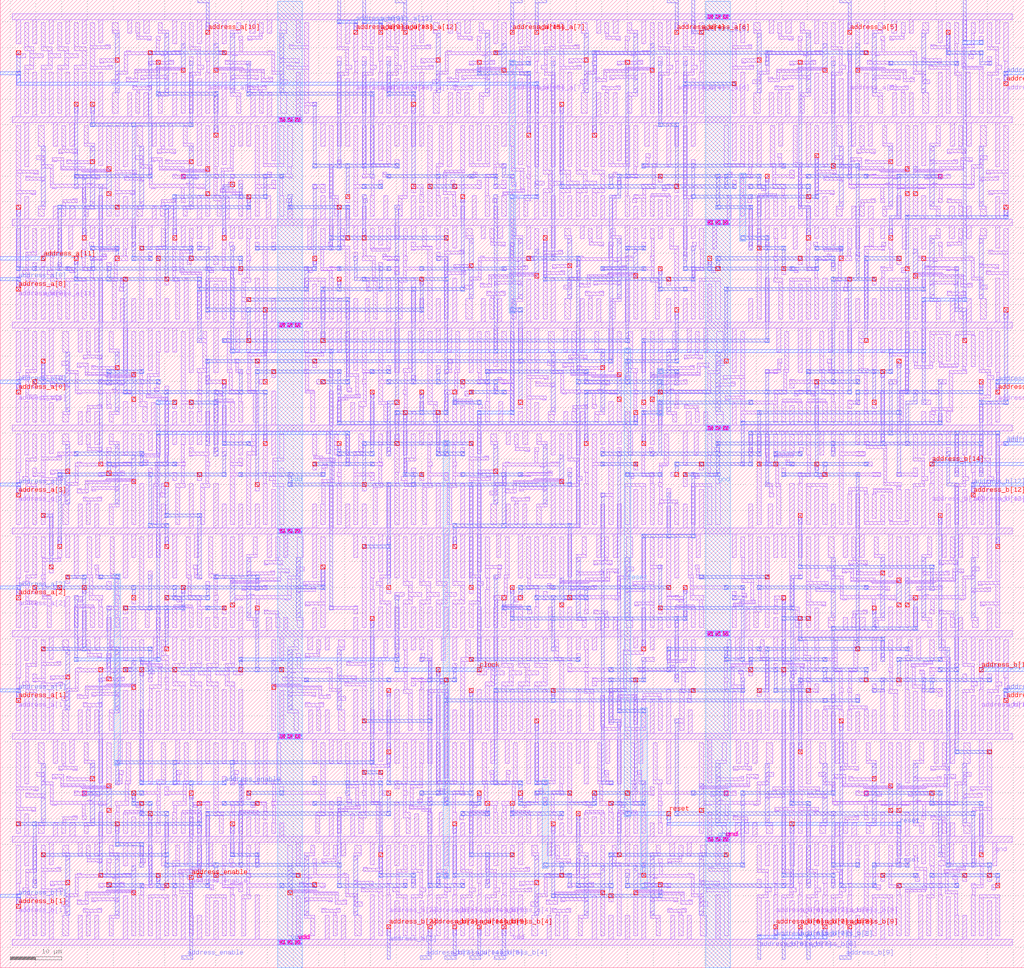
<source format=lef>
VERSION 5.7 ;
  NOWIREEXTENSIONATPIN ON ;
  DIVIDERCHAR "/" ;
  BUSBITCHARS "[]" ;
MACRO address_gen
  CLASS BLOCK ;
  FOREIGN address_gen ;
  ORIGIN 1.900 4.000 ;
  SIZE 199.000 BY 188.300 ;
  PIN vdd
    USE POWER ;
    PORT
      LAYER metal1 ;
        RECT 1.200 161.600 2.000 170.200 ;
        RECT 4.400 161.600 5.200 170.200 ;
        RECT 7.600 161.600 8.400 170.200 ;
        RECT 10.800 161.600 11.600 170.200 ;
        RECT 14.000 161.600 14.800 170.200 ;
        RECT 17.200 161.600 18.000 170.200 ;
        RECT 22.800 161.600 23.600 166.200 ;
        RECT 26.000 161.600 26.800 166.200 ;
        RECT 31.600 161.600 32.400 170.000 ;
        RECT 36.400 161.600 37.200 169.000 ;
        RECT 41.200 161.600 42.000 170.000 ;
        RECT 46.800 161.600 47.600 166.200 ;
        RECT 50.000 161.600 50.800 166.200 ;
        RECT 55.600 161.600 56.400 170.200 ;
        RECT 65.200 161.600 66.000 169.000 ;
        RECT 70.000 161.600 70.800 169.000 ;
        RECT 74.800 161.600 75.600 169.000 ;
        RECT 79.600 161.600 80.400 170.200 ;
        RECT 85.200 161.600 86.000 166.200 ;
        RECT 88.400 161.600 89.200 166.200 ;
        RECT 94.000 161.600 94.800 170.000 ;
        RECT 98.800 161.600 99.600 169.000 ;
        RECT 103.600 161.600 104.400 169.000 ;
        RECT 108.400 161.600 109.200 170.200 ;
        RECT 114.000 161.600 114.800 166.200 ;
        RECT 117.200 161.600 118.000 166.200 ;
        RECT 122.800 161.600 123.600 170.000 ;
        RECT 127.600 161.600 128.400 169.000 ;
        RECT 132.400 161.600 133.200 169.000 ;
        RECT 142.000 161.600 142.800 170.200 ;
        RECT 147.600 161.600 148.400 166.200 ;
        RECT 150.800 161.600 151.600 166.200 ;
        RECT 156.400 161.600 157.200 170.000 ;
        RECT 161.200 161.600 162.000 169.000 ;
        RECT 166.000 161.600 166.800 170.000 ;
        RECT 171.600 161.600 172.400 166.200 ;
        RECT 174.800 161.600 175.600 166.200 ;
        RECT 180.400 161.600 181.200 170.200 ;
        RECT 185.800 161.600 186.600 170.200 ;
        RECT 191.600 161.600 192.400 169.000 ;
        RECT 0.400 160.400 194.800 161.600 ;
        RECT 2.800 151.800 3.600 160.400 ;
        RECT 8.400 155.800 9.200 160.400 ;
        RECT 11.600 155.800 12.400 160.400 ;
        RECT 17.200 152.000 18.000 160.400 ;
        RECT 22.000 151.800 22.800 160.400 ;
        RECT 27.600 155.800 28.400 160.400 ;
        RECT 30.800 155.800 31.600 160.400 ;
        RECT 36.400 152.000 37.200 160.400 ;
        RECT 41.200 152.200 42.000 160.400 ;
        RECT 44.400 155.800 45.200 160.400 ;
        RECT 46.000 155.800 46.800 160.400 ;
        RECT 50.800 153.000 51.600 160.400 ;
        RECT 60.400 155.800 61.200 160.400 ;
        RECT 63.600 155.800 64.400 160.400 ;
        RECT 65.200 155.800 66.000 160.400 ;
        RECT 71.600 153.000 72.400 160.400 ;
        RECT 74.800 155.800 75.600 160.400 ;
        RECT 78.000 155.800 78.800 160.400 ;
        RECT 79.600 155.800 80.400 160.400 ;
        RECT 85.000 151.800 85.800 160.400 ;
        RECT 90.800 153.000 91.600 160.400 ;
        RECT 95.600 155.800 96.400 160.400 ;
        RECT 98.800 152.200 99.600 160.400 ;
        RECT 102.000 151.800 102.800 160.400 ;
        RECT 105.200 151.800 106.000 160.400 ;
        RECT 108.400 151.800 109.200 160.400 ;
        RECT 111.600 151.800 112.400 160.400 ;
        RECT 114.800 151.800 115.600 160.400 ;
        RECT 118.000 153.000 118.800 160.400 ;
        RECT 123.400 155.800 124.200 160.400 ;
        RECT 127.600 151.800 128.400 160.400 ;
        RECT 129.200 155.800 130.000 160.400 ;
        RECT 132.400 155.800 133.200 160.400 ;
        RECT 140.400 153.000 141.200 160.400 ;
        RECT 145.200 151.800 146.000 160.400 ;
        RECT 149.400 155.800 150.200 160.400 ;
        RECT 154.800 151.800 155.600 160.400 ;
        RECT 158.000 151.800 158.800 160.400 ;
        RECT 163.600 155.800 164.400 160.400 ;
        RECT 166.800 155.800 167.600 160.400 ;
        RECT 172.400 152.000 173.200 160.400 ;
        RECT 177.200 152.000 178.000 160.400 ;
        RECT 182.800 155.800 183.600 160.400 ;
        RECT 186.000 155.800 186.800 160.400 ;
        RECT 191.600 151.800 192.400 160.400 ;
        RECT 2.800 121.600 3.600 129.000 ;
        RECT 7.600 121.600 8.400 129.000 ;
        RECT 12.400 121.600 13.200 129.000 ;
        RECT 17.200 121.600 18.000 130.200 ;
        RECT 21.400 121.600 22.200 126.200 ;
        RECT 23.600 121.600 24.400 126.200 ;
        RECT 26.800 121.600 27.600 126.200 ;
        RECT 30.000 121.600 30.800 126.200 ;
        RECT 33.800 121.600 34.600 130.200 ;
        RECT 39.600 121.600 40.400 129.000 ;
        RECT 47.600 121.600 48.400 130.200 ;
        RECT 50.800 121.600 51.600 126.200 ;
        RECT 58.800 121.600 59.600 129.000 ;
        RECT 63.600 121.600 64.400 126.200 ;
        RECT 66.800 121.600 67.600 126.200 ;
        RECT 69.000 121.600 69.800 126.200 ;
        RECT 73.200 121.600 74.000 130.200 ;
        RECT 78.000 121.600 78.800 130.200 ;
        RECT 79.600 121.600 80.400 126.200 ;
        RECT 82.800 121.600 83.600 126.200 ;
        RECT 86.000 121.600 86.800 130.200 ;
        RECT 91.600 121.600 92.400 126.200 ;
        RECT 94.800 121.600 95.600 126.200 ;
        RECT 100.400 121.600 101.200 130.000 ;
        RECT 105.200 121.600 106.000 130.200 ;
        RECT 110.800 121.600 111.600 126.200 ;
        RECT 114.000 121.600 114.800 126.200 ;
        RECT 119.600 121.600 120.400 130.000 ;
        RECT 122.800 121.600 123.600 130.200 ;
        RECT 127.600 121.600 128.400 126.200 ;
        RECT 130.800 121.600 131.600 126.200 ;
        RECT 135.600 121.600 136.400 129.000 ;
        RECT 143.600 121.600 144.400 126.200 ;
        RECT 146.800 121.600 147.600 130.200 ;
        RECT 153.200 121.600 154.000 129.000 ;
        RECT 158.000 121.600 158.800 130.200 ;
        RECT 162.200 121.600 163.000 126.200 ;
        RECT 164.400 121.600 165.200 126.200 ;
        RECT 167.600 121.600 168.400 126.200 ;
        RECT 172.400 121.600 173.200 129.000 ;
        RECT 177.200 121.600 178.000 130.000 ;
        RECT 182.800 121.600 183.600 126.200 ;
        RECT 186.000 121.600 186.800 126.200 ;
        RECT 191.600 121.600 192.400 130.200 ;
        RECT 0.400 120.400 194.800 121.600 ;
        RECT 2.800 113.000 3.600 120.400 ;
        RECT 7.600 111.800 8.400 120.400 ;
        RECT 13.200 115.800 14.000 120.400 ;
        RECT 16.400 115.800 17.200 120.400 ;
        RECT 22.000 112.000 22.800 120.400 ;
        RECT 26.800 112.200 27.600 120.400 ;
        RECT 30.000 115.800 30.800 120.400 ;
        RECT 31.600 115.800 32.400 120.400 ;
        RECT 34.800 111.800 35.600 120.400 ;
        RECT 39.600 111.800 40.400 120.400 ;
        RECT 43.800 115.800 44.600 120.400 ;
        RECT 47.600 116.200 48.400 120.400 ;
        RECT 50.800 115.800 51.600 120.400 ;
        RECT 58.800 116.200 59.600 120.400 ;
        RECT 62.000 115.800 62.800 120.400 ;
        RECT 63.600 115.800 64.400 120.400 ;
        RECT 66.800 112.200 67.600 120.400 ;
        RECT 70.000 115.800 70.800 120.400 ;
        RECT 73.200 115.800 74.000 120.400 ;
        RECT 74.800 111.800 75.600 120.400 ;
        RECT 79.600 115.800 80.400 120.400 ;
        RECT 82.800 115.800 83.600 120.400 ;
        RECT 85.000 115.800 85.800 120.400 ;
        RECT 89.200 111.800 90.000 120.400 ;
        RECT 94.000 113.000 94.800 120.400 ;
        RECT 98.800 115.800 99.600 120.400 ;
        RECT 102.000 111.800 102.800 120.400 ;
        RECT 107.600 115.800 108.400 120.400 ;
        RECT 110.800 115.800 111.600 120.400 ;
        RECT 116.400 112.000 117.200 120.400 ;
        RECT 122.800 111.800 123.600 120.400 ;
        RECT 126.000 112.000 126.800 120.400 ;
        RECT 131.600 115.800 132.400 120.400 ;
        RECT 134.800 115.800 135.600 120.400 ;
        RECT 140.400 111.800 141.200 120.400 ;
        RECT 149.000 115.800 149.800 120.400 ;
        RECT 153.200 111.800 154.000 120.400 ;
        RECT 154.800 111.800 155.600 120.400 ;
        RECT 159.000 115.800 159.800 120.400 ;
        RECT 162.800 115.800 163.600 120.400 ;
        RECT 167.600 111.800 168.400 120.400 ;
        RECT 169.200 115.800 170.000 120.400 ;
        RECT 172.400 116.200 173.200 120.400 ;
        RECT 177.200 113.800 178.000 120.400 ;
        RECT 190.000 113.000 190.800 120.400 ;
        RECT 2.800 81.600 3.600 89.000 ;
        RECT 7.600 81.600 8.400 90.200 ;
        RECT 13.200 81.600 14.000 86.200 ;
        RECT 16.400 81.600 17.200 86.200 ;
        RECT 22.000 81.600 22.800 90.000 ;
        RECT 25.200 81.600 26.000 90.200 ;
        RECT 29.400 81.600 30.200 86.200 ;
        RECT 34.800 81.600 35.600 90.200 ;
        RECT 39.600 81.600 40.400 90.200 ;
        RECT 41.200 81.600 42.000 86.200 ;
        RECT 44.400 81.600 45.200 86.200 ;
        RECT 47.600 81.600 48.400 86.200 ;
        RECT 50.800 81.600 51.600 89.000 ;
        RECT 58.800 81.600 59.600 86.200 ;
        RECT 62.000 81.600 62.800 89.800 ;
        RECT 65.200 81.600 66.000 86.200 ;
        RECT 68.400 81.600 69.200 86.200 ;
        RECT 73.200 81.600 74.000 90.200 ;
        RECT 76.400 81.600 77.200 89.000 ;
        RECT 82.800 81.600 83.600 90.200 ;
        RECT 87.600 81.600 88.400 90.200 ;
        RECT 90.800 81.600 91.600 90.200 ;
        RECT 96.400 81.600 97.200 86.200 ;
        RECT 99.600 81.600 100.400 86.200 ;
        RECT 105.200 81.600 106.000 90.000 ;
        RECT 110.000 81.600 110.800 89.000 ;
        RECT 114.800 81.600 115.600 86.200 ;
        RECT 118.000 81.600 118.800 86.200 ;
        RECT 121.200 81.600 122.000 89.000 ;
        RECT 127.600 81.600 128.400 85.800 ;
        RECT 130.800 81.600 131.600 86.200 ;
        RECT 134.000 81.600 134.800 89.000 ;
        RECT 143.600 81.600 144.400 86.200 ;
        RECT 147.400 81.600 148.200 86.200 ;
        RECT 151.600 81.600 152.400 90.200 ;
        RECT 156.400 81.600 157.200 89.000 ;
        RECT 159.600 81.600 160.400 86.200 ;
        RECT 164.400 81.600 165.200 88.200 ;
        RECT 177.200 81.600 178.000 89.000 ;
        RECT 182.000 81.600 182.800 86.200 ;
        RECT 185.200 81.600 186.000 89.000 ;
        RECT 190.000 81.600 190.800 89.000 ;
        RECT 0.400 80.400 194.800 81.600 ;
        RECT 2.800 73.000 3.600 80.400 ;
        RECT 7.600 76.200 8.400 80.400 ;
        RECT 10.800 75.800 11.600 80.400 ;
        RECT 12.400 71.800 13.200 80.400 ;
        RECT 16.600 75.800 17.400 80.400 ;
        RECT 22.000 71.800 22.800 80.400 ;
        RECT 23.600 75.800 24.400 80.400 ;
        RECT 26.800 75.800 27.600 80.400 ;
        RECT 28.400 75.800 29.200 80.400 ;
        RECT 31.600 71.800 32.400 80.400 ;
        RECT 35.800 75.800 36.600 80.400 ;
        RECT 41.200 71.800 42.000 80.400 ;
        RECT 44.400 72.000 45.200 80.400 ;
        RECT 50.000 75.800 50.800 80.400 ;
        RECT 53.200 75.800 54.000 80.400 ;
        RECT 58.800 71.800 59.600 80.400 ;
        RECT 66.800 75.800 67.600 80.400 ;
        RECT 71.600 73.000 72.400 80.400 ;
        RECT 74.800 71.800 75.600 80.400 ;
        RECT 78.000 71.800 78.800 80.400 ;
        RECT 81.200 71.800 82.000 80.400 ;
        RECT 84.400 71.800 85.200 80.400 ;
        RECT 87.600 71.800 88.400 80.400 ;
        RECT 90.800 73.000 91.600 80.400 ;
        RECT 94.600 75.800 95.400 80.400 ;
        RECT 98.800 71.800 99.600 80.400 ;
        RECT 103.600 73.000 104.400 80.400 ;
        RECT 108.400 72.000 109.200 80.400 ;
        RECT 114.000 75.800 114.800 80.400 ;
        RECT 117.200 75.800 118.000 80.400 ;
        RECT 122.800 71.800 123.600 80.400 ;
        RECT 126.000 75.800 126.800 80.400 ;
        RECT 129.200 71.800 130.000 80.400 ;
        RECT 133.400 75.800 134.200 80.400 ;
        RECT 140.400 75.800 141.200 80.400 ;
        RECT 143.600 72.200 144.400 80.400 ;
        RECT 148.400 75.800 149.200 80.400 ;
        RECT 150.000 75.800 150.800 80.400 ;
        RECT 153.200 75.800 154.000 80.400 ;
        RECT 156.400 71.800 157.200 80.400 ;
        RECT 162.000 75.800 162.800 80.400 ;
        RECT 165.200 75.800 166.000 80.400 ;
        RECT 170.800 72.000 171.600 80.400 ;
        RECT 175.600 72.000 176.400 80.400 ;
        RECT 181.200 75.800 182.000 80.400 ;
        RECT 184.400 75.800 185.200 80.400 ;
        RECT 190.000 71.800 190.800 80.400 ;
        RECT 2.800 41.600 3.600 49.000 ;
        RECT 7.600 41.600 8.400 50.200 ;
        RECT 13.200 41.600 14.000 46.200 ;
        RECT 16.400 41.600 17.200 46.200 ;
        RECT 22.000 41.600 22.800 50.000 ;
        RECT 25.200 41.600 26.000 46.200 ;
        RECT 28.400 41.600 29.200 49.800 ;
        RECT 31.600 41.600 32.400 50.200 ;
        RECT 34.800 41.600 35.600 50.200 ;
        RECT 38.000 41.600 38.800 50.200 ;
        RECT 41.200 41.600 42.000 50.200 ;
        RECT 44.400 41.600 45.200 50.200 ;
        RECT 52.400 41.600 53.200 50.000 ;
        RECT 58.000 41.600 58.800 46.200 ;
        RECT 61.200 41.600 62.000 46.200 ;
        RECT 66.800 41.600 67.600 50.200 ;
        RECT 70.000 41.600 70.800 46.200 ;
        RECT 73.200 41.600 74.000 46.200 ;
        RECT 74.800 41.600 75.600 50.200 ;
        RECT 82.800 41.600 83.600 49.000 ;
        RECT 86.000 41.600 86.800 46.200 ;
        RECT 89.200 41.600 90.000 46.200 ;
        RECT 90.800 41.600 91.600 50.200 ;
        RECT 94.000 41.600 94.800 50.200 ;
        RECT 97.200 41.600 98.000 50.200 ;
        RECT 100.400 41.600 101.200 50.200 ;
        RECT 103.600 41.600 104.400 50.200 ;
        RECT 105.200 41.600 106.000 46.200 ;
        RECT 108.400 41.600 109.200 46.200 ;
        RECT 110.000 41.600 110.800 50.200 ;
        RECT 124.400 41.600 125.200 48.200 ;
        RECT 127.600 41.600 128.400 50.200 ;
        RECT 131.800 41.600 132.600 46.200 ;
        RECT 140.400 41.600 141.200 49.800 ;
        RECT 143.600 41.600 144.400 46.200 ;
        RECT 145.200 41.600 146.000 46.200 ;
        RECT 148.400 41.600 149.200 46.200 ;
        RECT 150.000 41.600 150.800 46.200 ;
        RECT 153.200 41.600 154.000 49.800 ;
        RECT 156.400 41.600 157.200 46.200 ;
        RECT 159.600 41.600 160.400 45.800 ;
        RECT 164.400 41.600 165.200 45.800 ;
        RECT 167.600 41.600 168.400 46.200 ;
        RECT 169.200 41.600 170.000 50.200 ;
        RECT 175.600 41.600 176.400 49.800 ;
        RECT 178.800 41.600 179.600 46.200 ;
        RECT 180.400 41.600 181.200 46.200 ;
        RECT 183.600 41.600 184.400 46.200 ;
        RECT 186.800 41.600 187.600 49.000 ;
        RECT 191.600 41.600 192.400 49.000 ;
        RECT 0.400 40.400 194.800 41.600 ;
        RECT 2.800 31.800 3.600 40.400 ;
        RECT 8.400 35.800 9.200 40.400 ;
        RECT 11.600 35.800 12.400 40.400 ;
        RECT 17.200 32.000 18.000 40.400 ;
        RECT 21.000 35.800 21.800 40.400 ;
        RECT 25.200 31.800 26.000 40.400 ;
        RECT 26.800 31.800 27.600 40.400 ;
        RECT 32.200 35.800 33.000 40.400 ;
        RECT 36.400 31.800 37.200 40.400 ;
        RECT 38.000 35.800 38.800 40.400 ;
        RECT 41.200 35.800 42.000 40.400 ;
        RECT 43.400 35.800 44.200 40.400 ;
        RECT 47.600 31.800 48.400 40.400 ;
        RECT 49.200 31.800 50.000 40.400 ;
        RECT 58.800 35.800 59.600 40.400 ;
        RECT 62.000 35.800 62.800 40.400 ;
        RECT 63.600 35.800 64.400 40.400 ;
        RECT 66.800 32.200 67.600 40.400 ;
        RECT 71.600 36.200 72.400 40.400 ;
        RECT 74.800 35.800 75.600 40.400 ;
        RECT 78.000 32.200 78.800 40.400 ;
        RECT 81.200 35.800 82.000 40.400 ;
        RECT 84.400 33.000 85.200 40.400 ;
        RECT 89.200 31.800 90.000 40.400 ;
        RECT 93.400 35.800 94.200 40.400 ;
        RECT 96.200 35.800 97.000 40.400 ;
        RECT 100.400 31.800 101.200 40.400 ;
        RECT 103.600 33.000 104.400 40.400 ;
        RECT 110.000 35.800 110.800 40.400 ;
        RECT 111.600 31.800 112.400 40.400 ;
        RECT 115.800 35.800 116.600 40.400 ;
        RECT 118.000 31.800 118.800 40.400 ;
        RECT 122.200 35.800 123.000 40.400 ;
        RECT 127.600 31.800 128.400 40.400 ;
        RECT 135.600 32.000 136.400 40.400 ;
        RECT 141.200 35.800 142.000 40.400 ;
        RECT 144.400 35.800 145.200 40.400 ;
        RECT 150.000 31.800 150.800 40.400 ;
        RECT 154.800 31.800 155.600 40.400 ;
        RECT 160.400 35.800 161.200 40.400 ;
        RECT 163.600 35.800 164.400 40.400 ;
        RECT 169.200 32.000 170.000 40.400 ;
        RECT 174.000 32.000 174.800 40.400 ;
        RECT 179.600 35.800 180.400 40.400 ;
        RECT 182.800 35.800 183.600 40.400 ;
        RECT 188.400 31.800 189.200 40.400 ;
        RECT 2.800 1.600 3.600 9.000 ;
        RECT 7.600 1.600 8.400 10.200 ;
        RECT 13.200 1.600 14.000 6.200 ;
        RECT 16.400 1.600 17.200 6.200 ;
        RECT 22.000 1.600 22.800 10.000 ;
        RECT 28.400 1.600 29.200 9.000 ;
        RECT 33.200 1.600 34.000 9.800 ;
        RECT 36.400 1.600 37.200 6.200 ;
        RECT 39.600 1.600 40.400 9.000 ;
        RECT 47.600 1.600 48.400 10.200 ;
        RECT 55.600 1.600 56.400 10.000 ;
        RECT 61.200 1.600 62.000 6.200 ;
        RECT 64.400 1.600 65.200 6.200 ;
        RECT 70.000 1.600 70.800 10.200 ;
        RECT 74.800 1.600 75.600 9.000 ;
        RECT 79.600 1.600 80.400 9.000 ;
        RECT 84.400 1.600 85.200 9.000 ;
        RECT 89.200 1.600 90.000 9.000 ;
        RECT 94.000 1.600 94.800 9.000 ;
        RECT 98.800 1.600 99.600 10.200 ;
        RECT 104.400 1.600 105.200 6.200 ;
        RECT 107.600 1.600 108.400 6.200 ;
        RECT 113.200 1.600 114.000 10.000 ;
        RECT 116.400 1.600 117.200 6.200 ;
        RECT 119.600 1.600 120.400 6.200 ;
        RECT 122.800 1.600 123.600 10.000 ;
        RECT 128.400 1.600 129.200 6.200 ;
        RECT 131.600 1.600 132.400 6.200 ;
        RECT 137.200 1.600 138.000 10.200 ;
        RECT 146.800 1.600 147.600 9.000 ;
        RECT 151.600 1.600 152.400 9.000 ;
        RECT 156.400 1.600 157.200 9.000 ;
        RECT 161.200 1.600 162.000 9.000 ;
        RECT 164.400 1.600 165.200 6.200 ;
        RECT 169.200 1.600 170.000 9.000 ;
        RECT 176.600 1.600 177.400 10.200 ;
        RECT 182.000 1.600 182.800 9.800 ;
        RECT 185.200 1.600 186.000 6.200 ;
        RECT 190.000 1.600 190.800 9.000 ;
        RECT 0.400 0.400 194.800 1.600 ;
      LAYER via1 ;
        RECT 52.600 160.600 53.400 161.400 ;
        RECT 54.000 160.600 54.800 161.400 ;
        RECT 55.400 160.600 56.200 161.400 ;
        RECT 52.600 120.600 53.400 121.400 ;
        RECT 54.000 120.600 54.800 121.400 ;
        RECT 55.400 120.600 56.200 121.400 ;
        RECT 52.600 80.600 53.400 81.400 ;
        RECT 54.000 80.600 54.800 81.400 ;
        RECT 55.400 80.600 56.200 81.400 ;
        RECT 52.600 40.600 53.400 41.400 ;
        RECT 54.000 40.600 54.800 41.400 ;
        RECT 55.400 40.600 56.200 41.400 ;
        RECT 52.600 0.600 53.400 1.400 ;
        RECT 54.000 0.600 54.800 1.400 ;
        RECT 55.400 0.600 56.200 1.400 ;
      LAYER metal2 ;
        RECT 52.000 160.600 56.800 161.400 ;
        RECT 52.000 120.600 56.800 121.400 ;
        RECT 52.000 80.600 56.800 81.400 ;
        RECT 52.000 40.600 56.800 41.400 ;
        RECT 52.000 0.600 56.800 1.400 ;
      LAYER via2 ;
        RECT 52.600 160.600 53.400 161.400 ;
        RECT 54.000 160.600 54.800 161.400 ;
        RECT 55.400 160.600 56.200 161.400 ;
        RECT 52.600 120.600 53.400 121.400 ;
        RECT 54.000 120.600 54.800 121.400 ;
        RECT 55.400 120.600 56.200 121.400 ;
        RECT 52.600 80.600 53.400 81.400 ;
        RECT 54.000 80.600 54.800 81.400 ;
        RECT 55.400 80.600 56.200 81.400 ;
        RECT 52.600 40.600 53.400 41.400 ;
        RECT 54.000 40.600 54.800 41.400 ;
        RECT 55.400 40.600 56.200 41.400 ;
        RECT 52.600 0.600 53.400 1.400 ;
        RECT 54.000 0.600 54.800 1.400 ;
        RECT 55.400 0.600 56.200 1.400 ;
      LAYER metal3 ;
        RECT 52.000 160.400 56.800 161.600 ;
        RECT 52.000 120.400 56.800 121.600 ;
        RECT 52.000 80.400 56.800 81.600 ;
        RECT 52.000 40.400 56.800 41.600 ;
        RECT 52.000 0.400 56.800 1.600 ;
      LAYER via3 ;
        RECT 52.400 160.600 53.200 161.400 ;
        RECT 54.000 160.600 54.800 161.400 ;
        RECT 55.600 160.600 56.400 161.400 ;
        RECT 52.400 120.600 53.200 121.400 ;
        RECT 54.000 120.600 54.800 121.400 ;
        RECT 55.600 120.600 56.400 121.400 ;
        RECT 52.400 80.600 53.200 81.400 ;
        RECT 54.000 80.600 54.800 81.400 ;
        RECT 55.600 80.600 56.400 81.400 ;
        RECT 52.400 40.600 53.200 41.400 ;
        RECT 54.000 40.600 54.800 41.400 ;
        RECT 55.600 40.600 56.400 41.400 ;
        RECT 52.400 0.600 53.200 1.400 ;
        RECT 54.000 0.600 54.800 1.400 ;
        RECT 55.600 0.600 56.400 1.400 ;
      LAYER metal4 ;
        RECT 52.000 -4.000 56.800 184.000 ;
    END
  END vdd
  PIN gnd
    USE GROUND ;
    PORT
      LAYER metal1 ;
        RECT 0.400 180.400 194.800 181.600 ;
        RECT 1.200 175.800 2.000 180.400 ;
        RECT 4.400 175.800 5.200 180.400 ;
        RECT 7.600 175.800 8.400 180.400 ;
        RECT 10.800 175.800 11.600 180.400 ;
        RECT 14.000 175.800 14.800 180.400 ;
        RECT 17.200 176.000 18.000 180.400 ;
        RECT 22.800 177.800 23.600 180.400 ;
        RECT 26.000 177.800 27.000 180.400 ;
        RECT 31.600 175.800 32.400 180.400 ;
        RECT 36.400 175.800 37.200 180.400 ;
        RECT 41.200 175.800 42.000 180.400 ;
        RECT 46.600 177.800 47.600 180.400 ;
        RECT 50.000 177.800 50.800 180.400 ;
        RECT 55.600 176.000 56.400 180.400 ;
        RECT 65.200 175.800 66.000 180.400 ;
        RECT 70.000 175.800 70.800 180.400 ;
        RECT 74.800 175.800 75.600 180.400 ;
        RECT 79.600 176.000 80.400 180.400 ;
        RECT 85.200 177.800 86.000 180.400 ;
        RECT 88.400 177.800 89.400 180.400 ;
        RECT 94.000 175.800 94.800 180.400 ;
        RECT 98.800 175.800 99.600 180.400 ;
        RECT 103.600 175.800 104.400 180.400 ;
        RECT 108.400 176.000 109.200 180.400 ;
        RECT 114.000 177.800 114.800 180.400 ;
        RECT 117.200 177.800 118.200 180.400 ;
        RECT 122.800 175.800 123.600 180.400 ;
        RECT 127.600 175.800 128.400 180.400 ;
        RECT 132.400 175.800 133.200 180.400 ;
        RECT 142.000 176.000 142.800 180.400 ;
        RECT 147.600 177.800 148.400 180.400 ;
        RECT 150.800 177.800 151.800 180.400 ;
        RECT 156.400 175.800 157.200 180.400 ;
        RECT 161.200 175.800 162.000 180.400 ;
        RECT 166.000 175.800 166.800 180.400 ;
        RECT 171.400 177.800 172.400 180.400 ;
        RECT 174.800 177.800 175.600 180.400 ;
        RECT 180.400 176.000 181.200 180.400 ;
        RECT 185.200 176.200 186.000 180.400 ;
        RECT 188.400 177.800 189.200 180.400 ;
        RECT 191.600 175.800 192.400 180.400 ;
        RECT 2.800 141.600 3.600 146.000 ;
        RECT 8.400 141.600 9.200 144.200 ;
        RECT 11.600 141.600 12.600 144.200 ;
        RECT 17.200 141.600 18.000 146.200 ;
        RECT 22.000 141.600 22.800 146.000 ;
        RECT 27.600 141.600 28.400 144.200 ;
        RECT 30.800 141.600 31.800 144.200 ;
        RECT 36.400 141.600 37.200 146.200 ;
        RECT 41.800 141.600 42.600 146.000 ;
        RECT 46.000 141.600 46.800 144.200 ;
        RECT 49.800 141.600 50.600 146.200 ;
        RECT 54.000 141.600 54.800 144.200 ;
        RECT 60.400 141.600 61.200 146.200 ;
        RECT 65.200 141.600 66.000 144.200 ;
        RECT 68.400 141.600 69.200 144.200 ;
        RECT 72.600 141.600 73.400 146.200 ;
        RECT 78.000 141.600 78.800 146.200 ;
        RECT 79.600 141.600 80.400 144.200 ;
        RECT 84.400 141.600 85.200 145.800 ;
        RECT 87.600 141.600 88.400 144.200 ;
        RECT 89.800 141.600 90.600 146.200 ;
        RECT 94.000 141.600 94.800 144.200 ;
        RECT 98.200 141.600 99.000 146.000 ;
        RECT 102.000 141.600 102.800 146.200 ;
        RECT 105.200 141.600 106.000 146.200 ;
        RECT 108.400 141.600 109.200 146.200 ;
        RECT 111.600 141.600 112.400 146.200 ;
        RECT 114.800 141.600 115.600 146.200 ;
        RECT 117.000 141.600 117.800 146.200 ;
        RECT 121.200 141.600 122.000 144.200 ;
        RECT 126.000 141.600 126.800 145.400 ;
        RECT 129.200 141.600 130.000 146.200 ;
        RECT 139.400 141.600 140.200 146.200 ;
        RECT 143.600 141.600 144.400 144.200 ;
        RECT 146.800 141.600 147.600 145.400 ;
        RECT 151.600 141.600 152.400 144.200 ;
        RECT 154.800 141.600 155.600 144.200 ;
        RECT 158.000 141.600 158.800 146.000 ;
        RECT 163.600 141.600 164.400 144.200 ;
        RECT 166.800 141.600 167.800 144.200 ;
        RECT 172.400 141.600 173.200 146.200 ;
        RECT 177.200 141.600 178.000 146.200 ;
        RECT 182.600 141.600 183.600 144.200 ;
        RECT 186.000 141.600 186.800 144.200 ;
        RECT 191.600 141.600 192.400 146.000 ;
        RECT 0.400 140.400 194.800 141.600 ;
        RECT 2.800 135.800 3.600 140.400 ;
        RECT 7.600 135.800 8.400 140.400 ;
        RECT 11.400 135.800 12.200 140.400 ;
        RECT 15.600 137.800 16.400 140.400 ;
        RECT 18.800 136.600 19.600 140.400 ;
        RECT 23.600 137.800 24.400 140.400 ;
        RECT 26.800 135.800 27.600 140.400 ;
        RECT 33.200 136.200 34.000 140.400 ;
        RECT 36.400 137.800 37.200 140.400 ;
        RECT 38.600 135.800 39.400 140.400 ;
        RECT 42.800 137.800 43.600 140.400 ;
        RECT 44.400 137.800 45.200 140.400 ;
        RECT 47.600 137.800 48.400 140.400 ;
        RECT 50.800 137.800 51.600 140.400 ;
        RECT 57.800 135.800 58.600 140.400 ;
        RECT 62.000 137.800 62.800 140.400 ;
        RECT 66.800 135.800 67.600 140.400 ;
        RECT 71.600 136.600 72.400 140.400 ;
        RECT 74.800 137.800 75.600 140.400 ;
        RECT 78.000 137.800 78.800 140.400 ;
        RECT 82.800 135.800 83.600 140.400 ;
        RECT 86.000 136.000 86.800 140.400 ;
        RECT 91.600 137.800 92.400 140.400 ;
        RECT 94.800 137.800 95.800 140.400 ;
        RECT 100.400 135.800 101.200 140.400 ;
        RECT 105.200 136.000 106.000 140.400 ;
        RECT 110.800 137.800 111.600 140.400 ;
        RECT 114.000 137.800 115.000 140.400 ;
        RECT 119.600 135.800 120.400 140.400 ;
        RECT 122.800 137.800 123.600 140.400 ;
        RECT 126.000 137.800 126.800 140.400 ;
        RECT 130.800 135.800 131.600 140.400 ;
        RECT 132.400 137.800 133.200 140.400 ;
        RECT 136.600 135.800 137.400 140.400 ;
        RECT 143.600 137.800 144.400 140.400 ;
        RECT 146.800 137.800 147.600 140.400 ;
        RECT 150.000 137.800 150.800 140.400 ;
        RECT 152.200 135.800 153.000 140.400 ;
        RECT 156.400 137.800 157.200 140.400 ;
        RECT 159.600 136.600 160.400 140.400 ;
        RECT 164.400 135.800 165.200 140.400 ;
        RECT 169.200 137.800 170.000 140.400 ;
        RECT 173.400 135.800 174.200 140.400 ;
        RECT 177.200 135.800 178.000 140.400 ;
        RECT 182.600 137.800 183.600 140.400 ;
        RECT 186.000 137.800 186.800 140.400 ;
        RECT 191.600 136.000 192.400 140.400 ;
        RECT 2.800 101.600 3.600 106.200 ;
        RECT 7.600 101.600 8.400 106.000 ;
        RECT 13.200 101.600 14.000 104.200 ;
        RECT 16.400 101.600 17.400 104.200 ;
        RECT 22.000 101.600 22.800 106.200 ;
        RECT 27.400 101.600 28.200 106.000 ;
        RECT 31.600 101.600 32.400 104.200 ;
        RECT 34.800 101.600 35.600 104.200 ;
        RECT 38.000 101.600 38.800 104.200 ;
        RECT 41.200 101.600 42.000 105.400 ;
        RECT 50.800 101.600 51.600 108.200 ;
        RECT 62.000 101.600 62.800 108.200 ;
        RECT 66.200 101.600 67.000 106.000 ;
        RECT 70.000 101.600 70.800 106.200 ;
        RECT 74.800 101.600 75.600 104.200 ;
        RECT 78.000 101.600 78.800 104.200 ;
        RECT 79.600 101.600 80.400 106.200 ;
        RECT 87.600 101.600 88.400 105.400 ;
        RECT 90.800 101.600 91.600 104.200 ;
        RECT 95.000 101.600 95.800 106.200 ;
        RECT 98.800 101.600 99.600 104.200 ;
        RECT 102.000 101.600 102.800 106.000 ;
        RECT 107.600 101.600 108.400 104.200 ;
        RECT 110.800 101.600 111.800 104.200 ;
        RECT 116.400 101.600 117.200 106.200 ;
        RECT 119.600 101.600 120.400 104.200 ;
        RECT 122.800 101.600 123.600 104.200 ;
        RECT 126.000 101.600 126.800 106.200 ;
        RECT 131.400 101.600 132.400 104.200 ;
        RECT 134.800 101.600 135.600 104.200 ;
        RECT 140.400 101.600 141.200 106.000 ;
        RECT 151.600 101.600 152.400 105.400 ;
        RECT 156.400 101.600 157.200 105.400 ;
        RECT 162.800 101.600 163.600 104.200 ;
        RECT 164.400 101.600 165.200 104.200 ;
        RECT 167.600 101.600 168.400 104.200 ;
        RECT 169.200 101.600 170.000 108.200 ;
        RECT 177.200 101.600 178.000 104.200 ;
        RECT 180.400 101.600 181.200 103.800 ;
        RECT 190.000 101.600 190.800 106.200 ;
        RECT 0.400 100.400 194.800 101.600 ;
        RECT 2.800 95.800 3.600 100.400 ;
        RECT 7.600 96.000 8.400 100.400 ;
        RECT 13.200 97.800 14.000 100.400 ;
        RECT 16.400 97.800 17.400 100.400 ;
        RECT 22.000 95.800 22.800 100.400 ;
        RECT 26.800 96.600 27.600 100.400 ;
        RECT 31.600 97.800 32.400 100.400 ;
        RECT 34.800 97.800 35.600 100.400 ;
        RECT 36.400 97.800 37.200 100.400 ;
        RECT 39.600 97.800 40.400 100.400 ;
        RECT 41.200 97.800 42.000 100.400 ;
        RECT 44.400 95.800 45.200 100.400 ;
        RECT 50.800 95.800 51.600 100.400 ;
        RECT 61.400 96.000 62.200 100.400 ;
        RECT 65.200 95.800 66.000 100.400 ;
        RECT 70.000 97.800 70.800 100.400 ;
        RECT 73.200 97.800 74.000 100.400 ;
        RECT 76.400 95.800 77.200 100.400 ;
        RECT 79.600 97.800 80.400 100.400 ;
        RECT 82.800 97.800 83.600 100.400 ;
        RECT 84.400 97.800 85.200 100.400 ;
        RECT 87.600 97.800 88.400 100.400 ;
        RECT 90.800 96.000 91.600 100.400 ;
        RECT 96.400 97.800 97.200 100.400 ;
        RECT 99.600 97.800 100.600 100.400 ;
        RECT 105.200 95.800 106.000 100.400 ;
        RECT 110.000 95.800 110.800 100.400 ;
        RECT 114.800 97.800 115.600 100.400 ;
        RECT 118.000 97.800 118.800 100.400 ;
        RECT 120.200 95.800 121.000 100.400 ;
        RECT 124.400 97.800 125.200 100.400 ;
        RECT 130.800 93.800 131.600 100.400 ;
        RECT 133.000 95.800 133.800 100.400 ;
        RECT 137.200 97.800 138.000 100.400 ;
        RECT 143.600 97.800 144.400 100.400 ;
        RECT 150.000 96.600 150.800 100.400 ;
        RECT 153.200 97.800 154.000 100.400 ;
        RECT 157.400 95.800 158.200 100.400 ;
        RECT 159.600 97.800 160.400 100.400 ;
        RECT 164.400 97.800 165.200 100.400 ;
        RECT 167.600 98.200 168.400 100.400 ;
        RECT 177.200 95.800 178.000 100.400 ;
        RECT 182.000 97.800 182.800 100.400 ;
        RECT 185.200 95.800 186.000 100.400 ;
        RECT 190.000 95.800 190.800 100.400 ;
        RECT 2.800 61.600 3.600 66.200 ;
        RECT 10.800 61.600 11.600 68.200 ;
        RECT 14.000 61.600 14.800 65.400 ;
        RECT 18.800 61.600 19.600 64.200 ;
        RECT 22.000 61.600 22.800 64.200 ;
        RECT 23.600 61.600 24.400 66.200 ;
        RECT 28.400 61.600 29.200 64.200 ;
        RECT 33.200 61.600 34.000 65.400 ;
        RECT 38.000 61.600 38.800 64.200 ;
        RECT 41.200 61.600 42.000 64.200 ;
        RECT 44.400 61.600 45.200 66.200 ;
        RECT 49.800 61.600 50.800 64.200 ;
        RECT 53.200 61.600 54.000 64.200 ;
        RECT 58.800 61.600 59.600 66.000 ;
        RECT 66.800 61.600 67.600 64.200 ;
        RECT 71.600 61.600 72.400 66.200 ;
        RECT 74.800 61.600 75.600 66.200 ;
        RECT 78.000 61.600 78.800 66.200 ;
        RECT 81.200 61.600 82.000 66.200 ;
        RECT 84.400 61.600 85.200 66.200 ;
        RECT 87.600 61.600 88.400 66.200 ;
        RECT 90.800 61.600 91.600 66.200 ;
        RECT 97.200 61.600 98.000 65.400 ;
        RECT 100.400 61.600 101.200 64.200 ;
        RECT 104.600 61.600 105.400 66.200 ;
        RECT 108.400 61.600 109.200 66.200 ;
        RECT 113.800 61.600 114.800 64.200 ;
        RECT 117.200 61.600 118.000 64.200 ;
        RECT 122.800 61.600 123.600 66.000 ;
        RECT 126.000 61.600 126.800 64.200 ;
        RECT 130.800 61.600 131.600 65.400 ;
        RECT 143.000 61.600 143.800 66.000 ;
        RECT 148.400 61.600 149.200 64.200 ;
        RECT 150.000 61.600 150.800 66.200 ;
        RECT 156.400 61.600 157.200 66.000 ;
        RECT 162.000 61.600 162.800 64.200 ;
        RECT 165.200 61.600 166.200 64.200 ;
        RECT 170.800 61.600 171.600 66.200 ;
        RECT 175.600 61.600 176.400 66.200 ;
        RECT 181.000 61.600 182.000 64.200 ;
        RECT 184.400 61.600 185.200 64.200 ;
        RECT 190.000 61.600 190.800 66.000 ;
        RECT 0.400 60.400 194.800 61.600 ;
        RECT 2.800 55.800 3.600 60.400 ;
        RECT 7.600 56.000 8.400 60.400 ;
        RECT 13.200 57.800 14.000 60.400 ;
        RECT 16.400 57.800 17.400 60.400 ;
        RECT 22.000 55.800 22.800 60.400 ;
        RECT 27.800 56.000 28.600 60.400 ;
        RECT 31.600 55.800 32.400 60.400 ;
        RECT 34.800 55.800 35.600 60.400 ;
        RECT 38.000 55.800 38.800 60.400 ;
        RECT 41.200 55.800 42.000 60.400 ;
        RECT 44.400 55.800 45.200 60.400 ;
        RECT 52.400 55.800 53.200 60.400 ;
        RECT 57.800 57.800 58.800 60.400 ;
        RECT 61.200 57.800 62.000 60.400 ;
        RECT 66.800 56.000 67.600 60.400 ;
        RECT 70.000 55.800 70.800 60.400 ;
        RECT 74.800 57.800 75.600 60.400 ;
        RECT 78.000 57.800 78.800 60.400 ;
        RECT 79.600 57.800 80.400 60.400 ;
        RECT 83.800 55.800 84.600 60.400 ;
        RECT 86.000 55.800 86.800 60.400 ;
        RECT 90.800 55.800 91.600 60.400 ;
        RECT 94.000 55.800 94.800 60.400 ;
        RECT 97.200 55.800 98.000 60.400 ;
        RECT 100.400 55.800 101.200 60.400 ;
        RECT 103.600 55.800 104.400 60.400 ;
        RECT 108.400 55.800 109.200 60.400 ;
        RECT 110.000 57.800 110.800 60.400 ;
        RECT 113.200 57.800 114.000 60.400 ;
        RECT 121.200 58.200 122.000 60.400 ;
        RECT 124.400 57.800 125.200 60.400 ;
        RECT 129.200 56.600 130.000 60.400 ;
        RECT 141.000 56.000 141.800 60.400 ;
        RECT 148.400 55.800 149.200 60.400 ;
        RECT 152.600 56.000 153.400 60.400 ;
        RECT 156.400 53.800 157.200 60.400 ;
        RECT 167.600 53.800 168.400 60.400 ;
        RECT 169.200 57.800 170.000 60.400 ;
        RECT 172.400 57.800 173.200 60.400 ;
        RECT 176.200 56.000 177.000 60.400 ;
        RECT 183.600 55.800 184.400 60.400 ;
        RECT 186.800 55.800 187.600 60.400 ;
        RECT 191.600 55.800 192.400 60.400 ;
        RECT 2.800 21.600 3.600 26.000 ;
        RECT 8.400 21.600 9.200 24.200 ;
        RECT 11.600 21.600 12.600 24.200 ;
        RECT 17.200 21.600 18.000 26.200 ;
        RECT 23.600 21.600 24.400 25.400 ;
        RECT 26.800 21.600 27.600 24.200 ;
        RECT 30.000 21.600 30.800 24.200 ;
        RECT 34.800 21.600 35.600 25.400 ;
        RECT 38.000 21.600 38.800 26.200 ;
        RECT 46.000 21.600 46.800 25.400 ;
        RECT 49.200 21.600 50.000 24.200 ;
        RECT 52.400 21.600 53.200 24.200 ;
        RECT 62.000 21.600 62.800 26.200 ;
        RECT 66.200 21.600 67.000 26.000 ;
        RECT 74.800 21.600 75.600 28.200 ;
        RECT 78.600 21.600 79.400 26.000 ;
        RECT 83.400 21.600 84.200 26.200 ;
        RECT 87.600 21.600 88.400 24.200 ;
        RECT 90.800 21.600 91.600 25.400 ;
        RECT 98.800 21.600 99.600 25.400 ;
        RECT 102.600 21.600 103.400 26.200 ;
        RECT 106.800 21.600 107.600 24.200 ;
        RECT 110.000 21.600 110.800 24.200 ;
        RECT 113.200 21.600 114.000 25.400 ;
        RECT 119.600 21.600 120.400 25.400 ;
        RECT 124.400 21.600 125.200 24.200 ;
        RECT 127.600 21.600 128.400 24.200 ;
        RECT 135.600 21.600 136.400 26.200 ;
        RECT 141.000 21.600 142.000 24.200 ;
        RECT 144.400 21.600 145.200 24.200 ;
        RECT 150.000 21.600 150.800 26.000 ;
        RECT 154.800 21.600 155.600 26.000 ;
        RECT 160.400 21.600 161.200 24.200 ;
        RECT 163.600 21.600 164.600 24.200 ;
        RECT 169.200 21.600 170.000 26.200 ;
        RECT 174.000 21.600 174.800 26.200 ;
        RECT 179.400 21.600 180.400 24.200 ;
        RECT 182.800 21.600 183.600 24.200 ;
        RECT 188.400 21.600 189.200 26.000 ;
        RECT 0.400 20.400 194.800 21.600 ;
        RECT 2.800 15.800 3.600 20.400 ;
        RECT 7.600 16.000 8.400 20.400 ;
        RECT 13.200 17.800 14.000 20.400 ;
        RECT 16.400 17.800 17.400 20.400 ;
        RECT 22.000 15.800 22.800 20.400 ;
        RECT 25.200 17.800 26.000 20.400 ;
        RECT 29.400 15.800 30.200 20.400 ;
        RECT 33.800 16.000 34.600 20.400 ;
        RECT 38.600 15.800 39.400 20.400 ;
        RECT 42.800 17.800 43.600 20.400 ;
        RECT 44.400 17.800 45.200 20.400 ;
        RECT 47.600 17.800 48.400 20.400 ;
        RECT 55.600 15.800 56.400 20.400 ;
        RECT 61.000 17.800 62.000 20.400 ;
        RECT 64.400 17.800 65.200 20.400 ;
        RECT 70.000 16.000 70.800 20.400 ;
        RECT 74.800 15.800 75.600 20.400 ;
        RECT 79.600 15.800 80.400 20.400 ;
        RECT 84.400 15.800 85.200 20.400 ;
        RECT 89.200 15.800 90.000 20.400 ;
        RECT 94.000 15.800 94.800 20.400 ;
        RECT 98.800 16.000 99.600 20.400 ;
        RECT 104.400 17.800 105.200 20.400 ;
        RECT 107.600 17.800 108.600 20.400 ;
        RECT 113.200 15.800 114.000 20.400 ;
        RECT 119.600 15.800 120.400 20.400 ;
        RECT 122.800 15.800 123.600 20.400 ;
        RECT 128.200 17.800 129.200 20.400 ;
        RECT 131.600 17.800 132.400 20.400 ;
        RECT 137.200 16.000 138.000 20.400 ;
        RECT 146.800 15.800 147.600 20.400 ;
        RECT 151.600 15.800 152.400 20.400 ;
        RECT 156.400 15.800 157.200 20.400 ;
        RECT 161.200 15.800 162.000 20.400 ;
        RECT 164.400 17.800 165.200 20.400 ;
        RECT 168.200 15.800 169.000 20.400 ;
        RECT 172.400 17.800 173.200 20.400 ;
        RECT 174.000 17.800 174.800 20.400 ;
        RECT 177.200 16.200 178.000 20.400 ;
        RECT 182.600 16.000 183.400 20.400 ;
        RECT 186.800 17.800 187.600 20.400 ;
        RECT 191.000 15.800 191.800 20.400 ;
      LAYER via1 ;
        RECT 135.800 180.600 136.600 181.400 ;
        RECT 137.200 180.600 138.000 181.400 ;
        RECT 138.600 180.600 139.400 181.400 ;
        RECT 135.800 140.600 136.600 141.400 ;
        RECT 137.200 140.600 138.000 141.400 ;
        RECT 138.600 140.600 139.400 141.400 ;
        RECT 135.800 100.600 136.600 101.400 ;
        RECT 137.200 100.600 138.000 101.400 ;
        RECT 138.600 100.600 139.400 101.400 ;
        RECT 135.800 60.600 136.600 61.400 ;
        RECT 137.200 60.600 138.000 61.400 ;
        RECT 138.600 60.600 139.400 61.400 ;
        RECT 135.800 20.600 136.600 21.400 ;
        RECT 137.200 20.600 138.000 21.400 ;
        RECT 138.600 20.600 139.400 21.400 ;
      LAYER metal2 ;
        RECT 135.200 180.600 140.000 181.400 ;
        RECT 135.200 140.600 140.000 141.400 ;
        RECT 135.200 100.600 140.000 101.400 ;
        RECT 135.200 60.600 140.000 61.400 ;
        RECT 135.200 20.600 140.000 21.400 ;
      LAYER via2 ;
        RECT 135.800 180.600 136.600 181.400 ;
        RECT 137.200 180.600 138.000 181.400 ;
        RECT 138.600 180.600 139.400 181.400 ;
        RECT 135.800 140.600 136.600 141.400 ;
        RECT 137.200 140.600 138.000 141.400 ;
        RECT 138.600 140.600 139.400 141.400 ;
        RECT 135.800 100.600 136.600 101.400 ;
        RECT 137.200 100.600 138.000 101.400 ;
        RECT 138.600 100.600 139.400 101.400 ;
        RECT 135.800 60.600 136.600 61.400 ;
        RECT 137.200 60.600 138.000 61.400 ;
        RECT 138.600 60.600 139.400 61.400 ;
        RECT 135.800 20.600 136.600 21.400 ;
        RECT 137.200 20.600 138.000 21.400 ;
        RECT 138.600 20.600 139.400 21.400 ;
      LAYER metal3 ;
        RECT 135.200 180.400 140.000 181.600 ;
        RECT 135.200 140.400 140.000 141.600 ;
        RECT 135.200 100.400 140.000 101.600 ;
        RECT 135.200 60.400 140.000 61.600 ;
        RECT 135.200 20.400 140.000 21.600 ;
      LAYER via3 ;
        RECT 135.600 180.600 136.400 181.400 ;
        RECT 137.200 180.600 138.000 181.400 ;
        RECT 138.800 180.600 139.600 181.400 ;
        RECT 135.600 140.600 136.400 141.400 ;
        RECT 137.200 140.600 138.000 141.400 ;
        RECT 138.800 140.600 139.600 141.400 ;
        RECT 135.600 100.600 136.400 101.400 ;
        RECT 137.200 100.600 138.000 101.400 ;
        RECT 138.800 100.600 139.600 101.400 ;
        RECT 135.600 60.600 136.400 61.400 ;
        RECT 137.200 60.600 138.000 61.400 ;
        RECT 138.800 60.600 139.600 61.400 ;
        RECT 135.600 20.600 136.400 21.400 ;
        RECT 137.200 20.600 138.000 21.400 ;
        RECT 138.800 20.600 139.600 21.400 ;
      LAYER metal4 ;
        RECT 135.200 -4.000 140.000 184.000 ;
    END
  END gnd
  PIN address_enable
    PORT
      LAYER metal1 ;
        RECT 31.600 104.800 32.400 106.400 ;
        RECT 65.200 93.600 66.000 95.200 ;
        RECT 12.400 68.200 13.200 68.400 ;
        RECT 12.400 67.600 14.000 68.200 ;
        RECT 13.200 67.200 14.000 67.600 ;
        RECT 25.200 52.800 26.000 54.400 ;
        RECT 41.200 31.600 42.000 33.200 ;
        RECT 34.800 28.800 35.600 30.400 ;
        RECT 34.400 13.200 35.600 14.000 ;
        RECT 34.800 12.400 35.400 13.200 ;
        RECT 34.800 11.600 35.600 12.400 ;
      LAYER via1 ;
        RECT 31.600 105.600 32.400 106.400 ;
        RECT 25.200 53.600 26.000 54.400 ;
        RECT 34.800 29.600 35.600 30.400 ;
        RECT 34.800 13.200 35.600 14.000 ;
      LAYER metal2 ;
        RECT 28.400 105.600 29.200 106.400 ;
        RECT 31.600 105.600 32.400 106.400 ;
        RECT 28.500 100.400 29.100 105.600 ;
        RECT 28.400 99.600 29.200 100.400 ;
        RECT 65.200 99.600 66.000 100.400 ;
        RECT 12.400 67.600 13.200 68.400 ;
        RECT 12.500 56.400 13.100 67.600 ;
        RECT 28.500 56.400 29.100 99.600 ;
        RECT 65.300 94.400 65.900 99.600 ;
        RECT 65.200 93.600 66.000 94.400 ;
        RECT 12.400 55.600 13.200 56.400 ;
        RECT 25.200 55.600 26.000 56.400 ;
        RECT 28.400 55.600 29.200 56.400 ;
        RECT 25.300 54.400 25.900 55.600 ;
        RECT 25.200 53.600 26.000 54.400 ;
        RECT 25.300 32.400 25.900 53.600 ;
        RECT 25.200 31.600 26.000 32.400 ;
        RECT 34.800 31.600 35.600 32.400 ;
        RECT 41.200 31.600 42.000 32.400 ;
        RECT 34.900 30.400 35.500 31.600 ;
        RECT 34.800 29.600 35.600 30.400 ;
        RECT 34.900 14.000 35.500 29.600 ;
        RECT 34.800 13.200 35.600 14.000 ;
        RECT 34.900 -1.700 35.500 13.200 ;
        RECT 33.300 -2.300 35.500 -1.700 ;
      LAYER metal3 ;
        RECT 28.400 106.300 29.200 106.400 ;
        RECT 31.600 106.300 32.400 106.400 ;
        RECT 28.400 105.700 32.400 106.300 ;
        RECT 28.400 105.600 29.200 105.700 ;
        RECT 31.600 105.600 32.400 105.700 ;
        RECT 28.400 100.300 29.200 100.400 ;
        RECT 65.200 100.300 66.000 100.400 ;
        RECT 28.400 99.700 66.000 100.300 ;
        RECT 28.400 99.600 29.200 99.700 ;
        RECT 65.200 99.600 66.000 99.700 ;
        RECT 12.400 56.300 13.200 56.400 ;
        RECT 25.200 56.300 26.000 56.400 ;
        RECT 28.400 56.300 29.200 56.400 ;
        RECT 12.400 55.700 29.200 56.300 ;
        RECT 12.400 55.600 13.200 55.700 ;
        RECT 25.200 55.600 26.000 55.700 ;
        RECT 28.400 55.600 29.200 55.700 ;
        RECT 25.200 32.300 26.000 32.400 ;
        RECT 34.800 32.300 35.600 32.400 ;
        RECT 41.200 32.300 42.000 32.400 ;
        RECT 25.200 31.700 42.000 32.300 ;
        RECT 25.200 31.600 26.000 31.700 ;
        RECT 34.800 31.600 35.600 31.700 ;
        RECT 41.200 31.600 42.000 31.700 ;
    END
  END address_enable
  PIN clock
    PORT
      LAYER metal1 ;
        RECT 1.200 173.800 2.000 174.400 ;
        RECT 1.200 173.000 3.000 173.800 ;
        RECT 102.000 148.200 103.800 149.000 ;
        RECT 102.000 147.600 102.800 148.200 ;
        RECT 74.800 68.200 76.600 69.000 ;
        RECT 74.800 67.600 75.600 68.200 ;
        RECT 44.400 53.800 45.200 54.400 ;
        RECT 43.400 53.000 45.200 53.800 ;
        RECT 90.800 53.800 91.600 54.400 ;
        RECT 90.800 53.000 92.600 53.800 ;
      LAYER via1 ;
        RECT 1.200 173.600 2.000 174.400 ;
        RECT 44.400 53.600 45.200 54.400 ;
        RECT 90.800 53.600 91.600 54.400 ;
      LAYER metal2 ;
        RECT 1.200 173.600 2.000 174.400 ;
        RECT 1.300 170.400 1.900 173.600 ;
        RECT 1.200 169.600 2.000 170.400 ;
        RECT 102.000 167.600 102.800 168.400 ;
        RECT 102.100 148.400 102.700 167.600 ;
        RECT 102.000 147.600 102.800 148.400 ;
        RECT 102.100 146.400 102.700 147.600 ;
        RECT 97.200 145.600 98.000 146.400 ;
        RECT 102.000 145.600 102.800 146.400 ;
        RECT 97.300 104.400 97.900 145.600 ;
        RECT 90.800 103.600 91.600 104.400 ;
        RECT 97.200 103.600 98.000 104.400 ;
        RECT 74.800 67.600 75.600 68.400 ;
        RECT 74.900 56.400 75.500 67.600 ;
        RECT 44.400 55.600 45.200 56.400 ;
        RECT 74.800 55.600 75.600 56.400 ;
        RECT 44.500 54.400 45.100 55.600 ;
        RECT 74.900 54.400 75.500 55.600 ;
        RECT 90.900 54.400 91.500 103.600 ;
        RECT 44.400 53.600 45.200 54.400 ;
        RECT 74.800 53.600 75.600 54.400 ;
        RECT 90.800 53.600 91.600 54.400 ;
      LAYER metal3 ;
        RECT 1.200 170.300 2.000 170.400 ;
        RECT -1.900 169.700 2.000 170.300 ;
        RECT 1.200 169.600 2.000 169.700 ;
        RECT 1.300 168.300 1.900 169.600 ;
        RECT 102.000 168.300 102.800 168.400 ;
        RECT 1.300 167.700 102.800 168.300 ;
        RECT 102.000 167.600 102.800 167.700 ;
        RECT 97.200 146.300 98.000 146.400 ;
        RECT 102.000 146.300 102.800 146.400 ;
        RECT 97.200 145.700 102.800 146.300 ;
        RECT 97.200 145.600 98.000 145.700 ;
        RECT 102.000 145.600 102.800 145.700 ;
        RECT 90.800 104.300 91.600 104.400 ;
        RECT 97.200 104.300 98.000 104.400 ;
        RECT 90.800 103.700 98.000 104.300 ;
        RECT 90.800 103.600 91.600 103.700 ;
        RECT 97.200 103.600 98.000 103.700 ;
        RECT 44.400 56.300 45.200 56.400 ;
        RECT 74.800 56.300 75.600 56.400 ;
        RECT 44.400 55.700 75.600 56.300 ;
        RECT 44.400 55.600 45.200 55.700 ;
        RECT 74.800 55.600 75.600 55.700 ;
        RECT 74.800 54.300 75.600 54.400 ;
        RECT 90.800 54.300 91.600 54.400 ;
        RECT 74.800 53.700 91.600 54.300 ;
        RECT 74.800 53.600 75.600 53.700 ;
        RECT 90.800 53.600 91.600 53.700 ;
    END
  END clock
  PIN reset
    PORT
      LAYER metal1 ;
        RECT 188.400 175.600 189.200 177.200 ;
        RECT 94.000 145.600 94.800 146.400 ;
        RECT 93.800 144.800 94.600 145.600 ;
        RECT 42.600 136.400 43.400 137.200 ;
        RECT 42.800 135.600 43.600 136.400 ;
        RECT 177.200 105.600 179.000 106.400 ;
        RECT 62.000 66.300 62.800 66.400 ;
        RECT 66.800 66.300 67.600 66.400 ;
        RECT 62.000 65.700 67.600 66.300 ;
        RECT 62.000 65.600 62.800 65.700 ;
        RECT 66.800 64.800 67.600 65.700 ;
        RECT 127.600 24.800 128.400 26.400 ;
        RECT 172.200 16.400 173.000 17.200 ;
        RECT 172.400 15.600 173.200 16.400 ;
      LAYER via1 ;
        RECT 127.600 25.600 128.400 26.400 ;
      LAYER metal2 ;
        RECT 185.300 176.400 185.900 184.300 ;
        RECT 185.200 175.600 186.000 176.400 ;
        RECT 188.400 175.600 189.200 176.400 ;
        RECT 94.000 145.600 94.800 146.400 ;
        RECT 42.800 135.600 43.600 136.400 ;
        RECT 42.900 116.400 43.500 135.600 ;
        RECT 94.100 116.400 94.700 145.600 ;
        RECT 185.300 126.400 185.900 175.600 ;
        RECT 177.200 125.600 178.000 126.400 ;
        RECT 185.200 125.600 186.000 126.400 ;
        RECT 177.300 116.400 177.900 125.600 ;
        RECT 42.800 115.600 43.600 116.400 ;
        RECT 62.000 115.600 62.800 116.400 ;
        RECT 94.000 115.600 94.800 116.400 ;
        RECT 177.200 115.600 178.000 116.400 ;
        RECT 62.100 66.400 62.700 115.600 ;
        RECT 177.300 106.400 177.900 115.600 ;
        RECT 177.200 105.600 178.000 106.400 ;
        RECT 62.000 65.600 62.800 66.400 ;
        RECT 127.600 25.600 128.400 26.400 ;
        RECT 172.400 23.600 173.200 24.400 ;
        RECT 172.500 16.400 173.100 23.600 ;
        RECT 172.400 15.600 173.200 16.400 ;
      LAYER metal3 ;
        RECT 185.200 176.300 186.000 176.400 ;
        RECT 188.400 176.300 189.200 176.400 ;
        RECT 185.200 175.700 189.200 176.300 ;
        RECT 185.200 175.600 186.000 175.700 ;
        RECT 188.400 175.600 189.200 175.700 ;
        RECT 177.200 126.300 178.000 126.400 ;
        RECT 185.200 126.300 186.000 126.400 ;
        RECT 177.200 125.700 186.000 126.300 ;
        RECT 177.200 125.600 178.000 125.700 ;
        RECT 185.200 125.600 186.000 125.700 ;
        RECT 42.800 116.300 43.600 116.400 ;
        RECT 62.000 116.300 62.800 116.400 ;
        RECT 94.000 116.300 94.800 116.400 ;
        RECT 119.600 116.300 120.400 116.400 ;
        RECT 177.200 116.300 178.000 116.400 ;
        RECT 42.800 115.700 178.000 116.300 ;
        RECT 42.800 115.600 43.600 115.700 ;
        RECT 62.000 115.600 62.800 115.700 ;
        RECT 94.000 115.600 94.800 115.700 ;
        RECT 119.600 115.600 120.400 115.700 ;
        RECT 177.200 115.600 178.000 115.700 ;
        RECT 119.600 26.300 120.400 26.400 ;
        RECT 127.600 26.300 128.400 26.400 ;
        RECT 119.600 25.700 128.400 26.300 ;
        RECT 119.600 25.600 120.400 25.700 ;
        RECT 127.600 25.600 128.400 25.700 ;
        RECT 127.700 24.300 128.300 25.600 ;
        RECT 172.400 24.300 173.200 24.400 ;
        RECT 127.700 23.700 173.200 24.300 ;
        RECT 172.400 23.600 173.200 23.700 ;
      LAYER metal4 ;
        RECT 119.400 25.400 120.600 116.600 ;
    END
  END reset
  PIN address_a[0]
    PORT
      LAYER metal1 ;
        RECT 1.200 111.800 2.000 119.800 ;
        RECT 1.200 109.600 1.800 111.800 ;
        RECT 1.200 102.200 2.000 109.600 ;
      LAYER via1 ;
        RECT 1.200 107.600 2.000 108.400 ;
      LAYER metal2 ;
        RECT 1.200 109.600 2.000 110.400 ;
        RECT 1.300 108.400 1.900 109.600 ;
        RECT 1.200 107.600 2.000 108.400 ;
      LAYER metal3 ;
        RECT 1.200 110.300 2.000 110.400 ;
        RECT -1.900 109.700 2.000 110.300 ;
        RECT 1.200 109.600 2.000 109.700 ;
    END
  END address_a[0]
  PIN address_a[1]
    PORT
      LAYER metal1 ;
        RECT 1.200 52.400 2.000 59.800 ;
        RECT 1.200 50.200 1.800 52.400 ;
        RECT 1.200 42.200 2.000 50.200 ;
      LAYER via1 ;
        RECT 1.200 47.600 2.000 48.400 ;
      LAYER metal2 ;
        RECT 1.200 49.600 2.000 50.400 ;
        RECT 1.300 48.400 1.900 49.600 ;
        RECT 1.200 47.600 2.000 48.400 ;
      LAYER metal3 ;
        RECT 1.200 50.300 2.000 50.400 ;
        RECT -1.900 49.700 2.000 50.300 ;
        RECT 1.200 49.600 2.000 49.700 ;
    END
  END address_a[1]
  PIN address_a[2]
    PORT
      LAYER metal1 ;
        RECT 1.200 71.800 2.000 79.800 ;
        RECT 1.200 69.600 1.800 71.800 ;
        RECT 1.200 62.200 2.000 69.600 ;
      LAYER via1 ;
        RECT 1.200 67.600 2.000 68.400 ;
      LAYER metal2 ;
        RECT 1.200 69.600 2.000 70.400 ;
        RECT 1.300 68.400 1.900 69.600 ;
        RECT 1.200 67.600 2.000 68.400 ;
      LAYER metal3 ;
        RECT 1.200 70.300 2.000 70.400 ;
        RECT -1.900 69.700 2.000 70.300 ;
        RECT 1.200 69.600 2.000 69.700 ;
    END
  END address_a[2]
  PIN address_a[3]
    PORT
      LAYER metal1 ;
        RECT 1.200 92.400 2.000 99.800 ;
        RECT 1.200 90.200 1.800 92.400 ;
        RECT 1.200 82.200 2.000 90.200 ;
      LAYER via1 ;
        RECT 1.200 87.600 2.000 88.400 ;
      LAYER metal2 ;
        RECT 1.200 89.600 2.000 90.400 ;
        RECT 1.300 88.400 1.900 89.600 ;
        RECT 1.200 87.600 2.000 88.400 ;
      LAYER metal3 ;
        RECT 1.200 90.300 2.000 90.400 ;
        RECT -1.900 89.700 2.000 90.300 ;
        RECT 1.200 89.600 2.000 89.700 ;
    END
  END address_a[3]
  PIN address_a[4]
    PORT
      LAYER metal1 ;
        RECT 129.200 172.400 130.000 179.800 ;
        RECT 129.400 170.200 130.000 172.400 ;
        RECT 129.200 162.200 130.000 170.200 ;
      LAYER via1 ;
        RECT 129.200 177.600 130.000 178.400 ;
      LAYER metal2 ;
        RECT 127.700 183.700 129.900 184.300 ;
        RECT 129.300 178.400 129.900 183.700 ;
        RECT 129.200 177.600 130.000 178.400 ;
    END
  END address_a[4]
  PIN address_a[5]
    PORT
      LAYER metal1 ;
        RECT 162.800 172.400 163.600 179.800 ;
        RECT 163.000 170.200 163.600 172.400 ;
        RECT 162.800 162.200 163.600 170.200 ;
      LAYER via1 ;
        RECT 162.800 177.600 163.600 178.400 ;
      LAYER metal2 ;
        RECT 161.300 183.700 163.500 184.300 ;
        RECT 162.900 178.400 163.500 183.700 ;
        RECT 162.800 177.600 163.600 178.400 ;
    END
  END address_a[5]
  PIN address_a[6]
    PORT
      LAYER metal1 ;
        RECT 134.000 172.400 134.800 179.800 ;
        RECT 134.200 170.200 134.800 172.400 ;
        RECT 134.000 162.200 134.800 170.200 ;
      LAYER via1 ;
        RECT 134.000 177.600 134.800 178.400 ;
      LAYER metal2 ;
        RECT 132.500 178.300 133.100 184.300 ;
        RECT 134.000 178.300 134.800 178.400 ;
        RECT 132.500 177.700 134.800 178.300 ;
        RECT 134.000 177.600 134.800 177.700 ;
    END
  END address_a[6]
  PIN address_a[7]
    PORT
      LAYER metal1 ;
        RECT 102.000 172.400 102.800 179.800 ;
        RECT 102.000 170.200 102.600 172.400 ;
        RECT 102.000 162.200 102.800 170.200 ;
      LAYER via1 ;
        RECT 102.000 177.600 102.800 178.400 ;
      LAYER metal2 ;
        RECT 102.100 183.700 104.300 184.300 ;
        RECT 102.100 178.400 102.700 183.700 ;
        RECT 102.000 177.600 102.800 178.400 ;
    END
  END address_a[7]
  PIN address_a[8]
    PORT
      LAYER metal1 ;
        RECT 1.200 132.400 2.000 139.800 ;
        RECT 1.200 130.200 1.800 132.400 ;
        RECT 1.200 122.200 2.000 130.200 ;
      LAYER via1 ;
        RECT 1.200 127.600 2.000 128.400 ;
      LAYER metal2 ;
        RECT 1.200 129.600 2.000 130.400 ;
        RECT 1.300 128.400 1.900 129.600 ;
        RECT 1.200 127.600 2.000 128.400 ;
      LAYER metal3 ;
        RECT 1.200 130.300 2.000 130.400 ;
        RECT -1.900 129.700 2.000 130.300 ;
        RECT 1.200 129.600 2.000 129.700 ;
    END
  END address_a[8]
  PIN address_a[9]
    PORT
      LAYER metal1 ;
        RECT 66.800 172.400 67.600 179.800 ;
        RECT 67.000 170.200 67.600 172.400 ;
        RECT 66.800 162.200 67.600 170.200 ;
      LAYER via1 ;
        RECT 66.800 177.600 67.600 178.400 ;
      LAYER metal2 ;
        RECT 63.700 180.400 64.300 184.300 ;
        RECT 63.600 179.600 64.400 180.400 ;
        RECT 66.800 179.600 67.600 180.400 ;
        RECT 66.900 178.400 67.500 179.600 ;
        RECT 66.800 177.600 67.600 178.400 ;
      LAYER metal3 ;
        RECT 63.600 180.300 64.400 180.400 ;
        RECT 66.800 180.300 67.600 180.400 ;
        RECT 63.600 179.700 67.600 180.300 ;
        RECT 63.600 179.600 64.400 179.700 ;
        RECT 66.800 179.600 67.600 179.700 ;
    END
  END address_a[9]
  PIN address_a[10]
    PORT
      LAYER metal1 ;
        RECT 38.000 172.400 38.800 179.800 ;
        RECT 38.200 170.200 38.800 172.400 ;
        RECT 38.000 162.200 38.800 170.200 ;
      LAYER via1 ;
        RECT 38.000 177.600 38.800 178.400 ;
      LAYER metal2 ;
        RECT 36.500 183.700 38.700 184.300 ;
        RECT 38.100 178.400 38.700 183.700 ;
        RECT 38.000 177.600 38.800 178.400 ;
    END
  END address_a[10]
  PIN address_a[11]
    PORT
      LAYER metal1 ;
        RECT 6.000 132.400 6.800 139.800 ;
        RECT 6.000 130.200 6.600 132.400 ;
        RECT 6.000 122.200 6.800 130.200 ;
      LAYER via1 ;
        RECT 6.000 133.600 6.800 134.400 ;
      LAYER metal2 ;
        RECT 6.000 133.600 6.800 134.400 ;
      LAYER metal3 ;
        RECT 6.000 134.300 6.800 134.400 ;
        RECT -1.900 133.700 6.800 134.300 ;
        RECT 6.000 133.600 6.800 133.700 ;
    END
  END address_a[11]
  PIN address_a[12]
    PORT
      LAYER metal1 ;
        RECT 76.400 172.400 77.200 179.800 ;
        RECT 76.600 170.200 77.200 172.400 ;
        RECT 76.400 162.200 77.200 170.200 ;
      LAYER via1 ;
        RECT 76.400 177.600 77.200 178.400 ;
      LAYER metal2 ;
        RECT 74.900 183.700 77.100 184.300 ;
        RECT 76.500 178.400 77.100 183.700 ;
        RECT 76.400 177.600 77.200 178.400 ;
    END
  END address_a[12]
  PIN address_a[13]
    PORT
      LAYER metal1 ;
        RECT 71.600 172.400 72.400 179.800 ;
        RECT 71.800 170.200 72.400 172.400 ;
        RECT 71.600 162.200 72.400 170.200 ;
      LAYER via1 ;
        RECT 71.600 177.600 72.400 178.400 ;
      LAYER metal2 ;
        RECT 68.500 180.400 69.100 184.300 ;
        RECT 68.400 179.600 69.200 180.400 ;
        RECT 71.600 179.600 72.400 180.400 ;
        RECT 71.700 178.400 72.300 179.600 ;
        RECT 71.600 177.600 72.400 178.400 ;
      LAYER metal3 ;
        RECT 68.400 180.300 69.200 180.400 ;
        RECT 71.600 180.300 72.400 180.400 ;
        RECT 68.400 179.700 72.400 180.300 ;
        RECT 68.400 179.600 69.200 179.700 ;
        RECT 71.600 179.600 72.400 179.700 ;
    END
  END address_a[13]
  PIN address_a[14]
    PORT
      LAYER metal1 ;
        RECT 86.000 12.400 86.800 19.800 ;
        RECT 86.200 10.200 86.800 12.400 ;
        RECT 86.000 2.200 86.800 10.200 ;
      LAYER via1 ;
        RECT 86.000 3.600 86.800 4.400 ;
      LAYER metal2 ;
        RECT 86.000 3.600 86.800 4.400 ;
        RECT 86.100 -1.700 86.700 3.600 ;
        RECT 84.500 -2.300 86.700 -1.700 ;
    END
  END address_a[14]
  PIN address_a[15]
    PORT
      LAYER metal1 ;
        RECT 97.200 172.400 98.000 179.800 ;
        RECT 97.200 170.200 97.800 172.400 ;
        RECT 97.200 162.200 98.000 170.200 ;
      LAYER via1 ;
        RECT 97.200 177.600 98.000 178.400 ;
      LAYER metal2 ;
        RECT 97.300 183.700 99.500 184.300 ;
        RECT 97.300 178.400 97.900 183.700 ;
        RECT 97.200 177.600 98.000 178.400 ;
    END
  END address_a[15]
  PIN address_b[0]
    PORT
      LAYER metal1 ;
        RECT 193.200 172.400 194.000 179.800 ;
        RECT 193.400 170.200 194.000 172.400 ;
        RECT 193.200 162.200 194.000 170.200 ;
      LAYER via1 ;
        RECT 193.200 167.600 194.000 168.400 ;
      LAYER metal2 ;
        RECT 193.200 169.600 194.000 170.400 ;
        RECT 193.300 168.400 193.900 169.600 ;
        RECT 193.200 167.600 194.000 168.400 ;
      LAYER metal3 ;
        RECT 193.200 170.300 194.000 170.400 ;
        RECT 193.200 169.700 197.100 170.300 ;
        RECT 193.200 169.600 194.000 169.700 ;
    END
  END address_b[0]
  PIN address_b[1]
    PORT
      LAYER metal1 ;
        RECT 1.200 12.400 2.000 19.800 ;
        RECT 1.200 10.200 1.800 12.400 ;
        RECT 1.200 2.200 2.000 10.200 ;
      LAYER via1 ;
        RECT 1.200 7.600 2.000 8.400 ;
      LAYER metal2 ;
        RECT 1.200 9.600 2.000 10.400 ;
        RECT 1.300 8.400 1.900 9.600 ;
        RECT 1.200 7.600 2.000 8.400 ;
      LAYER metal3 ;
        RECT 1.200 10.300 2.000 10.400 ;
        RECT -1.900 9.700 2.000 10.300 ;
        RECT 1.200 9.600 2.000 9.700 ;
    END
  END address_b[1]
  PIN address_b[2]
    PORT
      LAYER metal1 ;
        RECT 73.200 12.400 74.000 19.800 ;
        RECT 73.200 10.200 73.800 12.400 ;
        RECT 73.200 2.200 74.000 10.200 ;
      LAYER via1 ;
        RECT 73.200 3.600 74.000 4.400 ;
      LAYER metal2 ;
        RECT 73.200 3.600 74.000 4.400 ;
        RECT 73.300 -2.300 73.900 3.600 ;
    END
  END address_b[2]
  PIN address_b[3]
    PORT
      LAYER metal1 ;
        RECT 81.200 12.400 82.000 19.800 ;
        RECT 81.400 10.200 82.000 12.400 ;
        RECT 81.200 2.200 82.000 10.200 ;
      LAYER via1 ;
        RECT 81.200 3.600 82.000 4.400 ;
      LAYER metal2 ;
        RECT 81.200 3.600 82.000 4.400 ;
        RECT 81.300 -1.700 81.900 3.600 ;
        RECT 79.700 -2.300 81.900 -1.700 ;
    END
  END address_b[3]
  PIN address_b[4]
    PORT
      LAYER metal1 ;
        RECT 95.600 12.400 96.400 19.800 ;
        RECT 95.800 10.200 96.400 12.400 ;
        RECT 95.600 2.200 96.400 10.200 ;
      LAYER via1 ;
        RECT 95.600 3.600 96.400 4.400 ;
      LAYER metal2 ;
        RECT 95.600 3.600 96.400 4.400 ;
        RECT 95.700 -1.700 96.300 3.600 ;
        RECT 94.100 -2.300 96.300 -1.700 ;
    END
  END address_b[4]
  PIN address_b[5]
    PORT
      LAYER metal1 ;
        RECT 90.800 12.400 91.600 19.800 ;
        RECT 91.000 10.200 91.600 12.400 ;
        RECT 90.800 2.200 91.600 10.200 ;
      LAYER via1 ;
        RECT 90.800 3.600 91.600 4.400 ;
      LAYER metal2 ;
        RECT 90.800 3.600 91.600 4.400 ;
        RECT 90.900 -1.700 91.500 3.600 ;
        RECT 89.300 -2.300 91.500 -1.700 ;
    END
  END address_b[5]
  PIN address_b[6]
    PORT
      LAYER metal1 ;
        RECT 148.400 12.400 149.200 19.800 ;
        RECT 148.600 10.200 149.200 12.400 ;
        RECT 148.400 2.200 149.200 10.200 ;
      LAYER via1 ;
        RECT 148.400 3.600 149.200 4.400 ;
      LAYER metal2 ;
        RECT 148.400 3.600 149.200 4.400 ;
        RECT 148.500 2.400 149.100 3.600 ;
        RECT 145.200 1.600 146.000 2.400 ;
        RECT 148.400 1.600 149.200 2.400 ;
        RECT 145.300 -2.300 145.900 1.600 ;
      LAYER metal3 ;
        RECT 145.200 2.300 146.000 2.400 ;
        RECT 148.400 2.300 149.200 2.400 ;
        RECT 145.200 1.700 149.200 2.300 ;
        RECT 145.200 1.600 146.000 1.700 ;
        RECT 148.400 1.600 149.200 1.700 ;
    END
  END address_b[6]
  PIN address_b[7]
    PORT
      LAYER metal1 ;
        RECT 153.200 12.400 154.000 19.800 ;
        RECT 153.400 10.200 154.000 12.400 ;
        RECT 153.200 2.200 154.000 10.200 ;
      LAYER via1 ;
        RECT 153.200 3.600 154.000 4.400 ;
      LAYER metal2 ;
        RECT 153.200 3.600 154.000 4.400 ;
        RECT 153.300 2.400 153.900 3.600 ;
        RECT 150.000 1.600 150.800 2.400 ;
        RECT 153.200 1.600 154.000 2.400 ;
        RECT 150.100 -2.300 150.700 1.600 ;
      LAYER metal3 ;
        RECT 150.000 2.300 150.800 2.400 ;
        RECT 153.200 2.300 154.000 2.400 ;
        RECT 150.000 1.700 154.000 2.300 ;
        RECT 150.000 1.600 150.800 1.700 ;
        RECT 153.200 1.600 154.000 1.700 ;
    END
  END address_b[7]
  PIN address_b[8]
    PORT
      LAYER metal1 ;
        RECT 158.000 12.400 158.800 19.800 ;
        RECT 158.200 10.200 158.800 12.400 ;
        RECT 158.000 2.200 158.800 10.200 ;
      LAYER via1 ;
        RECT 158.000 3.600 158.800 4.400 ;
      LAYER metal2 ;
        RECT 158.000 3.600 158.800 4.400 ;
        RECT 158.100 2.400 158.700 3.600 ;
        RECT 154.800 1.600 155.600 2.400 ;
        RECT 158.000 1.600 158.800 2.400 ;
        RECT 154.900 -2.300 155.500 1.600 ;
      LAYER metal3 ;
        RECT 154.800 2.300 155.600 2.400 ;
        RECT 158.000 2.300 158.800 2.400 ;
        RECT 154.800 1.700 158.800 2.300 ;
        RECT 154.800 1.600 155.600 1.700 ;
        RECT 158.000 1.600 158.800 1.700 ;
    END
  END address_b[8]
  PIN address_b[9]
    PORT
      LAYER metal1 ;
        RECT 162.800 12.400 163.600 19.800 ;
        RECT 163.000 10.200 163.600 12.400 ;
        RECT 162.800 2.200 163.600 10.200 ;
      LAYER via1 ;
        RECT 162.800 3.600 163.600 4.400 ;
      LAYER metal2 ;
        RECT 162.800 3.600 163.600 4.400 ;
        RECT 162.900 -1.700 163.500 3.600 ;
        RECT 161.300 -2.300 163.500 -1.700 ;
    END
  END address_b[9]
  PIN address_b[10]
    PORT
      LAYER metal1 ;
        RECT 193.200 52.400 194.000 59.800 ;
        RECT 193.400 50.200 194.000 52.400 ;
        RECT 193.200 42.200 194.000 50.200 ;
      LAYER via1 ;
        RECT 193.200 47.600 194.000 48.400 ;
      LAYER metal2 ;
        RECT 193.200 49.600 194.000 50.400 ;
        RECT 193.300 48.400 193.900 49.600 ;
        RECT 193.200 47.600 194.000 48.400 ;
      LAYER metal3 ;
        RECT 193.200 50.300 194.000 50.400 ;
        RECT 193.200 49.700 197.100 50.300 ;
        RECT 193.200 49.600 194.000 49.700 ;
    END
  END address_b[10]
  PIN address_b[11]
    PORT
      LAYER metal1 ;
        RECT 188.400 52.400 189.200 59.800 ;
        RECT 188.600 50.200 189.200 52.400 ;
        RECT 188.400 42.200 189.200 50.200 ;
      LAYER via1 ;
        RECT 188.400 53.600 189.200 54.400 ;
      LAYER metal2 ;
        RECT 188.400 53.600 189.200 54.400 ;
      LAYER metal3 ;
        RECT 188.400 54.300 189.200 54.400 ;
        RECT 188.400 53.700 197.100 54.300 ;
        RECT 188.400 53.600 189.200 53.700 ;
    END
  END address_b[11]
  PIN address_b[12]
    PORT
      LAYER metal1 ;
        RECT 186.800 92.400 187.600 99.800 ;
        RECT 187.000 90.200 187.600 92.400 ;
        RECT 186.800 82.200 187.600 90.200 ;
      LAYER via1 ;
        RECT 186.800 87.600 187.600 88.400 ;
      LAYER metal2 ;
        RECT 186.800 89.600 187.600 90.400 ;
        RECT 186.900 88.400 187.500 89.600 ;
        RECT 186.800 87.600 187.600 88.400 ;
      LAYER metal3 ;
        RECT 186.800 90.300 187.600 90.400 ;
        RECT 186.800 89.700 197.100 90.300 ;
        RECT 186.800 89.600 187.600 89.700 ;
    END
  END address_b[12]
  PIN address_b[13]
    PORT
      LAYER metal1 ;
        RECT 191.600 98.300 192.400 99.800 ;
        RECT 193.200 98.300 194.000 98.400 ;
        RECT 191.600 97.700 194.000 98.300 ;
        RECT 191.600 92.400 192.400 97.700 ;
        RECT 193.200 97.600 194.000 97.700 ;
        RECT 191.800 90.200 192.400 92.400 ;
        RECT 191.600 82.200 192.400 90.200 ;
      LAYER metal2 ;
        RECT 193.200 97.600 194.000 98.400 ;
      LAYER metal3 ;
        RECT 193.200 98.300 194.000 98.400 ;
        RECT 193.200 97.700 197.100 98.300 ;
        RECT 193.200 97.600 194.000 97.700 ;
    END
  END address_b[13]
  PIN address_b[14]
    PORT
      LAYER metal1 ;
        RECT 178.800 92.400 179.600 99.800 ;
        RECT 179.000 90.200 179.600 92.400 ;
        RECT 178.800 82.200 179.600 90.200 ;
      LAYER via1 ;
        RECT 178.800 93.600 179.600 94.400 ;
      LAYER metal2 ;
        RECT 178.800 93.600 179.600 94.400 ;
      LAYER metal3 ;
        RECT 178.800 94.300 179.600 94.400 ;
        RECT 178.800 93.700 197.100 94.300 ;
        RECT 178.800 93.600 179.600 93.700 ;
    END
  END address_b[14]
  PIN address_b[15]
    PORT
      LAYER metal1 ;
        RECT 191.600 111.800 192.400 119.800 ;
        RECT 191.800 109.600 192.400 111.800 ;
        RECT 191.600 102.200 192.400 109.600 ;
      LAYER via1 ;
        RECT 191.600 107.600 192.400 108.400 ;
      LAYER metal2 ;
        RECT 191.600 109.600 192.400 110.400 ;
        RECT 191.700 108.400 192.300 109.600 ;
        RECT 191.600 107.600 192.400 108.400 ;
      LAYER metal3 ;
        RECT 191.600 110.300 192.400 110.400 ;
        RECT 191.600 109.700 197.100 110.300 ;
        RECT 191.600 109.600 192.400 109.700 ;
    END
  END address_b[15]
  OBS
      LAYER metal1 ;
        RECT 2.800 175.200 3.600 179.800 ;
        RECT 6.000 175.200 6.800 179.800 ;
        RECT 9.200 175.200 10.000 179.800 ;
        RECT 12.400 175.200 13.200 179.800 ;
        RECT 15.600 175.400 16.400 179.800 ;
        RECT 19.800 178.400 21.000 179.800 ;
        RECT 19.800 177.800 21.200 178.400 ;
        RECT 24.400 177.800 25.200 179.800 ;
        RECT 28.800 178.400 29.600 179.800 ;
        RECT 28.800 177.800 30.800 178.400 ;
        RECT 20.400 177.000 21.200 177.800 ;
        RECT 24.600 177.200 25.200 177.800 ;
        RECT 24.600 176.600 27.400 177.200 ;
        RECT 26.600 176.400 27.400 176.600 ;
        RECT 28.400 176.400 29.200 177.200 ;
        RECT 30.000 177.000 30.800 177.800 ;
        RECT 18.600 175.400 19.400 175.600 ;
        RECT 2.800 174.400 4.600 175.200 ;
        RECT 6.000 174.400 8.200 175.200 ;
        RECT 9.200 174.400 11.400 175.200 ;
        RECT 12.400 174.400 14.800 175.200 ;
        RECT 3.800 173.800 4.600 174.400 ;
        RECT 7.400 173.800 8.200 174.400 ;
        RECT 10.600 173.800 11.400 174.400 ;
        RECT 3.800 173.000 6.400 173.800 ;
        RECT 7.400 173.000 9.800 173.800 ;
        RECT 10.600 173.000 13.200 173.800 ;
        RECT 3.800 171.600 4.600 173.000 ;
        RECT 7.400 171.600 8.200 173.000 ;
        RECT 10.600 171.600 11.400 173.000 ;
        RECT 14.000 171.600 14.800 174.400 ;
        RECT 2.800 170.800 4.600 171.600 ;
        RECT 6.000 170.800 8.200 171.600 ;
        RECT 9.200 170.800 11.400 171.600 ;
        RECT 12.400 170.800 14.800 171.600 ;
        RECT 15.600 174.800 19.400 175.400 ;
        RECT 15.600 171.400 16.400 174.800 ;
        RECT 22.600 174.200 23.400 174.400 ;
        RECT 26.800 174.200 27.600 174.400 ;
        RECT 28.400 174.200 29.000 176.400 ;
        RECT 33.200 175.000 34.000 179.800 ;
        RECT 34.800 175.200 35.600 179.800 ;
        RECT 34.800 174.600 37.000 175.200 ;
        RECT 39.600 175.000 40.400 179.800 ;
        RECT 44.000 178.400 44.800 179.800 ;
        RECT 42.800 177.800 44.800 178.400 ;
        RECT 48.400 177.800 49.200 179.800 ;
        RECT 52.600 178.400 53.800 179.800 ;
        RECT 52.400 177.800 53.800 178.400 ;
        RECT 42.800 177.000 43.600 177.800 ;
        RECT 48.400 177.200 49.000 177.800 ;
        RECT 44.400 176.400 45.200 177.200 ;
        RECT 46.200 176.600 49.000 177.200 ;
        RECT 52.400 177.000 53.200 177.800 ;
        RECT 46.200 176.400 47.000 176.600 ;
        RECT 31.600 174.200 33.200 174.400 ;
        RECT 22.200 173.600 33.200 174.200 ;
        RECT 20.400 172.800 21.200 173.000 ;
        RECT 17.400 172.200 21.200 172.800 ;
        RECT 17.400 172.000 18.200 172.200 ;
        RECT 19.000 171.400 19.800 171.600 ;
        RECT 15.600 170.800 19.800 171.400 ;
        RECT 2.800 162.200 3.600 170.800 ;
        RECT 6.000 162.200 6.800 170.800 ;
        RECT 9.200 162.200 10.000 170.800 ;
        RECT 12.400 162.200 13.200 170.800 ;
        RECT 15.600 162.200 16.400 170.800 ;
        RECT 22.200 170.400 22.800 173.600 ;
        RECT 29.400 173.400 30.200 173.600 ;
        RECT 28.400 172.400 29.200 172.600 ;
        RECT 31.000 172.400 31.800 172.600 ;
        RECT 26.800 171.800 31.800 172.400 ;
        RECT 26.800 171.600 27.600 171.800 ;
        RECT 34.800 171.600 35.600 173.200 ;
        RECT 36.400 171.600 37.000 174.600 ;
        RECT 40.400 174.200 42.000 174.400 ;
        RECT 44.600 174.200 45.200 176.400 ;
        RECT 54.200 175.400 55.000 175.600 ;
        RECT 57.200 175.400 58.000 179.800 ;
        RECT 54.200 174.800 58.000 175.400 ;
        RECT 50.200 174.200 51.000 174.400 ;
        RECT 40.400 173.600 51.400 174.200 ;
        RECT 43.400 173.400 44.200 173.600 ;
        RECT 41.800 172.400 42.600 172.600 ;
        RECT 41.800 171.800 46.800 172.400 ;
        RECT 46.000 171.600 46.800 171.800 ;
        RECT 28.400 171.000 34.000 171.200 ;
        RECT 28.200 170.800 34.000 171.000 ;
        RECT 20.400 169.800 22.800 170.400 ;
        RECT 24.200 170.600 34.000 170.800 ;
        RECT 24.200 170.200 29.000 170.600 ;
        RECT 20.400 168.800 21.000 169.800 ;
        RECT 19.600 168.000 21.000 168.800 ;
        RECT 22.600 169.000 23.400 169.200 ;
        RECT 24.200 169.000 24.800 170.200 ;
        RECT 22.600 168.400 24.800 169.000 ;
        RECT 25.400 169.000 30.800 169.600 ;
        RECT 25.400 168.800 26.200 169.000 ;
        RECT 30.000 168.800 30.800 169.000 ;
        RECT 23.800 167.400 24.600 167.600 ;
        RECT 26.600 167.400 27.400 167.600 ;
        RECT 20.400 166.200 21.200 167.000 ;
        RECT 23.800 166.800 27.400 167.400 ;
        RECT 24.600 166.200 25.200 166.800 ;
        RECT 30.000 166.200 30.800 167.000 ;
        RECT 19.800 162.200 21.000 166.200 ;
        RECT 24.400 162.200 25.200 166.200 ;
        RECT 28.800 165.600 30.800 166.200 ;
        RECT 28.800 162.200 29.600 165.600 ;
        RECT 33.200 162.200 34.000 170.600 ;
        RECT 36.400 170.800 37.600 171.600 ;
        RECT 39.600 171.000 45.200 171.200 ;
        RECT 39.600 170.800 45.400 171.000 ;
        RECT 36.400 170.200 37.000 170.800 ;
        RECT 34.800 169.600 37.000 170.200 ;
        RECT 39.600 170.600 49.400 170.800 ;
        RECT 34.800 162.200 35.600 169.600 ;
        RECT 39.600 162.200 40.400 170.600 ;
        RECT 44.600 170.200 49.400 170.600 ;
        RECT 42.800 169.000 48.200 169.600 ;
        RECT 42.800 168.800 43.600 169.000 ;
        RECT 47.400 168.800 48.200 169.000 ;
        RECT 48.800 169.000 49.400 170.200 ;
        RECT 50.800 170.400 51.400 173.600 ;
        RECT 52.400 172.800 53.200 173.000 ;
        RECT 52.400 172.200 56.200 172.800 ;
        RECT 55.400 172.000 56.200 172.200 ;
        RECT 53.800 171.400 54.600 171.600 ;
        RECT 57.200 171.400 58.000 174.800 ;
        RECT 63.600 175.200 64.400 179.800 ;
        RECT 68.400 175.200 69.200 179.800 ;
        RECT 73.200 175.200 74.000 179.800 ;
        RECT 78.000 175.400 78.800 179.800 ;
        RECT 82.200 178.400 83.400 179.800 ;
        RECT 82.200 177.800 83.600 178.400 ;
        RECT 86.800 177.800 87.600 179.800 ;
        RECT 91.200 178.400 92.000 179.800 ;
        RECT 91.200 177.800 93.200 178.400 ;
        RECT 82.800 177.000 83.600 177.800 ;
        RECT 87.000 177.200 87.600 177.800 ;
        RECT 87.000 176.600 89.800 177.200 ;
        RECT 89.000 176.400 89.800 176.600 ;
        RECT 90.800 176.400 91.600 177.200 ;
        RECT 92.400 177.000 93.200 177.800 ;
        RECT 81.000 175.400 81.800 175.600 ;
        RECT 63.600 174.600 65.800 175.200 ;
        RECT 68.400 174.600 70.600 175.200 ;
        RECT 73.200 174.600 75.400 175.200 ;
        RECT 63.600 171.600 64.400 173.200 ;
        RECT 65.200 171.600 65.800 174.600 ;
        RECT 68.400 171.600 69.200 173.200 ;
        RECT 70.000 171.600 70.600 174.600 ;
        RECT 73.200 171.600 74.000 173.200 ;
        RECT 74.800 171.600 75.400 174.600 ;
        RECT 78.000 174.800 81.800 175.400 ;
        RECT 53.800 170.800 58.000 171.400 ;
        RECT 50.800 169.800 53.200 170.400 ;
        RECT 50.200 169.000 51.000 169.200 ;
        RECT 48.800 168.400 51.000 169.000 ;
        RECT 52.600 168.800 53.200 169.800 ;
        RECT 52.600 168.000 54.000 168.800 ;
        RECT 46.200 167.400 47.000 167.600 ;
        RECT 49.000 167.400 49.800 167.600 ;
        RECT 42.800 166.200 43.600 167.000 ;
        RECT 46.200 166.800 49.800 167.400 ;
        RECT 48.400 166.200 49.000 166.800 ;
        RECT 52.400 166.200 53.200 167.000 ;
        RECT 42.800 165.600 44.800 166.200 ;
        RECT 44.000 162.200 44.800 165.600 ;
        RECT 48.400 162.200 49.200 166.200 ;
        RECT 52.600 162.200 53.800 166.200 ;
        RECT 57.200 164.300 58.000 170.800 ;
        RECT 65.200 170.800 66.400 171.600 ;
        RECT 70.000 170.800 71.200 171.600 ;
        RECT 74.800 170.800 76.000 171.600 ;
        RECT 78.000 171.400 78.800 174.800 ;
        RECT 85.000 174.200 85.800 174.400 ;
        RECT 90.800 174.200 91.400 176.400 ;
        RECT 95.600 175.000 96.400 179.800 ;
        RECT 100.400 175.200 101.200 179.800 ;
        RECT 105.200 175.200 106.000 179.800 ;
        RECT 99.000 174.600 101.200 175.200 ;
        RECT 103.800 174.600 106.000 175.200 ;
        RECT 106.800 175.400 107.600 179.800 ;
        RECT 111.000 178.400 112.200 179.800 ;
        RECT 111.000 177.800 112.400 178.400 ;
        RECT 115.600 177.800 116.400 179.800 ;
        RECT 120.000 178.400 120.800 179.800 ;
        RECT 120.000 177.800 122.000 178.400 ;
        RECT 111.600 177.000 112.400 177.800 ;
        RECT 115.800 177.200 116.400 177.800 ;
        RECT 115.800 176.600 118.600 177.200 ;
        RECT 117.800 176.400 118.600 176.600 ;
        RECT 119.600 176.400 120.400 177.200 ;
        RECT 121.200 177.000 122.000 177.800 ;
        RECT 109.800 175.400 110.600 175.600 ;
        RECT 106.800 174.800 110.600 175.400 ;
        RECT 94.000 174.200 95.600 174.400 ;
        RECT 84.600 173.600 95.600 174.200 ;
        RECT 82.800 172.800 83.600 173.000 ;
        RECT 79.800 172.200 83.600 172.800 ;
        RECT 79.800 172.000 80.600 172.200 ;
        RECT 81.400 171.400 82.200 171.600 ;
        RECT 78.000 170.800 82.200 171.400 ;
        RECT 65.200 170.200 65.800 170.800 ;
        RECT 70.000 170.200 70.600 170.800 ;
        RECT 74.800 170.200 75.400 170.800 ;
        RECT 63.600 169.600 65.800 170.200 ;
        RECT 68.400 169.600 70.600 170.200 ;
        RECT 73.200 169.600 75.400 170.200 ;
        RECT 58.800 164.300 59.600 164.400 ;
        RECT 57.200 163.700 59.600 164.300 ;
        RECT 57.200 162.200 58.000 163.700 ;
        RECT 58.800 163.600 59.600 163.700 ;
        RECT 63.600 162.200 64.400 169.600 ;
        RECT 68.400 162.200 69.200 169.600 ;
        RECT 73.200 162.200 74.000 169.600 ;
        RECT 78.000 162.200 78.800 170.800 ;
        RECT 84.600 170.400 85.200 173.600 ;
        RECT 91.800 173.400 92.600 173.600 ;
        RECT 90.800 172.400 91.600 172.600 ;
        RECT 93.400 172.400 94.200 172.600 ;
        RECT 89.200 171.800 94.200 172.400 ;
        RECT 89.200 171.600 90.000 171.800 ;
        RECT 99.000 171.600 99.600 174.600 ;
        RECT 100.400 171.600 101.200 173.200 ;
        RECT 103.800 171.600 104.400 174.600 ;
        RECT 105.200 171.600 106.000 173.200 ;
        RECT 90.800 171.000 96.400 171.200 ;
        RECT 90.600 170.800 96.400 171.000 ;
        RECT 98.400 170.800 99.600 171.600 ;
        RECT 103.200 170.800 104.400 171.600 ;
        RECT 82.800 169.800 85.200 170.400 ;
        RECT 86.600 170.600 96.400 170.800 ;
        RECT 86.600 170.200 91.400 170.600 ;
        RECT 82.800 168.800 83.400 169.800 ;
        RECT 82.000 168.000 83.400 168.800 ;
        RECT 85.000 169.000 85.800 169.200 ;
        RECT 86.600 169.000 87.200 170.200 ;
        RECT 85.000 168.400 87.200 169.000 ;
        RECT 87.800 169.000 93.200 169.600 ;
        RECT 87.800 168.800 88.600 169.000 ;
        RECT 92.400 168.800 93.200 169.000 ;
        RECT 86.200 167.400 87.000 167.600 ;
        RECT 89.000 167.400 89.800 167.600 ;
        RECT 82.800 166.200 83.600 167.000 ;
        RECT 86.200 166.800 89.800 167.400 ;
        RECT 87.000 166.200 87.600 166.800 ;
        RECT 92.400 166.200 93.200 167.000 ;
        RECT 82.200 162.200 83.400 166.200 ;
        RECT 86.800 162.200 87.600 166.200 ;
        RECT 91.200 165.600 93.200 166.200 ;
        RECT 91.200 162.200 92.000 165.600 ;
        RECT 95.600 162.200 96.400 170.600 ;
        RECT 99.000 170.200 99.600 170.800 ;
        RECT 103.800 170.200 104.400 170.800 ;
        RECT 106.800 171.400 107.600 174.800 ;
        RECT 113.800 174.200 114.600 174.400 ;
        RECT 119.600 174.200 120.200 176.400 ;
        RECT 124.400 175.000 125.200 179.800 ;
        RECT 126.000 175.200 126.800 179.800 ;
        RECT 130.800 175.200 131.600 179.800 ;
        RECT 140.400 175.400 141.200 179.800 ;
        RECT 144.600 178.400 145.800 179.800 ;
        RECT 144.600 177.800 146.000 178.400 ;
        RECT 149.200 177.800 150.000 179.800 ;
        RECT 153.600 178.400 154.400 179.800 ;
        RECT 153.600 177.800 155.600 178.400 ;
        RECT 145.200 177.000 146.000 177.800 ;
        RECT 149.400 177.200 150.000 177.800 ;
        RECT 149.400 176.600 152.200 177.200 ;
        RECT 151.400 176.400 152.200 176.600 ;
        RECT 153.200 176.400 154.000 177.200 ;
        RECT 154.800 177.000 155.600 177.800 ;
        RECT 143.400 175.400 144.200 175.600 ;
        RECT 126.000 174.600 128.200 175.200 ;
        RECT 130.800 174.600 133.000 175.200 ;
        RECT 122.800 174.200 124.400 174.400 ;
        RECT 113.400 173.600 124.400 174.200 ;
        RECT 111.600 172.800 112.400 173.000 ;
        RECT 108.600 172.200 112.400 172.800 ;
        RECT 113.400 172.400 114.000 173.600 ;
        RECT 120.600 173.400 121.400 173.600 ;
        RECT 119.600 172.400 120.400 172.600 ;
        RECT 122.200 172.400 123.000 172.600 ;
        RECT 108.600 172.000 109.400 172.200 ;
        RECT 113.200 171.600 114.000 172.400 ;
        RECT 118.000 171.800 123.000 172.400 ;
        RECT 118.000 171.600 118.800 171.800 ;
        RECT 126.000 171.600 126.800 173.200 ;
        RECT 127.600 171.600 128.200 174.600 ;
        RECT 130.800 171.600 131.600 173.200 ;
        RECT 132.400 171.600 133.000 174.600 ;
        RECT 140.400 174.800 144.200 175.400 ;
        RECT 110.200 171.400 111.000 171.600 ;
        RECT 106.800 170.800 111.000 171.400 ;
        RECT 99.000 169.600 101.200 170.200 ;
        RECT 103.800 169.600 106.000 170.200 ;
        RECT 100.400 162.200 101.200 169.600 ;
        RECT 105.200 162.200 106.000 169.600 ;
        RECT 106.800 162.200 107.600 170.800 ;
        RECT 113.400 170.400 114.000 171.600 ;
        RECT 119.600 171.000 125.200 171.200 ;
        RECT 119.400 170.800 125.200 171.000 ;
        RECT 111.600 169.800 114.000 170.400 ;
        RECT 115.400 170.600 125.200 170.800 ;
        RECT 115.400 170.200 120.200 170.600 ;
        RECT 111.600 168.800 112.200 169.800 ;
        RECT 110.800 168.000 112.200 168.800 ;
        RECT 113.800 169.000 114.600 169.200 ;
        RECT 115.400 169.000 116.000 170.200 ;
        RECT 113.800 168.400 116.000 169.000 ;
        RECT 116.600 169.000 122.000 169.600 ;
        RECT 116.600 168.800 117.400 169.000 ;
        RECT 121.200 168.800 122.000 169.000 ;
        RECT 115.000 167.400 115.800 167.600 ;
        RECT 117.800 167.400 118.600 167.600 ;
        RECT 111.600 166.200 112.400 167.000 ;
        RECT 115.000 166.800 118.600 167.400 ;
        RECT 115.800 166.200 116.400 166.800 ;
        RECT 121.200 166.200 122.000 167.000 ;
        RECT 111.000 162.200 112.200 166.200 ;
        RECT 115.600 162.200 116.400 166.200 ;
        RECT 120.000 165.600 122.000 166.200 ;
        RECT 120.000 162.200 120.800 165.600 ;
        RECT 124.400 162.200 125.200 170.600 ;
        RECT 127.600 170.800 128.800 171.600 ;
        RECT 132.400 170.800 133.600 171.600 ;
        RECT 140.400 171.400 141.200 174.800 ;
        RECT 147.400 174.200 148.200 174.400 ;
        RECT 153.200 174.200 153.800 176.400 ;
        RECT 158.000 175.000 158.800 179.800 ;
        RECT 159.600 175.200 160.400 179.800 ;
        RECT 159.600 174.600 161.800 175.200 ;
        RECT 164.400 175.000 165.200 179.800 ;
        RECT 168.800 178.400 169.600 179.800 ;
        RECT 167.600 177.800 169.600 178.400 ;
        RECT 173.200 177.800 174.000 179.800 ;
        RECT 177.400 178.400 178.600 179.800 ;
        RECT 177.200 177.800 178.600 178.400 ;
        RECT 167.600 177.000 168.400 177.800 ;
        RECT 173.200 177.200 173.800 177.800 ;
        RECT 169.200 176.400 170.000 177.200 ;
        RECT 171.000 176.600 173.800 177.200 ;
        RECT 177.200 177.000 178.000 177.800 ;
        RECT 171.000 176.400 171.800 176.600 ;
        RECT 156.400 174.200 158.000 174.400 ;
        RECT 147.000 173.600 158.000 174.200 ;
        RECT 145.200 172.800 146.000 173.000 ;
        RECT 142.200 172.200 146.000 172.800 ;
        RECT 147.000 172.400 147.600 173.600 ;
        RECT 154.200 173.400 155.000 173.600 ;
        RECT 153.200 172.400 154.000 172.600 ;
        RECT 155.800 172.400 156.600 172.600 ;
        RECT 142.200 172.000 143.000 172.200 ;
        RECT 146.800 171.600 147.600 172.400 ;
        RECT 151.600 171.800 156.600 172.400 ;
        RECT 151.600 171.600 152.400 171.800 ;
        RECT 159.600 171.600 160.400 173.200 ;
        RECT 161.200 171.600 161.800 174.600 ;
        RECT 165.200 174.200 166.800 174.400 ;
        RECT 169.400 174.200 170.000 176.400 ;
        RECT 179.000 175.400 179.800 175.600 ;
        RECT 182.000 175.400 182.800 179.800 ;
        RECT 179.000 174.800 182.800 175.400 ;
        RECT 175.000 174.200 175.800 174.400 ;
        RECT 165.200 173.600 176.200 174.200 ;
        RECT 168.200 173.400 169.000 173.600 ;
        RECT 166.600 172.400 167.400 172.600 ;
        RECT 166.600 171.800 171.600 172.400 ;
        RECT 170.800 171.600 171.600 171.800 ;
        RECT 143.800 171.400 144.600 171.600 ;
        RECT 140.400 170.800 144.600 171.400 ;
        RECT 127.600 170.200 128.200 170.800 ;
        RECT 132.400 170.200 133.000 170.800 ;
        RECT 126.000 169.600 128.200 170.200 ;
        RECT 130.800 169.600 133.000 170.200 ;
        RECT 126.000 162.200 126.800 169.600 ;
        RECT 130.800 162.200 131.600 169.600 ;
        RECT 140.400 162.200 141.200 170.800 ;
        RECT 147.000 170.400 147.600 171.600 ;
        RECT 153.200 171.000 158.800 171.200 ;
        RECT 153.000 170.800 158.800 171.000 ;
        RECT 145.200 169.800 147.600 170.400 ;
        RECT 149.000 170.600 158.800 170.800 ;
        RECT 149.000 170.200 153.800 170.600 ;
        RECT 145.200 168.800 145.800 169.800 ;
        RECT 144.400 168.000 145.800 168.800 ;
        RECT 147.400 169.000 148.200 169.200 ;
        RECT 149.000 169.000 149.600 170.200 ;
        RECT 147.400 168.400 149.600 169.000 ;
        RECT 150.200 169.000 155.600 169.600 ;
        RECT 150.200 168.800 151.000 169.000 ;
        RECT 154.800 168.800 155.600 169.000 ;
        RECT 148.600 167.400 149.400 167.600 ;
        RECT 151.400 167.400 152.200 167.600 ;
        RECT 145.200 166.200 146.000 167.000 ;
        RECT 148.600 166.800 152.200 167.400 ;
        RECT 149.400 166.200 150.000 166.800 ;
        RECT 154.800 166.200 155.600 167.000 ;
        RECT 144.600 162.200 145.800 166.200 ;
        RECT 149.200 162.200 150.000 166.200 ;
        RECT 153.600 165.600 155.600 166.200 ;
        RECT 153.600 162.200 154.400 165.600 ;
        RECT 158.000 162.200 158.800 170.600 ;
        RECT 161.200 170.800 162.400 171.600 ;
        RECT 164.400 171.000 170.000 171.200 ;
        RECT 164.400 170.800 170.200 171.000 ;
        RECT 161.200 170.200 161.800 170.800 ;
        RECT 159.600 169.600 161.800 170.200 ;
        RECT 164.400 170.600 174.200 170.800 ;
        RECT 159.600 162.200 160.400 169.600 ;
        RECT 164.400 162.200 165.200 170.600 ;
        RECT 169.400 170.200 174.200 170.600 ;
        RECT 167.600 169.000 173.000 169.600 ;
        RECT 167.600 168.800 168.400 169.000 ;
        RECT 172.200 168.800 173.000 169.000 ;
        RECT 173.600 169.000 174.200 170.200 ;
        RECT 175.600 170.400 176.200 173.600 ;
        RECT 177.200 172.800 178.000 173.000 ;
        RECT 177.200 172.200 181.000 172.800 ;
        RECT 180.200 172.000 181.000 172.200 ;
        RECT 178.600 171.400 179.400 171.600 ;
        RECT 182.000 171.400 182.800 174.800 ;
        RECT 178.600 170.800 182.800 171.400 ;
        RECT 175.600 169.800 178.000 170.400 ;
        RECT 175.000 169.000 175.800 169.200 ;
        RECT 173.600 168.400 175.800 169.000 ;
        RECT 177.400 168.800 178.000 169.800 ;
        RECT 177.400 168.000 178.800 168.800 ;
        RECT 171.000 167.400 171.800 167.600 ;
        RECT 173.800 167.400 174.600 167.600 ;
        RECT 167.600 166.200 168.400 167.000 ;
        RECT 171.000 166.800 174.600 167.400 ;
        RECT 173.200 166.200 173.800 166.800 ;
        RECT 177.200 166.200 178.000 167.000 ;
        RECT 167.600 165.600 169.600 166.200 ;
        RECT 168.800 162.200 169.600 165.600 ;
        RECT 173.200 162.200 174.000 166.200 ;
        RECT 177.400 162.200 178.600 166.200 ;
        RECT 182.000 162.200 182.800 170.800 ;
        RECT 183.600 175.800 184.400 179.800 ;
        RECT 186.800 177.800 187.600 179.800 ;
        RECT 183.600 172.400 184.200 175.800 ;
        RECT 186.800 175.600 187.400 177.800 ;
        RECT 185.000 175.000 187.400 175.600 ;
        RECT 190.000 175.200 190.800 179.800 ;
        RECT 183.600 171.600 184.400 172.400 ;
        RECT 185.000 172.000 185.600 175.000 ;
        RECT 190.000 174.600 192.200 175.200 ;
        RECT 186.600 174.300 187.600 174.400 ;
        RECT 188.400 174.300 189.200 174.400 ;
        RECT 186.600 173.700 189.200 174.300 ;
        RECT 186.600 173.600 187.600 173.700 ;
        RECT 188.400 173.600 189.200 173.700 ;
        RECT 186.400 172.800 187.200 173.600 ;
        RECT 183.600 170.200 184.200 171.600 ;
        RECT 185.000 171.400 185.800 172.000 ;
        RECT 190.000 171.600 190.800 173.200 ;
        RECT 191.600 171.600 192.200 174.600 ;
        RECT 185.000 171.200 189.200 171.400 ;
        RECT 185.200 170.800 189.200 171.200 ;
        RECT 183.600 169.600 185.000 170.200 ;
        RECT 184.200 162.200 185.000 169.600 ;
        RECT 188.400 162.200 189.200 170.800 ;
        RECT 191.600 170.800 192.800 171.600 ;
        RECT 191.600 170.200 192.200 170.800 ;
        RECT 190.000 169.600 192.200 170.200 ;
        RECT 190.000 162.200 190.800 169.600 ;
        RECT 1.200 151.200 2.000 159.800 ;
        RECT 5.400 155.800 6.600 159.800 ;
        RECT 10.000 155.800 10.800 159.800 ;
        RECT 14.400 156.400 15.200 159.800 ;
        RECT 14.400 155.800 16.400 156.400 ;
        RECT 6.000 155.000 6.800 155.800 ;
        RECT 10.200 155.200 10.800 155.800 ;
        RECT 9.400 154.600 13.000 155.200 ;
        RECT 15.600 155.000 16.400 155.800 ;
        RECT 9.400 154.400 10.200 154.600 ;
        RECT 12.200 154.400 13.000 154.600 ;
        RECT 5.200 153.200 6.600 154.000 ;
        RECT 6.000 152.200 6.600 153.200 ;
        RECT 8.200 153.000 10.400 153.600 ;
        RECT 8.200 152.800 9.000 153.000 ;
        RECT 6.000 151.600 8.400 152.200 ;
        RECT 1.200 150.600 5.400 151.200 ;
        RECT 1.200 147.200 2.000 150.600 ;
        RECT 4.600 150.400 5.400 150.600 ;
        RECT 3.000 149.800 3.800 150.000 ;
        RECT 3.000 149.200 6.800 149.800 ;
        RECT 6.000 149.000 6.800 149.200 ;
        RECT 7.800 148.400 8.400 151.600 ;
        RECT 9.800 151.800 10.400 153.000 ;
        RECT 11.000 153.000 11.800 153.200 ;
        RECT 15.600 153.000 16.400 153.200 ;
        RECT 11.000 152.400 16.400 153.000 ;
        RECT 9.800 151.400 14.600 151.800 ;
        RECT 18.800 151.400 19.600 159.800 ;
        RECT 9.800 151.200 19.600 151.400 ;
        RECT 13.800 151.000 19.600 151.200 ;
        RECT 14.000 150.800 19.600 151.000 ;
        RECT 20.400 151.200 21.200 159.800 ;
        RECT 24.600 155.800 25.800 159.800 ;
        RECT 29.200 155.800 30.000 159.800 ;
        RECT 33.600 156.400 34.400 159.800 ;
        RECT 33.600 155.800 35.600 156.400 ;
        RECT 25.200 155.000 26.000 155.800 ;
        RECT 29.400 155.200 30.000 155.800 ;
        RECT 28.600 154.600 32.200 155.200 ;
        RECT 34.800 155.000 35.600 155.800 ;
        RECT 28.600 154.400 29.400 154.600 ;
        RECT 31.400 154.400 32.200 154.600 ;
        RECT 24.400 153.200 25.800 154.000 ;
        RECT 25.200 152.200 25.800 153.200 ;
        RECT 27.400 153.000 29.600 153.600 ;
        RECT 27.400 152.800 28.200 153.000 ;
        RECT 25.200 151.600 27.600 152.200 ;
        RECT 20.400 150.600 24.600 151.200 ;
        RECT 12.400 150.200 13.200 150.400 ;
        RECT 12.400 149.600 17.400 150.200 ;
        RECT 14.000 149.400 14.800 149.600 ;
        RECT 16.600 149.400 17.400 149.600 ;
        RECT 15.000 148.400 15.800 148.600 ;
        RECT 7.800 147.800 18.800 148.400 ;
        RECT 8.200 147.600 9.000 147.800 ;
        RECT 12.400 147.600 13.200 147.800 ;
        RECT 1.200 146.600 5.000 147.200 ;
        RECT 1.200 142.200 2.000 146.600 ;
        RECT 4.200 146.400 5.000 146.600 ;
        RECT 14.000 145.600 14.600 147.800 ;
        RECT 17.200 147.600 18.800 147.800 ;
        RECT 20.400 147.200 21.200 150.600 ;
        RECT 23.800 150.400 24.600 150.600 ;
        RECT 27.000 150.400 27.600 151.600 ;
        RECT 29.000 151.800 29.600 153.000 ;
        RECT 30.200 153.000 31.000 153.200 ;
        RECT 34.800 153.000 35.600 153.200 ;
        RECT 30.200 152.400 35.600 153.000 ;
        RECT 29.000 151.400 33.800 151.800 ;
        RECT 38.000 151.400 38.800 159.800 ;
        RECT 29.000 151.200 38.800 151.400 ;
        RECT 33.000 151.000 38.800 151.200 ;
        RECT 33.200 150.800 38.800 151.000 ;
        RECT 39.600 151.800 40.400 159.800 ;
        RECT 42.800 155.800 43.600 159.800 ;
        RECT 39.600 150.400 40.200 151.800 ;
        RECT 42.800 151.600 43.400 155.800 ;
        RECT 41.000 151.000 43.400 151.600 ;
        RECT 22.200 149.800 23.000 150.000 ;
        RECT 22.200 149.200 26.000 149.800 ;
        RECT 26.800 149.600 27.600 150.400 ;
        RECT 31.600 150.200 32.400 150.400 ;
        RECT 31.600 149.600 36.600 150.200 ;
        RECT 25.200 149.000 26.000 149.200 ;
        RECT 27.000 148.400 27.600 149.600 ;
        RECT 33.200 149.400 34.000 149.600 ;
        RECT 35.800 149.400 36.600 149.600 ;
        RECT 39.600 149.600 40.400 150.400 ;
        RECT 34.200 148.400 35.000 148.600 ;
        RECT 27.000 147.800 38.000 148.400 ;
        RECT 27.400 147.600 28.200 147.800 ;
        RECT 12.200 145.400 13.000 145.600 ;
        RECT 6.000 144.200 6.800 145.000 ;
        RECT 10.200 144.800 13.000 145.400 ;
        RECT 14.000 144.800 14.800 145.600 ;
        RECT 10.200 144.200 10.800 144.800 ;
        RECT 15.600 144.200 16.400 145.000 ;
        RECT 5.400 143.600 6.800 144.200 ;
        RECT 5.400 142.200 6.600 143.600 ;
        RECT 10.000 142.200 10.800 144.200 ;
        RECT 14.400 143.600 16.400 144.200 ;
        RECT 14.400 142.200 15.200 143.600 ;
        RECT 18.800 142.200 19.600 147.000 ;
        RECT 20.400 146.600 24.200 147.200 ;
        RECT 20.400 142.200 21.200 146.600 ;
        RECT 23.400 146.400 24.200 146.600 ;
        RECT 33.200 145.600 33.800 147.800 ;
        RECT 36.400 147.600 38.000 147.800 ;
        RECT 31.400 145.400 32.200 145.600 ;
        RECT 25.200 144.200 26.000 145.000 ;
        RECT 29.400 144.800 32.200 145.400 ;
        RECT 33.200 144.800 34.000 145.600 ;
        RECT 29.400 144.200 30.000 144.800 ;
        RECT 34.800 144.200 35.600 145.000 ;
        RECT 24.600 143.600 26.000 144.200 ;
        RECT 24.600 142.200 25.800 143.600 ;
        RECT 29.200 142.200 30.000 144.200 ;
        RECT 33.600 143.600 35.600 144.200 ;
        RECT 33.600 142.200 34.400 143.600 ;
        RECT 38.000 142.200 38.800 147.000 ;
        RECT 39.600 146.200 40.200 149.600 ;
        RECT 41.000 147.600 41.600 151.000 ;
        RECT 42.800 149.600 43.600 150.400 ;
        RECT 42.800 148.800 43.400 149.600 ;
        RECT 42.400 148.000 43.600 148.800 ;
        RECT 44.400 147.600 45.200 149.200 ;
        RECT 47.600 148.300 48.400 159.800 ;
        RECT 49.200 152.400 50.000 159.800 ;
        RECT 52.400 152.400 53.200 159.800 ;
        RECT 49.200 151.800 53.200 152.400 ;
        RECT 54.000 151.800 54.800 159.800 ;
        RECT 50.000 150.400 50.800 150.800 ;
        RECT 54.000 150.400 54.600 151.800 ;
        RECT 49.200 149.800 50.800 150.400 ;
        RECT 52.400 149.800 54.800 150.400 ;
        RECT 49.200 149.600 50.000 149.800 ;
        RECT 52.400 149.600 53.200 149.800 ;
        RECT 54.000 149.600 54.800 149.800 ;
        RECT 50.800 148.300 51.600 149.200 ;
        RECT 47.600 147.700 51.600 148.300 ;
        RECT 40.800 147.400 41.600 147.600 ;
        RECT 40.800 147.000 43.800 147.400 ;
        RECT 40.800 146.800 45.000 147.000 ;
        RECT 43.200 146.400 45.000 146.800 ;
        RECT 44.400 146.200 45.000 146.400 ;
        RECT 39.600 145.200 41.000 146.200 ;
        RECT 40.200 142.200 41.000 145.200 ;
        RECT 44.400 142.200 45.200 146.200 ;
        RECT 46.000 144.800 46.800 146.400 ;
        RECT 47.600 142.200 48.400 147.700 ;
        RECT 50.800 147.600 51.600 147.700 ;
        RECT 52.400 146.200 53.000 149.600 ;
        RECT 58.800 148.300 59.600 148.400 ;
        RECT 60.400 148.300 61.200 148.400 ;
        RECT 58.800 147.700 61.200 148.300 ;
        RECT 58.800 147.600 59.600 147.700 ;
        RECT 60.400 146.800 61.200 147.700 ;
        RECT 52.400 142.200 53.200 146.200 ;
        RECT 54.000 145.600 54.800 146.400 ;
        RECT 62.000 146.200 62.800 159.800 ;
        RECT 63.600 151.600 64.400 153.200 ;
        RECT 66.800 148.300 67.600 159.800 ;
        RECT 68.400 151.800 69.200 159.800 ;
        RECT 70.000 152.400 70.800 159.800 ;
        RECT 73.200 152.400 74.000 159.800 ;
        RECT 70.000 151.800 74.000 152.400 ;
        RECT 68.600 150.400 69.200 151.800 ;
        RECT 74.800 151.600 75.600 153.200 ;
        RECT 72.400 150.400 73.200 150.800 ;
        RECT 68.400 149.800 70.800 150.400 ;
        RECT 72.400 149.800 74.000 150.400 ;
        RECT 68.400 149.600 69.200 149.800 ;
        RECT 70.000 149.600 70.800 149.800 ;
        RECT 73.200 149.600 74.000 149.800 ;
        RECT 68.400 148.300 69.200 148.400 ;
        RECT 66.800 147.700 69.200 148.300 ;
        RECT 62.000 145.600 63.800 146.200 ;
        RECT 53.800 144.800 54.600 145.600 ;
        RECT 63.000 144.400 63.800 145.600 ;
        RECT 65.200 144.800 66.000 146.400 ;
        RECT 63.000 143.600 64.400 144.400 ;
        RECT 63.000 142.200 63.800 143.600 ;
        RECT 66.800 142.200 67.600 147.700 ;
        RECT 68.400 147.600 69.200 147.700 ;
        RECT 68.400 145.600 69.200 146.400 ;
        RECT 70.200 146.200 70.800 149.600 ;
        RECT 71.600 147.600 72.400 149.200 ;
        RECT 76.400 146.200 77.200 159.800 ;
        RECT 78.000 148.300 78.800 148.400 ;
        RECT 78.000 147.700 80.300 148.300 ;
        RECT 78.000 146.800 78.800 147.700 ;
        RECT 79.700 146.400 80.300 147.700 ;
        RECT 68.600 144.800 69.400 145.600 ;
        RECT 70.000 142.200 70.800 146.200 ;
        RECT 75.400 145.600 77.200 146.200 ;
        RECT 75.400 144.400 76.200 145.600 ;
        RECT 79.600 144.800 80.400 146.400 ;
        RECT 74.800 143.600 76.200 144.400 ;
        RECT 75.400 142.200 76.200 143.600 ;
        RECT 81.200 142.200 82.000 159.800 ;
        RECT 83.400 152.400 84.200 159.800 ;
        RECT 82.800 151.800 84.200 152.400 ;
        RECT 82.800 150.400 83.400 151.800 ;
        RECT 87.600 151.200 88.400 159.800 ;
        RECT 89.200 152.400 90.000 159.800 ;
        RECT 92.400 152.400 93.200 159.800 ;
        RECT 89.200 151.800 93.200 152.400 ;
        RECT 94.000 152.300 94.800 159.800 ;
        RECT 97.200 155.800 98.000 159.800 ;
        RECT 95.600 152.300 96.400 152.400 ;
        RECT 84.400 150.800 88.400 151.200 ;
        RECT 94.000 151.700 96.400 152.300 ;
        RECT 84.200 150.600 88.400 150.800 ;
        RECT 82.800 149.600 83.600 150.400 ;
        RECT 84.200 150.000 85.000 150.600 ;
        RECT 90.000 150.400 90.800 150.800 ;
        RECT 94.000 150.400 94.600 151.700 ;
        RECT 95.600 151.600 96.400 151.700 ;
        RECT 97.400 151.600 98.000 155.800 ;
        RECT 100.400 151.800 101.200 159.800 ;
        RECT 97.400 151.000 99.800 151.600 ;
        RECT 82.800 146.200 83.400 149.600 ;
        RECT 84.200 147.000 84.800 150.000 ;
        RECT 89.200 149.800 90.800 150.400 ;
        RECT 92.400 149.800 94.800 150.400 ;
        RECT 89.200 149.600 90.000 149.800 ;
        RECT 85.600 148.400 86.400 149.200 ;
        RECT 85.800 148.300 86.800 148.400 ;
        RECT 90.800 148.300 91.600 149.200 ;
        RECT 85.800 147.700 91.600 148.300 ;
        RECT 85.800 147.600 86.800 147.700 ;
        RECT 90.800 147.600 91.600 147.700 ;
        RECT 84.200 146.400 86.600 147.000 ;
        RECT 82.800 142.200 83.600 146.200 ;
        RECT 86.000 144.200 86.600 146.400 ;
        RECT 87.600 144.800 88.400 146.400 ;
        RECT 92.400 146.200 93.000 149.800 ;
        RECT 94.000 149.600 94.800 149.800 ;
        RECT 97.200 149.600 98.000 150.400 ;
        RECT 94.000 148.300 94.800 148.400 ;
        RECT 95.600 148.300 96.400 149.200 ;
        RECT 94.000 147.700 96.400 148.300 ;
        RECT 97.400 148.800 98.000 149.600 ;
        RECT 97.400 148.200 98.400 148.800 ;
        RECT 97.600 148.000 98.400 148.200 ;
        RECT 94.000 147.600 94.800 147.700 ;
        RECT 95.600 147.600 96.400 147.700 ;
        RECT 99.200 147.600 99.800 151.000 ;
        RECT 100.600 150.400 101.200 151.800 ;
        RECT 103.600 151.200 104.400 159.800 ;
        RECT 106.800 151.200 107.600 159.800 ;
        RECT 110.000 151.200 110.800 159.800 ;
        RECT 113.200 151.200 114.000 159.800 ;
        RECT 116.400 152.400 117.200 159.800 ;
        RECT 119.600 152.400 120.400 159.800 ;
        RECT 116.400 151.800 120.400 152.400 ;
        RECT 121.200 151.800 122.000 159.800 ;
        RECT 123.600 153.600 124.400 154.400 ;
        RECT 123.600 152.400 124.200 153.600 ;
        RECT 125.000 152.400 125.800 159.800 ;
        RECT 122.800 151.800 124.200 152.400 ;
        RECT 124.800 151.800 125.800 152.400 ;
        RECT 103.600 150.400 105.400 151.200 ;
        RECT 106.800 150.400 109.000 151.200 ;
        RECT 110.000 150.400 112.200 151.200 ;
        RECT 113.200 150.400 115.600 151.200 ;
        RECT 117.200 150.400 118.000 150.800 ;
        RECT 121.200 150.400 121.800 151.800 ;
        RECT 122.800 151.600 123.600 151.800 ;
        RECT 100.400 149.600 101.200 150.400 ;
        RECT 99.200 147.400 100.000 147.600 ;
        RECT 97.000 147.000 100.000 147.400 ;
        RECT 95.800 146.800 100.000 147.000 ;
        RECT 95.800 146.400 97.600 146.800 ;
        RECT 95.800 146.200 96.400 146.400 ;
        RECT 100.600 146.200 101.200 149.600 ;
        RECT 104.600 149.000 105.400 150.400 ;
        RECT 108.200 149.000 109.000 150.400 ;
        RECT 111.400 149.000 112.200 150.400 ;
        RECT 104.600 148.200 107.200 149.000 ;
        RECT 108.200 148.200 110.600 149.000 ;
        RECT 111.400 148.200 114.000 149.000 ;
        RECT 104.600 147.600 105.400 148.200 ;
        RECT 108.200 147.600 109.000 148.200 ;
        RECT 111.400 147.600 112.200 148.200 ;
        RECT 114.800 147.600 115.600 150.400 ;
        RECT 116.400 149.800 118.000 150.400 ;
        RECT 119.600 149.800 122.000 150.400 ;
        RECT 116.400 149.600 117.200 149.800 ;
        RECT 119.600 149.600 120.400 149.800 ;
        RECT 121.200 149.600 122.000 149.800 ;
        RECT 118.000 147.600 118.800 149.200 ;
        RECT 86.000 142.200 86.800 144.200 ;
        RECT 92.400 142.200 93.200 146.200 ;
        RECT 95.600 142.200 96.400 146.200 ;
        RECT 99.800 145.200 101.200 146.200 ;
        RECT 103.600 146.800 105.400 147.600 ;
        RECT 106.800 146.800 109.000 147.600 ;
        RECT 110.000 146.800 112.200 147.600 ;
        RECT 113.200 146.800 115.600 147.600 ;
        RECT 99.800 142.200 100.600 145.200 ;
        RECT 103.600 142.200 104.400 146.800 ;
        RECT 106.800 142.200 107.600 146.800 ;
        RECT 110.000 142.200 110.800 146.800 ;
        RECT 113.200 142.200 114.000 146.800 ;
        RECT 119.600 146.200 120.200 149.600 ;
        RECT 124.800 148.400 125.400 151.800 ;
        RECT 126.000 148.800 126.800 150.400 ;
        RECT 122.800 147.600 125.400 148.400 ;
        RECT 127.600 148.300 128.400 148.400 ;
        RECT 129.200 148.300 130.000 148.400 ;
        RECT 127.600 148.200 130.000 148.300 ;
        RECT 126.800 147.700 130.000 148.200 ;
        RECT 126.800 147.600 128.400 147.700 ;
        RECT 121.200 146.300 122.000 146.400 ;
        RECT 123.000 146.300 123.600 147.600 ;
        RECT 126.800 147.200 127.600 147.600 ;
        RECT 129.200 146.800 130.000 147.700 ;
        RECT 130.800 148.300 131.600 159.800 ;
        RECT 132.400 151.600 133.200 153.200 ;
        RECT 138.800 152.400 139.600 159.800 ;
        RECT 142.000 152.400 142.800 159.800 ;
        RECT 138.800 151.800 142.800 152.400 ;
        RECT 143.600 151.800 144.400 159.800 ;
        RECT 147.800 152.400 148.600 159.800 ;
        RECT 149.200 153.600 150.000 154.400 ;
        RECT 149.400 152.400 150.000 153.600 ;
        RECT 152.200 152.600 153.000 159.800 ;
        RECT 147.800 151.800 148.800 152.400 ;
        RECT 149.400 151.800 150.800 152.400 ;
        RECT 152.200 151.800 154.000 152.600 ;
        RECT 139.600 150.400 140.400 150.800 ;
        RECT 143.600 150.400 144.200 151.800 ;
        RECT 137.200 150.300 138.000 150.400 ;
        RECT 138.800 150.300 140.400 150.400 ;
        RECT 137.200 149.800 140.400 150.300 ;
        RECT 142.000 149.800 144.400 150.400 ;
        RECT 137.200 149.700 139.600 149.800 ;
        RECT 137.200 149.600 138.000 149.700 ;
        RECT 138.800 149.600 139.600 149.700 ;
        RECT 138.800 148.300 139.600 148.400 ;
        RECT 130.800 147.700 139.600 148.300 ;
        RECT 119.600 142.200 120.400 146.200 ;
        RECT 121.200 145.700 123.600 146.300 ;
        RECT 124.600 146.200 128.200 146.600 ;
        RECT 130.800 146.200 131.600 147.700 ;
        RECT 138.800 147.600 139.600 147.700 ;
        RECT 140.400 147.600 141.200 149.200 ;
        RECT 142.000 148.300 142.600 149.800 ;
        RECT 143.600 149.600 144.400 149.800 ;
        RECT 146.800 148.800 147.600 150.400 ;
        RECT 148.200 150.300 148.800 151.800 ;
        RECT 150.000 151.600 150.800 151.800 ;
        RECT 151.600 150.300 152.400 151.200 ;
        RECT 148.200 149.700 152.400 150.300 ;
        RECT 148.200 148.400 148.800 149.700 ;
        RECT 151.600 149.600 152.400 149.700 ;
        RECT 153.200 150.300 153.800 151.800 ;
        RECT 156.400 151.200 157.200 159.800 ;
        RECT 160.600 155.800 161.800 159.800 ;
        RECT 165.200 155.800 166.000 159.800 ;
        RECT 169.600 156.400 170.400 159.800 ;
        RECT 169.600 155.800 171.600 156.400 ;
        RECT 161.200 155.000 162.000 155.800 ;
        RECT 165.400 155.200 166.000 155.800 ;
        RECT 164.600 154.600 168.200 155.200 ;
        RECT 170.800 155.000 171.600 155.800 ;
        RECT 164.600 154.400 165.400 154.600 ;
        RECT 167.400 154.400 168.200 154.600 ;
        RECT 160.400 153.200 161.800 154.000 ;
        RECT 159.600 151.200 160.400 152.400 ;
        RECT 161.200 152.200 161.800 153.200 ;
        RECT 163.400 153.000 165.600 153.600 ;
        RECT 163.400 152.800 164.200 153.000 ;
        RECT 161.200 151.600 163.600 152.200 ;
        RECT 156.400 150.600 160.600 151.200 ;
        RECT 154.800 150.300 155.600 150.400 ;
        RECT 153.200 149.700 155.600 150.300 ;
        RECT 153.200 148.400 153.800 149.700 ;
        RECT 154.800 149.600 155.600 149.700 ;
        RECT 143.600 148.300 144.400 148.400 ;
        RECT 142.000 147.700 144.400 148.300 ;
        RECT 142.000 146.200 142.600 147.700 ;
        RECT 143.600 147.600 144.400 147.700 ;
        RECT 145.200 148.200 146.000 148.400 ;
        RECT 145.200 147.600 146.800 148.200 ;
        RECT 148.200 147.600 150.800 148.400 ;
        RECT 153.200 147.600 154.000 148.400 ;
        RECT 146.000 147.200 146.800 147.600 ;
        RECT 121.200 145.600 122.000 145.700 ;
        RECT 121.000 144.800 121.800 145.600 ;
        RECT 122.800 142.200 123.600 145.700 ;
        RECT 124.400 146.000 128.400 146.200 ;
        RECT 124.400 142.200 125.200 146.000 ;
        RECT 127.600 142.200 128.400 146.000 ;
        RECT 130.800 145.600 132.600 146.200 ;
        RECT 131.800 142.200 132.600 145.600 ;
        RECT 142.000 142.200 142.800 146.200 ;
        RECT 143.600 145.600 144.400 146.400 ;
        RECT 145.400 146.200 149.000 146.600 ;
        RECT 150.000 146.200 150.600 147.600 ;
        RECT 145.200 146.000 149.200 146.200 ;
        RECT 143.400 144.800 144.200 145.600 ;
        RECT 145.200 142.200 146.000 146.000 ;
        RECT 148.400 142.200 149.200 146.000 ;
        RECT 150.000 142.200 150.800 146.200 ;
        RECT 153.200 144.200 153.800 147.600 ;
        RECT 156.400 147.200 157.200 150.600 ;
        RECT 159.800 150.400 160.600 150.600 ;
        RECT 163.000 150.400 163.600 151.600 ;
        RECT 165.000 151.800 165.600 153.000 ;
        RECT 166.200 153.000 167.000 153.200 ;
        RECT 170.800 153.000 171.600 153.200 ;
        RECT 166.200 152.400 171.600 153.000 ;
        RECT 165.000 151.400 169.800 151.800 ;
        RECT 174.000 151.400 174.800 159.800 ;
        RECT 165.000 151.200 174.800 151.400 ;
        RECT 169.000 151.000 174.800 151.200 ;
        RECT 169.200 150.800 174.800 151.000 ;
        RECT 175.600 151.400 176.400 159.800 ;
        RECT 180.000 156.400 180.800 159.800 ;
        RECT 178.800 155.800 180.800 156.400 ;
        RECT 184.400 155.800 185.200 159.800 ;
        RECT 188.600 155.800 189.800 159.800 ;
        RECT 178.800 155.000 179.600 155.800 ;
        RECT 184.400 155.200 185.000 155.800 ;
        RECT 182.200 154.600 185.800 155.200 ;
        RECT 188.400 155.000 189.200 155.800 ;
        RECT 182.200 154.400 183.000 154.600 ;
        RECT 185.000 154.400 185.800 154.600 ;
        RECT 178.800 153.000 179.600 153.200 ;
        RECT 183.400 153.000 184.200 153.200 ;
        RECT 178.800 152.400 184.200 153.000 ;
        RECT 184.800 153.000 187.000 153.600 ;
        RECT 184.800 151.800 185.400 153.000 ;
        RECT 186.200 152.800 187.000 153.000 ;
        RECT 188.600 153.200 190.000 154.000 ;
        RECT 188.600 152.200 189.200 153.200 ;
        RECT 180.600 151.400 185.400 151.800 ;
        RECT 175.600 151.200 185.400 151.400 ;
        RECT 186.800 151.600 189.200 152.200 ;
        RECT 175.600 151.000 181.400 151.200 ;
        RECT 175.600 150.800 181.200 151.000 ;
        RECT 158.200 149.800 159.000 150.000 ;
        RECT 158.200 149.200 162.000 149.800 ;
        RECT 162.800 149.600 163.600 150.400 ;
        RECT 166.000 150.300 166.800 150.400 ;
        RECT 167.600 150.300 168.400 150.400 ;
        RECT 166.000 150.200 168.400 150.300 ;
        RECT 182.000 150.200 182.800 150.400 ;
        RECT 166.000 149.700 172.600 150.200 ;
        RECT 166.000 149.600 166.800 149.700 ;
        RECT 167.600 149.600 172.600 149.700 ;
        RECT 161.200 149.000 162.000 149.200 ;
        RECT 163.000 148.400 163.600 149.600 ;
        RECT 171.800 149.400 172.600 149.600 ;
        RECT 177.800 149.600 182.800 150.200 ;
        RECT 177.800 149.400 178.600 149.600 ;
        RECT 180.400 149.400 181.200 149.600 ;
        RECT 170.200 148.400 171.000 148.600 ;
        RECT 179.400 148.400 180.200 148.600 ;
        RECT 186.800 148.400 187.400 151.600 ;
        RECT 193.200 151.200 194.000 159.800 ;
        RECT 189.800 150.600 194.000 151.200 ;
        RECT 189.800 150.400 190.600 150.600 ;
        RECT 191.400 149.800 192.200 150.000 ;
        RECT 188.400 149.200 192.200 149.800 ;
        RECT 188.400 149.000 189.200 149.200 ;
        RECT 163.000 148.300 174.000 148.400 ;
        RECT 176.400 148.300 187.400 148.400 ;
        RECT 163.000 147.800 187.400 148.300 ;
        RECT 163.400 147.600 164.200 147.800 ;
        RECT 156.400 146.600 160.200 147.200 ;
        RECT 154.800 144.800 155.600 146.400 ;
        RECT 153.200 142.200 154.000 144.200 ;
        RECT 156.400 142.200 157.200 146.600 ;
        RECT 159.400 146.400 160.200 146.600 ;
        RECT 169.200 145.600 169.800 147.800 ;
        RECT 172.400 147.700 178.000 147.800 ;
        RECT 172.400 147.600 174.000 147.700 ;
        RECT 176.400 147.600 178.000 147.700 ;
        RECT 167.400 145.400 168.200 145.600 ;
        RECT 161.200 144.200 162.000 145.000 ;
        RECT 165.400 144.800 168.200 145.400 ;
        RECT 169.200 144.800 170.000 145.600 ;
        RECT 165.400 144.200 166.000 144.800 ;
        RECT 170.800 144.200 171.600 145.000 ;
        RECT 160.600 143.600 162.000 144.200 ;
        RECT 160.600 142.200 161.800 143.600 ;
        RECT 165.200 142.200 166.000 144.200 ;
        RECT 169.600 143.600 171.600 144.200 ;
        RECT 169.600 142.200 170.400 143.600 ;
        RECT 174.000 142.200 174.800 147.000 ;
        RECT 175.600 142.200 176.400 147.000 ;
        RECT 180.600 145.600 181.200 147.800 ;
        RECT 186.200 147.600 187.000 147.800 ;
        RECT 193.200 147.200 194.000 150.600 ;
        RECT 190.200 146.600 194.000 147.200 ;
        RECT 190.200 146.400 191.000 146.600 ;
        RECT 178.800 144.200 179.600 145.000 ;
        RECT 180.400 144.800 181.200 145.600 ;
        RECT 182.200 145.400 183.000 145.600 ;
        RECT 182.200 144.800 185.000 145.400 ;
        RECT 184.400 144.200 185.000 144.800 ;
        RECT 188.400 144.200 189.200 145.000 ;
        RECT 178.800 143.600 180.800 144.200 ;
        RECT 180.000 142.200 180.800 143.600 ;
        RECT 184.400 142.200 185.200 144.200 ;
        RECT 188.400 143.600 189.800 144.200 ;
        RECT 188.600 142.200 189.800 143.600 ;
        RECT 193.200 142.200 194.000 146.600 ;
        RECT 4.400 135.200 5.200 139.800 ;
        RECT 9.200 135.200 10.000 139.800 ;
        RECT 3.000 134.600 5.200 135.200 ;
        RECT 7.800 134.600 10.000 135.200 ;
        RECT 14.000 135.800 14.800 139.800 ;
        RECT 15.400 136.400 16.200 137.200 ;
        RECT 3.000 131.600 3.600 134.600 ;
        RECT 4.400 131.600 5.200 133.200 ;
        RECT 7.800 131.600 8.400 134.600 ;
        RECT 9.200 131.600 10.000 133.200 ;
        RECT 12.400 132.800 13.200 134.400 ;
        RECT 10.800 132.200 11.600 132.400 ;
        RECT 14.000 132.200 14.600 135.800 ;
        RECT 15.600 135.600 16.400 136.400 ;
        RECT 17.200 136.000 18.000 139.800 ;
        RECT 20.400 136.000 21.200 139.800 ;
        RECT 17.200 135.800 21.200 136.000 ;
        RECT 22.000 135.800 22.800 139.800 ;
        RECT 17.400 135.400 21.000 135.800 ;
        RECT 18.000 134.400 18.800 134.800 ;
        RECT 22.000 134.400 22.600 135.800 ;
        RECT 23.600 135.600 24.400 137.200 ;
        RECT 15.600 134.300 16.400 134.400 ;
        RECT 17.200 134.300 18.800 134.400 ;
        RECT 15.600 133.800 18.800 134.300 ;
        RECT 15.600 133.700 18.000 133.800 ;
        RECT 15.600 133.600 16.400 133.700 ;
        RECT 17.200 133.600 18.000 133.700 ;
        RECT 20.200 133.600 22.800 134.400 ;
        RECT 15.600 132.200 16.400 132.400 ;
        RECT 10.800 131.600 12.400 132.200 ;
        RECT 14.000 131.600 16.400 132.200 ;
        RECT 18.800 131.600 19.600 133.200 ;
        RECT 2.400 130.800 3.600 131.600 ;
        RECT 7.200 130.800 8.400 131.600 ;
        RECT 11.600 131.200 12.400 131.600 ;
        RECT 3.000 130.200 3.600 130.800 ;
        RECT 7.800 130.200 8.400 130.800 ;
        RECT 15.600 130.200 16.200 131.600 ;
        RECT 20.200 130.200 20.800 133.600 ;
        RECT 22.000 130.200 22.800 130.400 ;
        RECT 3.000 129.600 5.200 130.200 ;
        RECT 7.800 129.600 10.000 130.200 ;
        RECT 4.400 122.200 5.200 129.600 ;
        RECT 9.200 122.200 10.000 129.600 ;
        RECT 10.800 129.600 14.800 130.200 ;
        RECT 10.800 122.200 11.600 129.600 ;
        RECT 14.000 122.200 14.800 129.600 ;
        RECT 15.600 122.200 16.400 130.200 ;
        RECT 19.800 129.600 20.800 130.200 ;
        RECT 21.400 129.600 22.800 130.200 ;
        RECT 19.800 122.200 20.600 129.600 ;
        RECT 21.400 128.400 22.000 129.600 ;
        RECT 21.200 127.600 22.000 128.400 ;
        RECT 25.200 122.200 26.000 139.800 ;
        RECT 29.400 136.400 30.200 139.800 ;
        RECT 28.400 135.800 30.200 136.400 ;
        RECT 31.600 135.800 32.400 139.800 ;
        RECT 34.800 137.800 35.600 139.800 ;
        RECT 26.800 133.600 27.600 135.200 ;
        RECT 28.400 122.200 29.200 135.800 ;
        RECT 31.600 132.400 32.200 135.800 ;
        RECT 34.800 135.600 35.400 137.800 ;
        RECT 36.400 135.600 37.200 137.200 ;
        RECT 41.200 135.800 42.000 139.800 ;
        RECT 46.000 137.800 46.800 139.800 ;
        RECT 33.000 135.000 35.400 135.600 ;
        RECT 31.600 131.600 32.400 132.400 ;
        RECT 33.000 132.000 33.600 135.000 ;
        RECT 34.600 134.300 35.600 134.400 ;
        RECT 39.600 134.300 40.400 134.400 ;
        RECT 34.600 133.700 40.400 134.300 ;
        RECT 34.600 133.600 35.600 133.700 ;
        RECT 34.400 132.800 35.200 133.600 ;
        RECT 39.600 132.800 40.400 133.700 ;
        RECT 38.000 132.200 38.800 132.400 ;
        RECT 41.200 132.200 41.800 135.800 ;
        RECT 46.000 134.400 46.600 137.800 ;
        RECT 47.600 135.600 48.400 137.200 ;
        RECT 46.000 133.600 46.800 134.400 ;
        RECT 42.800 132.200 43.600 132.400 ;
        RECT 30.000 128.800 30.800 130.400 ;
        RECT 31.600 130.200 32.200 131.600 ;
        RECT 33.000 131.400 33.800 132.000 ;
        RECT 38.000 131.600 39.600 132.200 ;
        RECT 41.200 131.600 43.600 132.200 ;
        RECT 33.000 131.200 37.200 131.400 ;
        RECT 38.800 131.200 39.600 131.600 ;
        RECT 33.200 130.800 37.200 131.200 ;
        RECT 31.600 129.600 33.000 130.200 ;
        RECT 32.200 122.200 33.000 129.600 ;
        RECT 36.400 122.200 37.200 130.800 ;
        RECT 42.800 130.200 43.400 131.600 ;
        RECT 44.400 130.800 45.200 132.400 ;
        RECT 46.000 130.200 46.600 133.600 ;
        RECT 38.000 129.600 42.000 130.200 ;
        RECT 38.000 122.200 38.800 129.600 ;
        RECT 41.200 122.200 42.000 129.600 ;
        RECT 42.800 122.200 43.600 130.200 ;
        RECT 45.000 129.400 46.800 130.200 ;
        RECT 45.000 126.400 45.800 129.400 ;
        RECT 45.000 125.600 46.800 126.400 ;
        RECT 45.000 122.200 45.800 125.600 ;
        RECT 49.200 122.200 50.000 139.800 ;
        RECT 50.800 135.600 51.600 137.200 ;
        RECT 60.400 135.800 61.200 139.800 ;
        RECT 64.200 138.400 65.000 139.800 ;
        RECT 64.200 137.600 66.000 138.400 ;
        RECT 61.800 136.400 62.600 137.200 ;
        RECT 64.200 136.400 65.000 137.600 ;
        RECT 58.800 132.800 59.600 134.400 ;
        RECT 57.200 132.200 58.000 132.400 ;
        RECT 60.400 132.200 61.000 135.800 ;
        RECT 62.000 135.600 62.800 136.400 ;
        RECT 64.200 135.800 66.000 136.400 ;
        RECT 68.400 135.800 69.200 139.800 ;
        RECT 70.000 136.000 70.800 139.800 ;
        RECT 73.200 136.000 74.000 139.800 ;
        RECT 70.000 135.800 74.000 136.000 ;
        RECT 76.400 137.800 77.200 139.800 ;
        RECT 62.000 132.300 62.800 132.400 ;
        RECT 63.600 132.300 64.400 132.400 ;
        RECT 62.000 132.200 64.400 132.300 ;
        RECT 57.200 131.600 58.800 132.200 ;
        RECT 60.400 131.700 64.400 132.200 ;
        RECT 60.400 131.600 62.800 131.700 ;
        RECT 63.600 131.600 64.400 131.700 ;
        RECT 58.000 131.200 58.800 131.600 ;
        RECT 62.000 130.200 62.600 131.600 ;
        RECT 57.200 129.600 61.200 130.200 ;
        RECT 57.200 122.200 58.000 129.600 ;
        RECT 60.400 122.200 61.200 129.600 ;
        RECT 62.000 122.200 62.800 130.200 ;
        RECT 63.600 128.800 64.400 130.400 ;
        RECT 65.200 122.200 66.000 135.800 ;
        RECT 66.800 133.600 67.600 135.200 ;
        RECT 68.600 134.400 69.200 135.800 ;
        RECT 70.200 135.400 73.800 135.800 ;
        RECT 72.400 134.400 73.200 134.800 ;
        RECT 76.400 134.400 77.000 137.800 ;
        RECT 78.000 136.300 78.800 137.200 ;
        RECT 80.200 136.400 81.000 139.800 ;
        RECT 80.200 136.300 82.000 136.400 ;
        RECT 78.000 135.700 82.000 136.300 ;
        RECT 78.000 135.600 78.800 135.700 ;
        RECT 68.400 133.600 71.000 134.400 ;
        RECT 72.400 134.300 74.000 134.400 ;
        RECT 74.800 134.300 75.600 134.400 ;
        RECT 72.400 133.800 75.600 134.300 ;
        RECT 73.200 133.700 75.600 133.800 ;
        RECT 73.200 133.600 74.000 133.700 ;
        RECT 74.800 133.600 75.600 133.700 ;
        RECT 76.400 133.600 77.200 134.400 ;
        RECT 68.400 130.200 69.200 130.400 ;
        RECT 70.400 130.200 71.000 133.600 ;
        RECT 71.600 131.600 72.400 133.200 ;
        RECT 73.200 132.300 74.000 132.400 ;
        RECT 74.800 132.300 75.600 132.400 ;
        RECT 73.200 131.700 75.600 132.300 ;
        RECT 73.200 131.600 74.000 131.700 ;
        RECT 74.800 130.800 75.600 131.700 ;
        RECT 76.400 132.300 77.000 133.600 ;
        RECT 79.600 132.300 80.400 132.400 ;
        RECT 76.400 131.700 80.400 132.300 ;
        RECT 76.400 130.200 77.000 131.700 ;
        RECT 79.600 131.600 80.400 131.700 ;
        RECT 68.400 129.600 69.800 130.200 ;
        RECT 70.400 129.600 71.400 130.200 ;
        RECT 69.200 128.400 69.800 129.600 ;
        RECT 69.200 127.600 70.000 128.400 ;
        RECT 70.600 122.200 71.400 129.600 ;
        RECT 75.400 129.400 77.200 130.200 ;
        RECT 75.400 122.200 76.200 129.400 ;
        RECT 79.600 128.800 80.400 130.400 ;
        RECT 81.200 122.200 82.000 135.700 ;
        RECT 84.400 135.400 85.200 139.800 ;
        RECT 88.600 138.400 89.800 139.800 ;
        RECT 88.600 137.800 90.000 138.400 ;
        RECT 93.200 137.800 94.000 139.800 ;
        RECT 97.600 138.400 98.400 139.800 ;
        RECT 97.600 137.800 99.600 138.400 ;
        RECT 89.200 137.000 90.000 137.800 ;
        RECT 93.400 137.200 94.000 137.800 ;
        RECT 93.400 136.600 96.200 137.200 ;
        RECT 95.400 136.400 96.200 136.600 ;
        RECT 97.200 136.400 98.000 137.200 ;
        RECT 98.800 137.000 99.600 137.800 ;
        RECT 87.400 135.400 88.200 135.600 ;
        RECT 82.800 133.600 83.600 135.200 ;
        RECT 84.400 134.800 88.200 135.400 ;
        RECT 84.400 131.400 85.200 134.800 ;
        RECT 91.400 134.200 92.200 134.400 ;
        RECT 97.200 134.200 97.800 136.400 ;
        RECT 102.000 135.000 102.800 139.800 ;
        RECT 103.600 135.400 104.400 139.800 ;
        RECT 107.800 138.400 109.000 139.800 ;
        RECT 107.800 137.800 109.200 138.400 ;
        RECT 112.400 137.800 113.200 139.800 ;
        RECT 116.800 138.400 117.600 139.800 ;
        RECT 116.800 137.800 118.800 138.400 ;
        RECT 108.400 137.000 109.200 137.800 ;
        RECT 112.600 137.200 113.200 137.800 ;
        RECT 112.600 136.600 115.400 137.200 ;
        RECT 114.600 136.400 115.400 136.600 ;
        RECT 116.400 136.400 117.200 137.200 ;
        RECT 118.000 137.000 118.800 137.800 ;
        RECT 106.600 135.400 107.400 135.600 ;
        RECT 103.600 134.800 107.400 135.400 ;
        RECT 100.400 134.200 102.000 134.400 ;
        RECT 91.000 133.600 102.000 134.200 ;
        RECT 89.200 132.800 90.000 133.000 ;
        RECT 86.200 132.200 90.000 132.800 ;
        RECT 86.200 132.000 87.000 132.200 ;
        RECT 87.800 131.400 88.600 131.600 ;
        RECT 84.400 130.800 88.600 131.400 ;
        RECT 84.400 122.200 85.200 130.800 ;
        RECT 91.000 130.400 91.600 133.600 ;
        RECT 98.200 133.400 99.000 133.600 ;
        RECT 99.800 132.400 100.600 132.600 ;
        RECT 95.600 131.800 100.600 132.400 ;
        RECT 95.600 131.600 96.400 131.800 ;
        RECT 103.600 131.400 104.400 134.800 ;
        RECT 105.200 133.600 106.000 134.800 ;
        RECT 110.600 134.200 111.400 134.400 ;
        RECT 116.400 134.200 117.000 136.400 ;
        RECT 121.200 135.000 122.000 139.800 ;
        RECT 124.400 137.800 125.200 139.800 ;
        RECT 122.800 135.600 123.600 137.200 ;
        RECT 124.600 134.400 125.200 137.800 ;
        RECT 128.200 136.400 129.000 139.800 ;
        RECT 132.600 136.400 133.400 137.200 ;
        RECT 128.200 135.800 130.000 136.400 ;
        RECT 119.600 134.200 121.200 134.400 ;
        RECT 110.200 133.600 121.200 134.200 ;
        RECT 124.400 133.600 125.200 134.400 ;
        RECT 108.400 132.800 109.200 133.000 ;
        RECT 105.400 132.200 109.200 132.800 ;
        RECT 110.200 132.400 110.800 133.600 ;
        RECT 117.400 133.400 118.200 133.600 ;
        RECT 119.000 132.400 119.800 132.600 ;
        RECT 105.400 132.000 106.200 132.200 ;
        RECT 110.000 131.600 110.800 132.400 ;
        RECT 114.800 131.800 119.800 132.400 ;
        RECT 122.800 132.300 123.600 132.400 ;
        RECT 124.600 132.300 125.200 133.600 ;
        RECT 114.800 131.600 115.600 131.800 ;
        RECT 122.800 131.700 125.200 132.300 ;
        RECT 122.800 131.600 123.600 131.700 ;
        RECT 107.000 131.400 107.800 131.600 ;
        RECT 97.200 131.000 102.800 131.200 ;
        RECT 97.000 130.800 102.800 131.000 ;
        RECT 89.200 129.800 91.600 130.400 ;
        RECT 93.000 130.600 102.800 130.800 ;
        RECT 93.000 130.200 97.800 130.600 ;
        RECT 89.200 128.800 89.800 129.800 ;
        RECT 88.400 128.000 89.800 128.800 ;
        RECT 91.400 129.000 92.200 129.200 ;
        RECT 93.000 129.000 93.600 130.200 ;
        RECT 91.400 128.400 93.600 129.000 ;
        RECT 94.200 129.000 99.600 129.600 ;
        RECT 94.200 128.800 95.000 129.000 ;
        RECT 98.800 128.800 99.600 129.000 ;
        RECT 92.600 127.400 93.400 127.600 ;
        RECT 95.400 127.400 96.200 127.600 ;
        RECT 89.200 126.200 90.000 127.000 ;
        RECT 92.600 126.800 96.200 127.400 ;
        RECT 93.400 126.200 94.000 126.800 ;
        RECT 98.800 126.200 99.600 127.000 ;
        RECT 88.600 122.200 89.800 126.200 ;
        RECT 93.200 122.200 94.000 126.200 ;
        RECT 97.600 125.600 99.600 126.200 ;
        RECT 97.600 122.200 98.400 125.600 ;
        RECT 102.000 122.200 102.800 130.600 ;
        RECT 103.600 130.800 107.800 131.400 ;
        RECT 103.600 122.200 104.400 130.800 ;
        RECT 110.200 130.400 110.800 131.600 ;
        RECT 116.400 131.000 122.000 131.200 ;
        RECT 116.200 130.800 122.000 131.000 ;
        RECT 108.400 129.800 110.800 130.400 ;
        RECT 112.200 130.600 122.000 130.800 ;
        RECT 112.200 130.200 117.000 130.600 ;
        RECT 108.400 128.800 109.000 129.800 ;
        RECT 107.600 128.000 109.000 128.800 ;
        RECT 110.600 129.000 111.400 129.200 ;
        RECT 112.200 129.000 112.800 130.200 ;
        RECT 110.600 128.400 112.800 129.000 ;
        RECT 113.400 129.000 118.800 129.600 ;
        RECT 113.400 128.800 114.200 129.000 ;
        RECT 118.000 128.800 118.800 129.000 ;
        RECT 111.800 127.400 112.600 127.600 ;
        RECT 114.600 127.400 115.400 127.600 ;
        RECT 108.400 126.200 109.200 127.000 ;
        RECT 111.800 126.800 115.400 127.400 ;
        RECT 112.600 126.200 113.200 126.800 ;
        RECT 118.000 126.200 118.800 127.000 ;
        RECT 107.800 122.200 109.000 126.200 ;
        RECT 112.400 122.200 113.200 126.200 ;
        RECT 116.800 125.600 118.800 126.200 ;
        RECT 116.800 122.200 117.600 125.600 ;
        RECT 121.200 122.200 122.000 130.600 ;
        RECT 124.600 130.200 125.200 131.700 ;
        RECT 126.000 130.800 126.800 132.400 ;
        RECT 124.400 129.400 126.200 130.200 ;
        RECT 125.400 122.200 126.200 129.400 ;
        RECT 127.600 128.800 128.400 130.400 ;
        RECT 129.200 122.200 130.000 135.800 ;
        RECT 132.400 135.600 133.200 136.400 ;
        RECT 134.000 135.800 134.800 139.800 ;
        RECT 130.800 133.600 131.600 135.200 ;
        RECT 132.400 132.200 133.200 132.400 ;
        RECT 134.200 132.200 134.800 135.800 ;
        RECT 143.600 135.600 144.400 137.200 ;
        RECT 135.600 132.800 136.400 134.400 ;
        RECT 137.200 132.200 138.000 132.400 ;
        RECT 132.400 131.600 134.800 132.200 ;
        RECT 136.400 131.600 138.000 132.200 ;
        RECT 132.600 130.200 133.200 131.600 ;
        RECT 136.400 131.200 137.200 131.600 ;
        RECT 130.800 128.300 131.600 128.400 ;
        RECT 132.400 128.300 133.200 130.200 ;
        RECT 130.800 127.700 133.200 128.300 ;
        RECT 130.800 127.600 131.600 127.700 ;
        RECT 132.400 122.200 133.200 127.700 ;
        RECT 134.000 129.600 138.000 130.200 ;
        RECT 134.000 122.200 134.800 129.600 ;
        RECT 137.200 122.200 138.000 129.600 ;
        RECT 145.200 122.200 146.000 139.800 ;
        RECT 148.400 137.800 149.200 139.800 ;
        RECT 146.800 135.600 147.600 137.200 ;
        RECT 148.600 134.400 149.200 137.800 ;
        RECT 154.800 135.800 155.600 139.800 ;
        RECT 156.200 136.400 157.000 137.200 ;
        RECT 148.400 134.300 149.200 134.400 ;
        RECT 153.200 134.300 154.000 134.400 ;
        RECT 148.400 133.700 154.000 134.300 ;
        RECT 148.400 133.600 149.200 133.700 ;
        RECT 148.600 130.200 149.200 133.600 ;
        RECT 153.200 132.800 154.000 133.700 ;
        RECT 150.000 130.800 150.800 132.400 ;
        RECT 151.600 132.200 152.400 132.400 ;
        RECT 154.800 132.200 155.400 135.800 ;
        RECT 156.400 135.600 157.200 136.400 ;
        RECT 158.000 136.000 158.800 139.800 ;
        RECT 161.200 136.000 162.000 139.800 ;
        RECT 158.000 135.800 162.000 136.000 ;
        RECT 162.800 135.800 163.600 139.800 ;
        RECT 167.000 136.400 167.800 139.800 ;
        RECT 169.400 136.400 170.200 137.200 ;
        RECT 166.000 136.300 167.800 136.400 ;
        RECT 169.200 136.300 170.000 136.400 ;
        RECT 158.200 135.400 161.800 135.800 ;
        RECT 158.800 134.400 159.600 134.800 ;
        RECT 162.800 134.400 163.400 135.800 ;
        RECT 166.000 135.700 170.000 136.300 ;
        RECT 170.800 135.800 171.600 139.800 ;
        RECT 156.400 134.300 157.200 134.400 ;
        RECT 158.000 134.300 159.600 134.400 ;
        RECT 156.400 133.800 159.600 134.300 ;
        RECT 156.400 133.700 158.800 133.800 ;
        RECT 156.400 133.600 157.200 133.700 ;
        RECT 158.000 133.600 158.800 133.700 ;
        RECT 161.000 133.600 163.600 134.400 ;
        RECT 164.400 133.600 165.200 135.200 ;
        RECT 156.400 132.200 157.200 132.400 ;
        RECT 151.600 131.600 153.200 132.200 ;
        RECT 154.800 131.600 157.200 132.200 ;
        RECT 159.600 131.600 160.400 133.200 ;
        RECT 152.400 131.200 153.200 131.600 ;
        RECT 156.400 130.200 157.000 131.600 ;
        RECT 161.000 130.200 161.600 133.600 ;
        RECT 162.800 130.200 163.600 130.400 ;
        RECT 148.400 129.400 150.200 130.200 ;
        RECT 149.400 122.200 150.200 129.400 ;
        RECT 151.600 129.600 155.600 130.200 ;
        RECT 151.600 122.200 152.400 129.600 ;
        RECT 154.800 122.200 155.600 129.600 ;
        RECT 156.400 122.200 157.200 130.200 ;
        RECT 160.600 129.600 161.600 130.200 ;
        RECT 162.200 129.600 163.600 130.200 ;
        RECT 160.600 122.200 161.400 129.600 ;
        RECT 162.200 128.400 162.800 129.600 ;
        RECT 162.000 127.600 162.800 128.400 ;
        RECT 166.000 122.200 166.800 135.700 ;
        RECT 169.200 135.600 170.000 135.700 ;
        RECT 169.200 132.200 170.000 132.400 ;
        RECT 171.000 132.200 171.600 135.800 ;
        RECT 175.600 135.000 176.400 139.800 ;
        RECT 180.000 138.400 180.800 139.800 ;
        RECT 178.800 137.800 180.800 138.400 ;
        RECT 184.400 137.800 185.200 139.800 ;
        RECT 188.600 138.400 189.800 139.800 ;
        RECT 188.400 137.800 189.800 138.400 ;
        RECT 178.800 137.000 179.600 137.800 ;
        RECT 184.400 137.200 185.000 137.800 ;
        RECT 180.400 136.400 181.200 137.200 ;
        RECT 182.200 136.600 185.000 137.200 ;
        RECT 188.400 137.000 189.200 137.800 ;
        RECT 182.200 136.400 183.000 136.600 ;
        RECT 172.400 132.800 173.200 134.400 ;
        RECT 176.400 134.200 178.000 134.400 ;
        RECT 180.600 134.200 181.200 136.400 ;
        RECT 190.200 135.400 191.000 135.600 ;
        RECT 193.200 135.400 194.000 139.800 ;
        RECT 190.200 134.800 194.000 135.400 ;
        RECT 186.200 134.200 187.000 134.400 ;
        RECT 176.400 133.600 187.400 134.200 ;
        RECT 179.400 133.400 180.200 133.600 ;
        RECT 177.800 132.400 178.600 132.600 ;
        RECT 174.000 132.200 174.800 132.400 ;
        RECT 169.200 131.600 171.600 132.200 ;
        RECT 173.200 131.600 174.800 132.200 ;
        RECT 177.800 132.300 182.800 132.400 ;
        RECT 183.600 132.300 184.400 132.400 ;
        RECT 177.800 131.800 184.400 132.300 ;
        RECT 182.000 131.700 184.400 131.800 ;
        RECT 182.000 131.600 182.800 131.700 ;
        RECT 183.600 131.600 184.400 131.700 ;
        RECT 167.600 128.800 168.400 130.400 ;
        RECT 169.400 130.200 170.000 131.600 ;
        RECT 173.200 131.200 174.000 131.600 ;
        RECT 175.600 131.000 181.200 131.200 ;
        RECT 175.600 130.800 181.400 131.000 ;
        RECT 175.600 130.600 185.400 130.800 ;
        RECT 169.200 122.200 170.000 130.200 ;
        RECT 170.800 129.600 174.800 130.200 ;
        RECT 170.800 122.200 171.600 129.600 ;
        RECT 174.000 122.200 174.800 129.600 ;
        RECT 175.600 122.200 176.400 130.600 ;
        RECT 180.600 130.200 185.400 130.600 ;
        RECT 178.800 129.000 184.200 129.600 ;
        RECT 178.800 128.800 179.600 129.000 ;
        RECT 183.400 128.800 184.200 129.000 ;
        RECT 184.800 129.000 185.400 130.200 ;
        RECT 186.800 130.400 187.400 133.600 ;
        RECT 188.400 132.800 189.200 133.000 ;
        RECT 188.400 132.200 192.200 132.800 ;
        RECT 191.400 132.000 192.200 132.200 ;
        RECT 189.800 131.400 190.600 131.600 ;
        RECT 193.200 131.400 194.000 134.800 ;
        RECT 189.800 130.800 194.000 131.400 ;
        RECT 186.800 129.800 189.200 130.400 ;
        RECT 186.200 129.000 187.000 129.200 ;
        RECT 184.800 128.400 187.000 129.000 ;
        RECT 188.600 128.800 189.200 129.800 ;
        RECT 188.600 128.000 190.000 128.800 ;
        RECT 182.200 127.400 183.000 127.600 ;
        RECT 185.000 127.400 185.800 127.600 ;
        RECT 178.800 126.200 179.600 127.000 ;
        RECT 182.200 126.800 185.800 127.400 ;
        RECT 184.400 126.200 185.000 126.800 ;
        RECT 188.400 126.200 189.200 127.000 ;
        RECT 178.800 125.600 180.800 126.200 ;
        RECT 180.000 122.200 180.800 125.600 ;
        RECT 184.400 122.200 185.200 126.200 ;
        RECT 188.600 122.200 189.800 126.200 ;
        RECT 193.200 122.200 194.000 130.800 ;
        RECT 4.400 112.400 5.200 119.800 ;
        RECT 3.000 111.800 5.200 112.400 ;
        RECT 3.000 111.200 3.600 111.800 ;
        RECT 2.400 110.400 3.600 111.200 ;
        RECT 6.000 111.200 6.800 119.800 ;
        RECT 10.200 115.800 11.400 119.800 ;
        RECT 14.800 115.800 15.600 119.800 ;
        RECT 19.200 116.400 20.000 119.800 ;
        RECT 19.200 115.800 21.200 116.400 ;
        RECT 10.800 115.000 11.600 115.800 ;
        RECT 15.000 115.200 15.600 115.800 ;
        RECT 14.200 114.600 17.800 115.200 ;
        RECT 20.400 115.000 21.200 115.800 ;
        RECT 14.200 114.400 15.000 114.600 ;
        RECT 17.000 114.400 17.800 114.600 ;
        RECT 10.000 113.200 11.400 114.000 ;
        RECT 10.800 112.200 11.400 113.200 ;
        RECT 13.000 113.000 15.200 113.600 ;
        RECT 13.000 112.800 13.800 113.000 ;
        RECT 10.800 111.600 13.200 112.200 ;
        RECT 6.000 110.600 10.200 111.200 ;
        RECT 3.000 107.400 3.600 110.400 ;
        RECT 4.400 108.800 5.200 110.400 ;
        RECT 3.000 106.800 5.200 107.400 ;
        RECT 4.400 102.200 5.200 106.800 ;
        RECT 6.000 107.200 6.800 110.600 ;
        RECT 9.400 110.400 10.200 110.600 ;
        RECT 7.800 109.800 8.600 110.000 ;
        RECT 7.800 109.200 11.600 109.800 ;
        RECT 10.800 109.000 11.600 109.200 ;
        RECT 12.600 108.400 13.200 111.600 ;
        RECT 14.600 111.800 15.200 113.000 ;
        RECT 15.800 113.000 16.600 113.200 ;
        RECT 20.400 113.000 21.200 113.200 ;
        RECT 15.800 112.400 21.200 113.000 ;
        RECT 14.600 111.400 19.400 111.800 ;
        RECT 23.600 111.400 24.400 119.800 ;
        RECT 14.600 111.200 24.400 111.400 ;
        RECT 18.600 111.000 24.400 111.200 ;
        RECT 18.800 110.800 24.400 111.000 ;
        RECT 25.200 111.600 26.000 119.800 ;
        RECT 28.400 115.800 29.200 119.800 ;
        RECT 28.400 111.600 29.000 115.800 ;
        RECT 25.200 110.400 25.800 111.600 ;
        RECT 26.600 111.000 29.000 111.600 ;
        RECT 17.200 110.200 18.000 110.400 ;
        RECT 17.200 109.600 22.200 110.200 ;
        RECT 18.800 109.400 19.600 109.600 ;
        RECT 21.400 109.400 22.200 109.600 ;
        RECT 25.200 109.600 26.000 110.400 ;
        RECT 19.800 108.400 20.600 108.600 ;
        RECT 12.600 107.800 23.600 108.400 ;
        RECT 13.000 107.600 13.800 107.800 ;
        RECT 17.200 107.600 18.000 107.800 ;
        RECT 6.000 106.600 9.800 107.200 ;
        RECT 6.000 102.200 6.800 106.600 ;
        RECT 9.000 106.400 9.800 106.600 ;
        RECT 18.800 105.600 19.400 107.800 ;
        RECT 22.000 107.600 23.600 107.800 ;
        RECT 17.000 105.400 17.800 105.600 ;
        RECT 10.800 104.200 11.600 105.000 ;
        RECT 15.000 104.800 17.800 105.400 ;
        RECT 18.800 104.800 19.600 105.600 ;
        RECT 15.000 104.200 15.600 104.800 ;
        RECT 20.400 104.200 21.200 105.000 ;
        RECT 10.200 103.600 11.600 104.200 ;
        RECT 10.200 102.200 11.400 103.600 ;
        RECT 14.800 102.200 15.600 104.200 ;
        RECT 19.200 103.600 21.200 104.200 ;
        RECT 19.200 102.200 20.000 103.600 ;
        RECT 23.600 102.200 24.400 107.000 ;
        RECT 25.200 106.200 25.800 109.600 ;
        RECT 26.600 107.600 27.200 111.000 ;
        RECT 28.400 109.600 29.200 110.400 ;
        RECT 28.400 108.800 29.000 109.600 ;
        RECT 28.000 108.200 29.000 108.800 ;
        RECT 28.000 108.000 28.800 108.200 ;
        RECT 30.000 107.600 30.800 109.200 ;
        RECT 26.400 107.400 27.200 107.600 ;
        RECT 26.400 107.000 29.400 107.400 ;
        RECT 26.400 106.800 30.600 107.000 ;
        RECT 28.800 106.400 30.600 106.800 ;
        RECT 30.000 106.200 30.600 106.400 ;
        RECT 33.200 106.300 34.000 119.800 ;
        RECT 37.400 118.400 38.200 119.800 ;
        RECT 42.200 118.400 43.000 119.800 ;
        RECT 36.400 117.600 38.200 118.400 ;
        RECT 41.200 117.600 43.000 118.400 ;
        RECT 37.400 112.600 38.200 117.600 ;
        RECT 36.400 111.800 38.200 112.600 ;
        RECT 42.200 112.400 43.000 117.600 ;
        RECT 46.000 115.800 46.800 119.800 ;
        RECT 46.200 115.600 46.800 115.800 ;
        RECT 49.200 115.800 50.000 119.800 ;
        RECT 57.200 115.800 58.000 119.800 ;
        RECT 49.200 115.600 49.800 115.800 ;
        RECT 46.200 115.000 49.800 115.600 ;
        RECT 57.400 115.600 58.000 115.800 ;
        RECT 60.400 115.800 61.200 119.800 ;
        RECT 65.200 115.800 66.000 119.800 ;
        RECT 60.400 115.600 61.000 115.800 ;
        RECT 57.400 115.000 61.000 115.600 ;
        RECT 43.600 113.600 44.400 114.400 ;
        RECT 43.800 112.400 44.400 113.600 ;
        RECT 46.200 112.400 46.800 115.000 ;
        RECT 47.600 112.800 48.400 114.400 ;
        RECT 57.400 112.400 58.000 115.000 ;
        RECT 58.800 112.800 59.600 114.400 ;
        RECT 42.200 111.800 43.200 112.400 ;
        RECT 43.800 111.800 45.200 112.400 ;
        RECT 36.600 108.400 37.200 111.800 ;
        RECT 38.000 110.300 38.800 111.200 ;
        RECT 41.200 110.300 42.000 110.400 ;
        RECT 38.000 109.700 42.000 110.300 ;
        RECT 38.000 109.600 38.800 109.700 ;
        RECT 41.200 108.800 42.000 109.700 ;
        RECT 42.600 108.400 43.200 111.800 ;
        RECT 44.400 111.600 45.200 111.800 ;
        RECT 46.000 111.600 46.800 112.400 ;
        RECT 46.200 108.400 46.800 111.600 ;
        RECT 50.800 110.800 51.600 112.400 ;
        RECT 57.200 111.600 58.000 112.400 ;
        RECT 48.400 109.600 50.000 110.400 ;
        RECT 57.400 108.400 58.000 111.600 ;
        RECT 62.000 112.300 62.800 112.400 ;
        RECT 63.600 112.300 64.400 112.400 ;
        RECT 62.000 111.700 64.400 112.300 ;
        RECT 62.000 110.800 62.800 111.700 ;
        RECT 63.600 111.600 64.400 111.700 ;
        RECT 65.400 111.600 66.000 115.800 ;
        RECT 68.400 112.300 69.200 119.800 ;
        RECT 70.000 112.300 70.800 112.400 ;
        RECT 68.400 111.800 70.800 112.300 ;
        RECT 68.500 111.700 70.800 111.800 ;
        RECT 65.400 111.000 67.800 111.600 ;
        RECT 59.600 109.600 61.200 110.400 ;
        RECT 65.200 109.600 66.000 110.400 ;
        RECT 36.400 107.600 37.200 108.400 ;
        RECT 39.600 108.200 40.400 108.400 ;
        RECT 39.600 107.600 41.200 108.200 ;
        RECT 42.600 107.600 45.200 108.400 ;
        RECT 46.200 108.200 47.800 108.400 ;
        RECT 57.400 108.200 59.000 108.400 ;
        RECT 46.200 107.800 48.000 108.200 ;
        RECT 57.400 107.800 59.200 108.200 ;
        RECT 34.800 106.300 35.600 106.400 ;
        RECT 25.200 105.200 26.600 106.200 ;
        RECT 25.800 102.200 26.600 105.200 ;
        RECT 30.000 102.200 30.800 106.200 ;
        RECT 33.200 105.700 35.600 106.300 ;
        RECT 33.200 102.200 34.000 105.700 ;
        RECT 34.800 104.800 35.600 105.700 ;
        RECT 36.600 104.200 37.200 107.600 ;
        RECT 40.400 107.200 41.200 107.600 ;
        RECT 39.800 106.200 43.400 106.600 ;
        RECT 44.400 106.200 45.000 107.600 ;
        RECT 36.400 102.200 37.200 104.200 ;
        RECT 39.600 106.000 43.600 106.200 ;
        RECT 39.600 102.200 40.400 106.000 ;
        RECT 42.800 102.200 43.600 106.000 ;
        RECT 44.400 102.200 45.200 106.200 ;
        RECT 47.200 102.200 48.000 107.800 ;
        RECT 58.400 102.200 59.200 107.800 ;
        RECT 63.600 107.600 64.400 109.200 ;
        RECT 65.400 108.800 66.000 109.600 ;
        RECT 65.400 108.200 66.400 108.800 ;
        RECT 65.600 108.000 66.400 108.200 ;
        RECT 67.200 107.600 67.800 111.000 ;
        RECT 68.600 110.400 69.200 111.700 ;
        RECT 70.000 111.600 70.800 111.700 ;
        RECT 68.400 109.600 69.200 110.400 ;
        RECT 67.200 107.400 68.000 107.600 ;
        RECT 65.000 107.000 68.000 107.400 ;
        RECT 63.800 106.800 68.000 107.000 ;
        RECT 63.800 106.400 65.600 106.800 ;
        RECT 63.800 106.200 64.400 106.400 ;
        RECT 68.600 106.200 69.200 109.600 ;
        RECT 71.600 110.300 72.400 119.800 ;
        RECT 73.200 111.600 74.000 113.200 ;
        RECT 77.400 112.600 78.200 119.800 ;
        RECT 76.400 111.800 78.200 112.600 ;
        RECT 73.200 110.300 74.000 110.400 ;
        RECT 71.600 109.700 74.000 110.300 ;
        RECT 70.000 106.800 70.800 108.400 ;
        RECT 63.600 102.200 64.400 106.200 ;
        RECT 67.800 105.200 69.200 106.200 ;
        RECT 71.600 106.200 72.400 109.700 ;
        RECT 73.200 109.600 74.000 109.700 ;
        RECT 76.600 108.400 77.200 111.800 ;
        RECT 78.000 109.600 78.800 111.200 ;
        RECT 76.400 107.600 77.200 108.400 ;
        RECT 71.600 105.600 73.400 106.200 ;
        RECT 67.800 102.200 68.600 105.200 ;
        RECT 72.600 102.200 73.400 105.600 ;
        RECT 74.800 104.800 75.600 106.400 ;
        RECT 76.600 104.400 77.200 107.600 ;
        RECT 79.600 106.800 80.400 108.400 ;
        RECT 81.200 106.200 82.000 119.800 ;
        RECT 85.200 113.600 86.000 114.400 ;
        RECT 82.800 111.600 83.600 113.200 ;
        RECT 85.200 112.400 85.800 113.600 ;
        RECT 86.600 112.400 87.400 119.800 ;
        RECT 84.400 111.800 85.800 112.400 ;
        RECT 86.400 111.800 87.400 112.400 ;
        RECT 90.800 111.800 91.600 119.800 ;
        RECT 92.400 112.400 93.200 119.800 ;
        RECT 95.600 112.400 96.400 119.800 ;
        RECT 92.400 111.800 96.400 112.400 ;
        RECT 84.400 111.600 85.200 111.800 ;
        RECT 86.400 108.400 87.000 111.800 ;
        RECT 91.000 110.400 91.600 111.800 ;
        RECT 94.800 110.400 95.600 110.800 ;
        RECT 87.600 108.800 88.400 110.400 ;
        RECT 90.800 109.800 93.200 110.400 ;
        RECT 94.800 110.300 96.400 110.400 ;
        RECT 97.200 110.300 98.000 119.800 ;
        RECT 98.800 114.300 99.600 114.400 ;
        RECT 100.400 114.300 101.200 119.800 ;
        RECT 104.600 115.800 105.800 119.800 ;
        RECT 109.200 115.800 110.000 119.800 ;
        RECT 113.600 116.400 114.400 119.800 ;
        RECT 113.600 115.800 115.600 116.400 ;
        RECT 105.200 115.000 106.000 115.800 ;
        RECT 109.400 115.200 110.000 115.800 ;
        RECT 108.600 114.600 112.200 115.200 ;
        RECT 114.800 115.000 115.600 115.800 ;
        RECT 108.600 114.400 109.400 114.600 ;
        RECT 111.400 114.400 112.200 114.600 ;
        RECT 98.800 113.700 101.200 114.300 ;
        RECT 98.800 113.600 99.600 113.700 ;
        RECT 94.800 109.800 98.000 110.300 ;
        RECT 90.800 109.600 91.600 109.800 ;
        RECT 92.400 109.600 93.200 109.800 ;
        RECT 95.600 109.700 98.000 109.800 ;
        RECT 95.600 109.600 96.400 109.700 ;
        RECT 84.400 107.600 87.000 108.400 ;
        RECT 89.200 108.200 90.000 108.400 ;
        RECT 88.400 107.600 90.000 108.200 ;
        RECT 84.600 106.200 85.200 107.600 ;
        RECT 88.400 107.200 89.200 107.600 ;
        RECT 86.200 106.200 89.800 106.600 ;
        RECT 81.200 105.600 83.000 106.200 ;
        RECT 76.400 102.200 77.200 104.400 ;
        RECT 82.200 104.400 83.000 105.600 ;
        RECT 82.200 103.600 83.600 104.400 ;
        RECT 82.200 102.200 83.000 103.600 ;
        RECT 84.400 102.200 85.200 106.200 ;
        RECT 86.000 106.000 90.000 106.200 ;
        RECT 86.000 102.200 86.800 106.000 ;
        RECT 89.200 102.200 90.000 106.000 ;
        RECT 90.800 105.600 91.600 106.400 ;
        RECT 92.600 106.200 93.200 109.600 ;
        RECT 94.000 107.600 94.800 109.200 ;
        RECT 95.600 108.300 96.400 108.400 ;
        RECT 97.200 108.300 98.000 109.700 ;
        RECT 95.600 107.700 98.000 108.300 ;
        RECT 95.600 107.600 96.400 107.700 ;
        RECT 91.000 104.800 91.800 105.600 ;
        RECT 92.400 102.200 93.200 106.200 ;
        RECT 97.200 102.200 98.000 107.700 ;
        RECT 100.400 111.200 101.200 113.700 ;
        RECT 104.400 113.200 105.800 114.000 ;
        RECT 105.200 112.200 105.800 113.200 ;
        RECT 107.400 113.000 109.600 113.600 ;
        RECT 107.400 112.800 108.200 113.000 ;
        RECT 105.200 111.600 107.600 112.200 ;
        RECT 100.400 110.600 104.600 111.200 ;
        RECT 100.400 107.200 101.200 110.600 ;
        RECT 103.800 110.400 104.600 110.600 ;
        RECT 102.200 109.800 103.000 110.000 ;
        RECT 102.200 109.200 106.000 109.800 ;
        RECT 105.200 109.000 106.000 109.200 ;
        RECT 107.000 108.400 107.600 111.600 ;
        RECT 109.000 111.800 109.600 113.000 ;
        RECT 110.200 113.000 111.000 113.200 ;
        RECT 114.800 113.000 115.600 113.200 ;
        RECT 110.200 112.400 115.600 113.000 ;
        RECT 109.000 111.400 113.800 111.800 ;
        RECT 118.000 111.400 118.800 119.800 ;
        RECT 120.200 112.600 121.000 119.800 ;
        RECT 120.200 111.800 122.000 112.600 ;
        RECT 109.000 111.200 118.800 111.400 ;
        RECT 113.000 111.000 118.800 111.200 ;
        RECT 113.200 110.800 118.800 111.000 ;
        RECT 111.600 110.200 112.400 110.400 ;
        RECT 111.600 109.600 116.600 110.200 ;
        RECT 119.600 109.600 120.400 111.200 ;
        RECT 115.800 109.400 116.600 109.600 ;
        RECT 114.200 108.400 115.000 108.600 ;
        RECT 121.200 108.400 121.800 111.800 ;
        RECT 124.400 111.400 125.200 119.800 ;
        RECT 128.800 116.400 129.600 119.800 ;
        RECT 127.600 115.800 129.600 116.400 ;
        RECT 133.200 115.800 134.000 119.800 ;
        RECT 137.400 115.800 138.600 119.800 ;
        RECT 127.600 115.000 128.400 115.800 ;
        RECT 133.200 115.200 133.800 115.800 ;
        RECT 131.000 114.600 134.600 115.200 ;
        RECT 137.200 115.000 138.000 115.800 ;
        RECT 131.000 114.400 131.800 114.600 ;
        RECT 133.800 114.400 134.600 114.600 ;
        RECT 138.200 114.000 139.600 114.400 ;
        RECT 137.400 113.600 139.600 114.000 ;
        RECT 127.600 113.000 128.400 113.200 ;
        RECT 132.200 113.000 133.000 113.200 ;
        RECT 127.600 112.400 133.000 113.000 ;
        RECT 133.600 113.000 135.800 113.600 ;
        RECT 133.600 111.800 134.200 113.000 ;
        RECT 135.000 112.800 135.800 113.000 ;
        RECT 137.400 113.200 138.800 113.600 ;
        RECT 137.400 112.200 138.000 113.200 ;
        RECT 129.400 111.400 134.200 111.800 ;
        RECT 124.400 111.200 134.200 111.400 ;
        RECT 135.600 111.600 138.000 112.200 ;
        RECT 124.400 111.000 130.200 111.200 ;
        RECT 124.400 110.800 130.000 111.000 ;
        RECT 130.800 110.200 131.600 110.400 ;
        RECT 126.600 109.600 131.600 110.200 ;
        RECT 126.600 109.400 127.400 109.600 ;
        RECT 129.200 109.400 130.000 109.600 ;
        RECT 128.200 108.400 129.000 108.600 ;
        RECT 135.600 108.400 136.200 111.600 ;
        RECT 142.000 111.200 142.800 119.800 ;
        RECT 149.200 113.600 150.000 114.400 ;
        RECT 149.200 112.400 149.800 113.600 ;
        RECT 150.600 112.400 151.400 119.800 ;
        RECT 146.800 112.300 147.600 112.400 ;
        RECT 148.400 112.300 149.800 112.400 ;
        RECT 146.800 111.800 149.800 112.300 ;
        RECT 150.400 111.800 151.400 112.400 ;
        RECT 157.400 112.400 158.200 119.800 ;
        RECT 158.800 113.600 159.600 114.400 ;
        RECT 159.000 112.400 159.600 113.600 ;
        RECT 157.400 111.800 158.400 112.400 ;
        RECT 159.000 112.300 160.400 112.400 ;
        RECT 161.200 112.300 162.000 119.800 ;
        RECT 159.000 111.800 162.000 112.300 ;
        RECT 165.000 118.400 165.800 119.800 ;
        RECT 165.000 117.600 166.800 118.400 ;
        RECT 165.000 112.600 165.800 117.600 ;
        RECT 170.800 115.600 171.600 119.800 ;
        RECT 174.000 115.800 174.800 119.800 ;
        RECT 174.000 115.600 174.600 115.800 ;
        RECT 171.000 115.000 174.600 115.600 ;
        RECT 172.400 112.800 173.200 114.400 ;
        RECT 165.000 111.800 166.800 112.600 ;
        RECT 174.000 112.400 174.600 115.000 ;
        RECT 175.600 113.800 176.400 119.800 ;
        RECT 175.800 113.200 176.400 113.800 ;
        RECT 178.800 119.200 182.800 119.800 ;
        RECT 178.800 113.800 179.600 119.200 ;
        RECT 180.400 113.800 181.200 118.600 ;
        RECT 182.000 114.000 182.800 119.200 ;
        RECT 183.800 119.200 187.400 119.800 ;
        RECT 183.800 119.000 184.400 119.200 ;
        RECT 178.800 113.200 179.400 113.800 ;
        RECT 175.800 112.600 179.400 113.200 ;
        RECT 180.600 113.400 181.200 113.800 ;
        RECT 183.600 113.400 184.400 119.000 ;
        RECT 186.800 119.000 187.400 119.200 ;
        RECT 180.600 113.000 184.400 113.400 ;
        RECT 185.200 113.000 186.000 118.600 ;
        RECT 186.800 113.000 187.600 119.000 ;
        RECT 180.600 112.800 184.200 113.000 ;
        RECT 185.200 112.400 185.800 113.000 ;
        RECT 188.400 112.400 189.200 119.800 ;
        RECT 146.800 111.700 149.200 111.800 ;
        RECT 146.800 111.600 147.600 111.700 ;
        RECT 148.400 111.600 149.200 111.700 ;
        RECT 138.600 110.600 142.800 111.200 ;
        RECT 138.600 110.400 139.400 110.600 ;
        RECT 140.200 109.800 141.000 110.000 ;
        RECT 137.200 109.200 141.000 109.800 ;
        RECT 137.200 109.000 138.000 109.200 ;
        RECT 107.000 107.800 118.000 108.400 ;
        RECT 107.400 107.600 108.200 107.800 ;
        RECT 110.000 107.600 110.800 107.800 ;
        RECT 100.400 106.600 104.200 107.200 ;
        RECT 98.800 104.800 99.600 106.400 ;
        RECT 100.400 102.200 101.200 106.600 ;
        RECT 103.400 106.400 104.200 106.600 ;
        RECT 113.200 105.600 113.800 107.800 ;
        RECT 116.400 107.600 118.000 107.800 ;
        RECT 121.200 107.600 122.000 108.400 ;
        RECT 125.200 107.800 136.200 108.400 ;
        RECT 125.200 107.600 126.800 107.800 ;
        RECT 111.400 105.400 112.200 105.600 ;
        RECT 105.200 104.200 106.000 105.000 ;
        RECT 109.400 104.800 112.200 105.400 ;
        RECT 113.200 104.800 114.000 105.600 ;
        RECT 109.400 104.200 110.000 104.800 ;
        RECT 114.800 104.200 115.600 105.000 ;
        RECT 104.600 103.600 106.000 104.200 ;
        RECT 104.600 102.200 105.800 103.600 ;
        RECT 109.200 102.200 110.000 104.200 ;
        RECT 113.600 103.600 115.600 104.200 ;
        RECT 113.600 102.200 114.400 103.600 ;
        RECT 118.000 102.200 118.800 107.000 ;
        RECT 121.200 104.400 121.800 107.600 ;
        RECT 122.800 104.800 123.600 106.400 ;
        RECT 121.200 102.200 122.000 104.400 ;
        RECT 124.400 102.200 125.200 107.000 ;
        RECT 129.400 105.600 130.000 107.800 ;
        RECT 135.000 107.600 135.800 107.800 ;
        RECT 142.000 107.200 142.800 110.600 ;
        RECT 150.400 108.400 151.000 111.800 ;
        RECT 151.600 110.300 152.400 110.400 ;
        RECT 156.400 110.300 157.200 110.400 ;
        RECT 151.600 109.700 157.200 110.300 ;
        RECT 151.600 108.800 152.400 109.700 ;
        RECT 156.400 108.800 157.200 109.700 ;
        RECT 157.800 110.300 158.400 111.800 ;
        RECT 159.600 111.700 162.000 111.800 ;
        RECT 159.600 111.600 160.400 111.700 ;
        RECT 159.600 110.300 160.400 110.400 ;
        RECT 157.800 109.700 160.400 110.300 ;
        RECT 157.800 108.400 158.400 109.700 ;
        RECT 159.600 109.600 160.400 109.700 ;
        RECT 148.400 107.600 151.000 108.400 ;
        RECT 153.200 108.300 154.000 108.400 ;
        RECT 154.800 108.300 155.600 108.400 ;
        RECT 153.200 108.200 155.600 108.300 ;
        RECT 152.400 107.700 156.400 108.200 ;
        RECT 152.400 107.600 154.000 107.700 ;
        RECT 154.800 107.600 156.400 107.700 ;
        RECT 157.800 107.600 160.400 108.400 ;
        RECT 139.000 106.600 142.800 107.200 ;
        RECT 139.000 106.400 139.800 106.600 ;
        RECT 127.600 104.200 128.400 105.000 ;
        RECT 129.200 104.800 130.000 105.600 ;
        RECT 131.000 105.400 131.800 105.600 ;
        RECT 131.000 104.800 133.800 105.400 ;
        RECT 133.200 104.200 133.800 104.800 ;
        RECT 137.200 104.200 138.000 105.000 ;
        RECT 142.000 104.300 142.800 106.600 ;
        RECT 143.600 106.300 144.400 106.400 ;
        RECT 148.600 106.300 149.200 107.600 ;
        RECT 152.400 107.200 153.200 107.600 ;
        RECT 155.600 107.200 156.400 107.600 ;
        RECT 143.600 105.700 149.200 106.300 ;
        RECT 150.200 106.200 153.800 106.600 ;
        RECT 155.000 106.200 158.600 106.600 ;
        RECT 159.600 106.200 160.200 107.600 ;
        RECT 143.600 105.600 144.400 105.700 ;
        RECT 145.200 104.300 146.000 104.400 ;
        RECT 127.600 103.600 129.600 104.200 ;
        RECT 128.800 102.200 129.600 103.600 ;
        RECT 133.200 102.200 134.000 104.200 ;
        RECT 137.200 103.600 138.600 104.200 ;
        RECT 137.400 102.200 138.600 103.600 ;
        RECT 142.000 103.700 146.000 104.300 ;
        RECT 142.000 102.200 142.800 103.700 ;
        RECT 145.200 103.600 146.000 103.700 ;
        RECT 148.400 102.200 149.200 105.700 ;
        RECT 150.000 106.000 154.000 106.200 ;
        RECT 150.000 102.200 150.800 106.000 ;
        RECT 153.200 102.200 154.000 106.000 ;
        RECT 154.800 106.000 158.800 106.200 ;
        RECT 154.800 102.200 155.600 106.000 ;
        RECT 158.000 102.200 158.800 106.000 ;
        RECT 159.600 102.200 160.400 106.200 ;
        RECT 161.200 102.200 162.000 111.700 ;
        RECT 164.400 109.600 165.200 111.200 ;
        RECT 166.000 108.400 166.600 111.800 ;
        RECT 169.200 110.800 170.000 112.400 ;
        RECT 174.000 111.600 174.800 112.400 ;
        RECT 185.200 112.200 186.000 112.400 ;
        RECT 182.600 111.600 186.000 112.200 ;
        RECT 188.400 111.800 190.600 112.400 ;
        RECT 170.800 109.600 172.400 110.400 ;
        RECT 174.000 108.400 174.600 111.600 ;
        RECT 180.400 109.600 182.000 110.400 ;
        RECT 166.000 107.600 166.800 108.400 ;
        RECT 173.000 108.200 174.600 108.400 ;
        RECT 172.800 107.800 174.600 108.200 ;
        RECT 175.600 108.300 176.400 108.400 ;
        RECT 178.800 108.300 180.400 108.400 ;
        RECT 162.800 106.300 163.600 106.400 ;
        RECT 164.400 106.300 165.200 106.400 ;
        RECT 162.800 105.700 165.200 106.300 ;
        RECT 162.800 104.800 163.600 105.700 ;
        RECT 164.400 105.600 165.200 105.700 ;
        RECT 166.000 104.200 166.600 107.600 ;
        RECT 167.600 104.800 168.400 106.400 ;
        RECT 166.000 102.200 166.800 104.200 ;
        RECT 172.800 102.200 173.600 107.800 ;
        RECT 175.600 107.700 180.400 108.300 ;
        RECT 175.600 107.600 176.400 107.700 ;
        RECT 178.800 107.600 180.400 107.700 ;
        RECT 182.600 105.000 183.200 111.600 ;
        RECT 190.000 111.200 190.600 111.800 ;
        RECT 190.000 110.400 191.200 111.200 ;
        RECT 188.400 108.800 189.200 110.400 ;
        RECT 190.000 107.400 190.600 110.400 ;
        RECT 179.200 104.400 183.200 105.000 ;
        RECT 179.200 104.200 179.800 104.400 ;
        RECT 178.800 103.600 179.800 104.200 ;
        RECT 182.000 104.200 183.200 104.400 ;
        RECT 188.400 106.800 190.600 107.400 ;
        RECT 178.800 102.200 179.600 103.600 ;
        RECT 182.000 102.200 182.800 104.200 ;
        RECT 188.400 102.200 189.200 106.800 ;
        RECT 4.400 95.200 5.200 99.800 ;
        RECT 3.000 94.600 5.200 95.200 ;
        RECT 6.000 95.400 6.800 99.800 ;
        RECT 10.200 98.400 11.400 99.800 ;
        RECT 10.200 97.800 11.600 98.400 ;
        RECT 14.800 97.800 15.600 99.800 ;
        RECT 19.200 98.400 20.000 99.800 ;
        RECT 19.200 97.800 21.200 98.400 ;
        RECT 10.800 97.000 11.600 97.800 ;
        RECT 15.000 97.200 15.600 97.800 ;
        RECT 15.000 96.600 17.800 97.200 ;
        RECT 17.000 96.400 17.800 96.600 ;
        RECT 18.800 96.400 19.600 97.200 ;
        RECT 20.400 97.000 21.200 97.800 ;
        RECT 12.400 96.300 13.200 96.400 ;
        RECT 9.200 95.700 13.200 96.300 ;
        RECT 9.200 95.600 10.000 95.700 ;
        RECT 12.400 95.600 13.200 95.700 ;
        RECT 9.000 95.400 10.000 95.600 ;
        RECT 6.000 94.800 10.000 95.400 ;
        RECT 3.000 91.600 3.600 94.600 ;
        RECT 4.400 92.300 5.200 93.200 ;
        RECT 6.000 92.300 6.800 94.800 ;
        RECT 13.000 94.200 13.800 94.400 ;
        RECT 17.200 94.200 18.000 94.400 ;
        RECT 18.800 94.200 19.400 96.400 ;
        RECT 23.600 95.000 24.400 99.800 ;
        RECT 25.200 96.000 26.000 99.800 ;
        RECT 28.400 96.000 29.200 99.800 ;
        RECT 25.200 95.800 29.200 96.000 ;
        RECT 30.000 95.800 30.800 99.800 ;
        RECT 33.200 97.800 34.000 99.800 ;
        RECT 25.400 95.400 29.000 95.800 ;
        RECT 26.000 94.400 26.800 94.800 ;
        RECT 30.000 94.400 30.600 95.800 ;
        RECT 33.200 94.400 33.800 97.800 ;
        RECT 38.000 97.600 38.800 99.800 ;
        RECT 34.800 96.300 35.600 97.200 ;
        RECT 38.000 96.300 38.600 97.600 ;
        RECT 34.800 95.700 38.700 96.300 ;
        RECT 34.800 95.600 35.600 95.700 ;
        RECT 38.000 94.400 38.600 95.700 ;
        RECT 39.600 95.600 40.400 97.200 ;
        RECT 41.200 95.600 42.000 97.200 ;
        RECT 22.000 94.200 23.600 94.400 ;
        RECT 12.600 93.600 23.600 94.200 ;
        RECT 25.200 93.800 26.800 94.400 ;
        RECT 25.200 93.600 26.000 93.800 ;
        RECT 28.200 93.600 30.800 94.400 ;
        RECT 31.600 94.300 32.400 94.400 ;
        RECT 33.200 94.300 34.000 94.400 ;
        RECT 31.600 93.700 34.000 94.300 ;
        RECT 31.600 93.600 32.400 93.700 ;
        RECT 33.200 93.600 34.000 93.700 ;
        RECT 38.000 93.600 38.800 94.400 ;
        RECT 42.800 94.300 43.600 99.800 ;
        RECT 47.000 98.400 47.800 99.800 ;
        RECT 46.000 97.600 47.800 98.400 ;
        RECT 47.000 96.400 47.800 97.600 ;
        RECT 46.000 95.800 47.800 96.400 ;
        RECT 44.400 94.300 45.200 95.200 ;
        RECT 42.800 93.700 45.200 94.300 ;
        RECT 10.800 92.800 11.600 93.000 ;
        RECT 4.400 91.700 6.800 92.300 ;
        RECT 7.800 92.200 11.600 92.800 ;
        RECT 7.800 92.000 8.600 92.200 ;
        RECT 4.400 91.600 5.200 91.700 ;
        RECT 2.400 90.800 3.600 91.600 ;
        RECT 3.000 90.200 3.600 90.800 ;
        RECT 6.000 91.400 6.800 91.700 ;
        RECT 9.400 91.400 10.200 91.600 ;
        RECT 6.000 90.800 10.200 91.400 ;
        RECT 3.000 89.600 5.200 90.200 ;
        RECT 4.400 82.200 5.200 89.600 ;
        RECT 6.000 82.200 6.800 90.800 ;
        RECT 12.600 90.400 13.200 93.600 ;
        RECT 19.800 93.400 20.600 93.600 ;
        RECT 18.800 92.400 19.600 92.600 ;
        RECT 21.400 92.400 22.200 92.600 ;
        RECT 17.200 91.800 22.200 92.400 ;
        RECT 17.200 91.600 18.000 91.800 ;
        RECT 26.800 91.600 27.600 93.200 ;
        RECT 28.200 92.300 28.800 93.600 ;
        RECT 31.600 92.300 32.400 92.400 ;
        RECT 28.200 91.700 32.400 92.300 ;
        RECT 18.800 91.000 24.400 91.200 ;
        RECT 18.600 90.800 24.400 91.000 ;
        RECT 10.800 89.800 13.200 90.400 ;
        RECT 14.600 90.600 24.400 90.800 ;
        RECT 14.600 90.200 19.400 90.600 ;
        RECT 10.800 88.800 11.400 89.800 ;
        RECT 10.000 88.000 11.400 88.800 ;
        RECT 13.000 89.000 13.800 89.200 ;
        RECT 14.600 89.000 15.200 90.200 ;
        RECT 13.000 88.400 15.200 89.000 ;
        RECT 15.800 89.000 21.200 89.600 ;
        RECT 15.800 88.800 16.600 89.000 ;
        RECT 20.400 88.800 21.200 89.000 ;
        RECT 14.200 87.400 15.000 87.600 ;
        RECT 17.000 87.400 17.800 87.600 ;
        RECT 10.800 86.200 11.600 87.000 ;
        RECT 14.200 86.800 17.800 87.400 ;
        RECT 15.000 86.200 15.600 86.800 ;
        RECT 20.400 86.200 21.200 87.000 ;
        RECT 10.200 82.200 11.400 86.200 ;
        RECT 14.800 82.200 15.600 86.200 ;
        RECT 19.200 85.600 21.200 86.200 ;
        RECT 19.200 82.200 20.000 85.600 ;
        RECT 23.600 82.200 24.400 90.600 ;
        RECT 28.200 90.200 28.800 91.700 ;
        RECT 31.600 90.800 32.400 91.700 ;
        RECT 30.000 90.200 30.800 90.400 ;
        RECT 33.200 90.200 33.800 93.600 ;
        RECT 36.400 90.800 37.200 92.400 ;
        RECT 38.000 90.200 38.600 93.600 ;
        RECT 42.800 92.300 43.600 93.700 ;
        RECT 44.400 93.600 45.200 93.700 ;
        RECT 44.400 92.300 45.200 92.400 ;
        RECT 42.800 91.700 45.200 92.300 ;
        RECT 27.800 89.600 28.800 90.200 ;
        RECT 29.400 89.600 30.800 90.200 ;
        RECT 27.800 82.200 28.600 89.600 ;
        RECT 29.400 88.400 30.000 89.600 ;
        RECT 29.200 87.600 30.000 88.400 ;
        RECT 32.200 89.400 34.000 90.200 ;
        RECT 37.000 89.400 38.800 90.200 ;
        RECT 32.200 82.200 33.000 89.400 ;
        RECT 37.000 82.200 37.800 89.400 ;
        RECT 42.800 82.200 43.600 91.700 ;
        RECT 44.400 91.600 45.200 91.700 ;
        RECT 46.000 82.200 46.800 95.800 ;
        RECT 49.200 92.400 50.000 99.800 ;
        RECT 52.400 95.200 53.200 99.800 ;
        RECT 58.800 95.800 59.600 99.800 ;
        RECT 63.000 98.400 63.800 99.800 ;
        RECT 63.000 97.600 64.400 98.400 ;
        RECT 63.000 96.800 63.800 97.600 ;
        RECT 63.000 95.800 64.400 96.800 ;
        RECT 67.800 96.400 68.600 99.800 ;
        RECT 51.000 94.600 53.200 95.200 ;
        RECT 59.000 95.600 59.600 95.800 ;
        RECT 59.000 95.200 60.800 95.600 ;
        RECT 59.000 95.000 63.200 95.200 ;
        RECT 60.200 94.600 63.200 95.000 ;
        RECT 47.600 88.800 48.400 90.400 ;
        RECT 49.200 90.200 49.800 92.400 ;
        RECT 51.000 91.600 51.600 94.600 ;
        RECT 62.400 94.400 63.200 94.600 ;
        RECT 52.400 92.300 53.200 93.200 ;
        RECT 58.800 92.800 59.600 94.400 ;
        RECT 60.800 93.800 61.600 94.000 ;
        RECT 60.600 93.200 61.600 93.800 ;
        RECT 60.600 92.400 61.200 93.200 ;
        RECT 54.000 92.300 54.800 92.400 ;
        RECT 52.400 91.700 54.800 92.300 ;
        RECT 52.400 91.600 53.200 91.700 ;
        RECT 54.000 91.600 54.800 91.700 ;
        RECT 60.400 91.600 61.200 92.400 ;
        RECT 50.400 90.800 51.600 91.600 ;
        RECT 62.400 91.000 63.000 94.400 ;
        RECT 63.800 92.400 64.400 95.800 ;
        RECT 63.600 91.600 64.400 92.400 ;
        RECT 51.000 90.200 51.600 90.800 ;
        RECT 60.600 90.400 63.000 91.000 ;
        RECT 49.200 82.200 50.000 90.200 ;
        RECT 51.000 89.600 53.200 90.200 ;
        RECT 52.400 82.200 53.200 89.600 ;
        RECT 60.600 86.200 61.200 90.400 ;
        RECT 63.800 90.200 64.400 91.600 ;
        RECT 60.400 82.200 61.200 86.200 ;
        RECT 63.600 82.200 64.400 90.200 ;
        RECT 66.800 95.800 68.600 96.400 ;
        RECT 71.600 97.800 72.400 99.800 ;
        RECT 66.800 92.300 67.600 95.800 ;
        RECT 71.600 94.400 72.200 97.800 ;
        RECT 73.200 95.600 74.000 97.200 ;
        RECT 70.000 94.300 70.800 94.400 ;
        RECT 71.600 94.300 72.400 94.400 ;
        RECT 70.000 93.700 72.400 94.300 ;
        RECT 70.000 93.600 70.800 93.700 ;
        RECT 71.600 93.600 72.400 93.700 ;
        RECT 70.000 92.300 70.800 92.400 ;
        RECT 66.800 91.700 70.800 92.300 ;
        RECT 66.800 82.200 67.600 91.700 ;
        RECT 70.000 90.800 70.800 91.700 ;
        RECT 68.400 88.800 69.200 90.400 ;
        RECT 71.600 90.200 72.200 93.600 ;
        RECT 74.800 92.400 75.600 99.800 ;
        RECT 78.000 95.200 78.800 99.800 ;
        RECT 76.600 94.600 78.800 95.200 ;
        RECT 81.200 97.800 82.000 99.800 ;
        RECT 86.000 97.800 86.800 99.800 ;
        RECT 74.800 90.200 75.400 92.400 ;
        RECT 76.600 91.600 77.200 94.600 ;
        RECT 81.200 94.400 81.800 97.800 ;
        RECT 82.800 96.300 83.600 97.200 ;
        RECT 84.400 96.300 85.200 96.400 ;
        RECT 82.800 95.700 85.200 96.300 ;
        RECT 82.800 95.600 83.600 95.700 ;
        RECT 84.400 95.600 85.200 95.700 ;
        RECT 86.000 94.400 86.600 97.800 ;
        RECT 87.600 95.600 88.400 97.200 ;
        RECT 89.200 95.400 90.000 99.800 ;
        RECT 93.400 98.400 94.600 99.800 ;
        RECT 93.400 97.800 94.800 98.400 ;
        RECT 98.000 97.800 98.800 99.800 ;
        RECT 102.400 98.400 103.200 99.800 ;
        RECT 102.400 97.800 104.400 98.400 ;
        RECT 94.000 97.000 94.800 97.800 ;
        RECT 98.200 97.200 98.800 97.800 ;
        RECT 98.200 96.600 101.000 97.200 ;
        RECT 100.200 96.400 101.000 96.600 ;
        RECT 102.000 96.400 102.800 97.200 ;
        RECT 103.600 97.000 104.400 97.800 ;
        RECT 92.200 95.400 93.000 95.600 ;
        RECT 89.200 94.800 93.000 95.400 ;
        RECT 81.200 93.600 82.000 94.400 ;
        RECT 86.000 93.600 86.800 94.400 ;
        RECT 78.000 91.600 78.800 93.200 ;
        RECT 76.000 90.800 77.200 91.600 ;
        RECT 79.600 90.800 80.400 92.400 ;
        RECT 81.200 92.300 81.800 93.600 ;
        RECT 84.400 92.300 85.200 92.400 ;
        RECT 81.200 91.700 85.200 92.300 ;
        RECT 76.600 90.200 77.200 90.800 ;
        RECT 81.200 90.200 81.800 91.700 ;
        RECT 84.400 90.800 85.200 91.700 ;
        RECT 86.000 92.300 86.600 93.600 ;
        RECT 87.600 92.300 88.400 92.400 ;
        RECT 86.000 91.700 88.400 92.300 ;
        RECT 86.000 90.200 86.600 91.700 ;
        RECT 87.600 91.600 88.400 91.700 ;
        RECT 89.200 91.400 90.000 94.800 ;
        RECT 96.200 94.200 97.000 94.400 ;
        RECT 102.000 94.200 102.600 96.400 ;
        RECT 106.800 95.000 107.600 99.800 ;
        RECT 108.400 95.200 109.200 99.800 ;
        RECT 108.400 94.600 110.600 95.200 ;
        RECT 105.200 94.200 106.800 94.400 ;
        RECT 95.800 93.600 106.800 94.200 ;
        RECT 94.000 92.800 94.800 93.000 ;
        RECT 91.000 92.200 94.800 92.800 ;
        RECT 95.800 92.400 96.400 93.600 ;
        RECT 103.000 93.400 103.800 93.600 ;
        RECT 104.600 92.400 105.400 92.600 ;
        RECT 91.000 92.000 91.800 92.200 ;
        RECT 95.600 91.600 96.400 92.400 ;
        RECT 98.800 92.300 99.600 92.400 ;
        RECT 100.400 92.300 105.400 92.400 ;
        RECT 98.800 91.800 105.400 92.300 ;
        RECT 98.800 91.700 101.200 91.800 ;
        RECT 98.800 91.600 99.600 91.700 ;
        RECT 100.400 91.600 101.200 91.700 ;
        RECT 108.400 91.600 109.200 93.200 ;
        RECT 110.000 91.600 110.600 94.600 ;
        RECT 111.600 92.400 112.400 99.800 ;
        RECT 92.600 91.400 93.400 91.600 ;
        RECT 89.200 90.800 93.400 91.400 ;
        RECT 70.600 89.400 72.400 90.200 ;
        RECT 70.600 82.200 71.400 89.400 ;
        RECT 74.800 82.200 75.600 90.200 ;
        RECT 76.600 89.600 78.800 90.200 ;
        RECT 78.000 82.200 78.800 89.600 ;
        RECT 80.200 89.400 82.000 90.200 ;
        RECT 85.000 89.400 86.800 90.200 ;
        RECT 80.200 82.200 81.000 89.400 ;
        RECT 85.000 82.200 85.800 89.400 ;
        RECT 89.200 82.200 90.000 90.800 ;
        RECT 95.800 90.400 96.400 91.600 ;
        RECT 102.000 91.000 107.600 91.200 ;
        RECT 101.800 90.800 107.600 91.000 ;
        RECT 94.000 89.800 96.400 90.400 ;
        RECT 97.800 90.600 107.600 90.800 ;
        RECT 97.800 90.200 102.600 90.600 ;
        RECT 94.000 88.800 94.600 89.800 ;
        RECT 93.200 88.000 94.600 88.800 ;
        RECT 96.200 89.000 97.000 89.200 ;
        RECT 97.800 89.000 98.400 90.200 ;
        RECT 96.200 88.400 98.400 89.000 ;
        RECT 99.000 89.000 104.400 89.600 ;
        RECT 99.000 88.800 99.800 89.000 ;
        RECT 103.600 88.800 104.400 89.000 ;
        RECT 97.400 87.400 98.200 87.600 ;
        RECT 100.200 87.400 101.000 87.600 ;
        RECT 94.000 86.200 94.800 87.000 ;
        RECT 97.400 86.800 101.000 87.400 ;
        RECT 98.200 86.200 98.800 86.800 ;
        RECT 103.600 86.200 104.400 87.000 ;
        RECT 93.400 82.200 94.600 86.200 ;
        RECT 98.000 82.200 98.800 86.200 ;
        RECT 102.400 85.600 104.400 86.200 ;
        RECT 102.400 82.200 103.200 85.600 ;
        RECT 106.800 82.200 107.600 90.600 ;
        RECT 110.000 90.800 111.200 91.600 ;
        RECT 110.000 90.200 110.600 90.800 ;
        RECT 111.800 90.200 112.400 92.400 ;
        RECT 108.400 89.600 110.600 90.200 ;
        RECT 108.400 82.200 109.200 89.600 ;
        RECT 111.600 82.200 112.400 90.200 ;
        RECT 113.200 94.300 114.000 99.800 ;
        RECT 114.800 95.600 115.600 97.200 ;
        RECT 114.800 94.300 115.600 94.400 ;
        RECT 113.200 93.700 115.600 94.300 ;
        RECT 113.200 82.200 114.000 93.700 ;
        RECT 114.800 93.600 115.600 93.700 ;
        RECT 114.800 88.300 115.600 88.400 ;
        RECT 116.400 88.300 117.200 99.800 ;
        RECT 118.000 95.600 118.800 97.200 ;
        RECT 122.800 95.800 123.600 99.800 ;
        RECT 124.200 96.400 125.000 97.200 ;
        RECT 121.200 92.800 122.000 94.400 ;
        RECT 119.600 92.200 120.400 92.400 ;
        RECT 122.800 92.200 123.400 95.800 ;
        RECT 124.400 95.600 125.200 96.400 ;
        RECT 127.200 94.200 128.000 99.800 ;
        RECT 135.600 95.800 136.400 99.800 ;
        RECT 137.000 96.400 137.800 97.200 ;
        RECT 126.200 93.800 128.000 94.200 ;
        RECT 126.200 93.600 127.800 93.800 ;
        RECT 126.200 92.400 126.800 93.600 ;
        RECT 134.000 92.800 134.800 94.400 ;
        RECT 135.600 94.300 136.200 95.800 ;
        RECT 137.200 95.600 138.000 96.400 ;
        RECT 143.600 95.600 144.400 97.200 ;
        RECT 142.000 94.300 142.800 94.400 ;
        RECT 135.600 93.700 142.800 94.300 ;
        RECT 124.400 92.200 125.200 92.400 ;
        RECT 119.600 91.600 121.200 92.200 ;
        RECT 122.800 91.600 125.200 92.200 ;
        RECT 126.000 91.600 126.800 92.400 ;
        RECT 128.400 91.600 130.000 92.400 ;
        RECT 120.400 91.200 121.200 91.600 ;
        RECT 124.400 90.200 125.000 91.600 ;
        RECT 126.200 90.400 126.800 91.600 ;
        RECT 114.800 87.700 117.200 88.300 ;
        RECT 114.800 87.600 115.600 87.700 ;
        RECT 116.400 82.200 117.200 87.700 ;
        RECT 119.600 89.600 123.600 90.200 ;
        RECT 119.600 82.200 120.400 89.600 ;
        RECT 122.800 82.200 123.600 89.600 ;
        RECT 124.400 82.200 125.200 90.200 ;
        RECT 126.000 89.600 126.800 90.400 ;
        RECT 130.800 89.600 131.600 92.400 ;
        RECT 132.400 92.200 133.200 92.400 ;
        RECT 135.600 92.200 136.200 93.700 ;
        RECT 142.000 93.600 142.800 93.700 ;
        RECT 137.200 92.200 138.000 92.400 ;
        RECT 132.400 91.600 134.000 92.200 ;
        RECT 135.600 91.600 138.000 92.200 ;
        RECT 133.200 91.200 134.000 91.600 ;
        RECT 137.200 90.200 137.800 91.600 ;
        RECT 132.400 89.600 136.400 90.200 ;
        RECT 126.200 87.000 126.800 89.600 ;
        RECT 127.600 87.600 128.400 89.200 ;
        RECT 126.200 86.400 129.800 87.000 ;
        RECT 126.200 86.200 126.800 86.400 ;
        RECT 126.000 82.200 126.800 86.200 ;
        RECT 129.200 86.200 129.800 86.400 ;
        RECT 129.200 82.200 130.000 86.200 ;
        RECT 132.400 82.200 133.200 89.600 ;
        RECT 135.600 82.200 136.400 89.600 ;
        RECT 137.200 82.200 138.000 90.200 ;
        RECT 145.200 82.200 146.000 99.800 ;
        RECT 146.800 95.800 147.600 99.800 ;
        RECT 148.400 96.000 149.200 99.800 ;
        RECT 151.600 96.000 152.400 99.800 ;
        RECT 153.400 96.400 154.200 97.200 ;
        RECT 148.400 95.800 152.400 96.000 ;
        RECT 147.000 94.400 147.600 95.800 ;
        RECT 148.600 95.400 152.200 95.800 ;
        RECT 153.200 95.600 154.000 96.400 ;
        RECT 154.800 95.800 155.600 99.800 ;
        RECT 150.800 94.400 151.600 94.800 ;
        RECT 146.800 93.600 149.400 94.400 ;
        RECT 150.800 93.800 152.400 94.400 ;
        RECT 151.600 93.600 152.400 93.800 ;
        RECT 146.800 90.200 147.600 90.400 ;
        RECT 148.800 90.200 149.400 93.600 ;
        RECT 150.000 91.600 150.800 93.200 ;
        RECT 153.200 92.200 154.000 92.400 ;
        RECT 155.000 92.200 155.600 95.800 ;
        RECT 159.600 95.600 160.400 97.200 ;
        RECT 161.200 96.300 162.000 99.800 ;
        RECT 166.000 98.400 166.800 99.800 ;
        RECT 166.000 97.800 167.000 98.400 ;
        RECT 166.400 97.600 167.000 97.800 ;
        RECT 169.200 98.300 170.000 99.800 ;
        RECT 174.000 98.300 174.800 98.400 ;
        RECT 169.200 97.700 174.800 98.300 ;
        RECT 169.200 97.600 170.400 97.700 ;
        RECT 174.000 97.600 174.800 97.700 ;
        RECT 166.400 97.000 170.400 97.600 ;
        RECT 164.400 96.300 166.200 96.400 ;
        RECT 161.200 95.700 166.200 96.300 ;
        RECT 156.400 92.800 157.200 94.400 ;
        RECT 158.000 92.200 158.800 92.400 ;
        RECT 153.200 91.600 155.600 92.200 ;
        RECT 157.200 91.600 158.800 92.200 ;
        RECT 153.400 90.200 154.000 91.600 ;
        RECT 157.200 91.200 158.000 91.600 ;
        RECT 146.800 89.600 148.200 90.200 ;
        RECT 148.800 89.600 149.800 90.200 ;
        RECT 147.600 88.400 148.200 89.600 ;
        RECT 147.600 87.600 148.400 88.400 ;
        RECT 149.000 82.200 149.800 89.600 ;
        RECT 153.200 82.200 154.000 90.200 ;
        RECT 154.800 89.600 158.800 90.200 ;
        RECT 154.800 82.200 155.600 89.600 ;
        RECT 158.000 82.200 158.800 89.600 ;
        RECT 161.200 82.200 162.000 95.700 ;
        RECT 164.400 95.600 166.200 95.700 ;
        RECT 166.000 93.600 167.600 94.400 ;
        RECT 164.400 92.300 165.200 92.400 ;
        RECT 167.600 92.300 169.200 92.400 ;
        RECT 164.400 91.700 169.200 92.300 ;
        RECT 164.400 91.600 165.200 91.700 ;
        RECT 167.600 91.600 169.200 91.700 ;
        RECT 169.800 90.400 170.400 97.000 ;
        RECT 175.600 95.200 176.400 99.800 ;
        RECT 175.600 94.600 177.800 95.200 ;
        RECT 172.400 92.300 173.200 92.400 ;
        RECT 175.600 92.300 176.400 93.200 ;
        RECT 172.400 91.700 176.400 92.300 ;
        RECT 172.400 91.600 173.200 91.700 ;
        RECT 175.600 91.600 176.400 91.700 ;
        RECT 177.200 91.600 177.800 94.600 ;
        RECT 177.200 90.800 178.400 91.600 ;
        RECT 169.800 89.800 173.200 90.400 ;
        RECT 177.200 90.200 177.800 90.800 ;
        RECT 172.400 89.600 173.200 89.800 ;
        RECT 175.600 89.600 177.800 90.200 ;
        RECT 163.000 88.800 166.600 89.400 ;
        RECT 163.000 88.200 163.600 88.800 ;
        RECT 162.800 82.200 163.600 88.200 ;
        RECT 166.000 88.200 166.600 88.800 ;
        RECT 167.800 89.000 171.400 89.200 ;
        RECT 172.400 89.000 173.000 89.600 ;
        RECT 167.800 88.600 171.600 89.000 ;
        RECT 167.800 88.200 168.400 88.600 ;
        RECT 166.000 82.800 166.800 88.200 ;
        RECT 167.600 83.400 168.400 88.200 ;
        RECT 169.200 82.800 170.000 88.000 ;
        RECT 170.800 83.000 171.600 88.600 ;
        RECT 172.400 83.400 173.200 89.000 ;
        RECT 166.000 82.200 170.000 82.800 ;
        RECT 171.000 82.800 171.600 83.000 ;
        RECT 174.000 83.000 174.800 89.000 ;
        RECT 174.000 82.800 174.600 83.000 ;
        RECT 171.000 82.200 174.600 82.800 ;
        RECT 175.600 82.200 176.400 89.600 ;
        RECT 180.400 82.200 181.200 99.800 ;
        RECT 182.000 95.600 182.800 97.200 ;
        RECT 183.600 95.200 184.400 99.800 ;
        RECT 188.400 95.200 189.200 99.800 ;
        RECT 183.600 94.600 185.800 95.200 ;
        RECT 188.400 94.600 190.600 95.200 ;
        RECT 183.600 91.600 184.400 93.200 ;
        RECT 185.200 91.600 185.800 94.600 ;
        RECT 188.400 91.600 189.200 93.200 ;
        RECT 190.000 91.600 190.600 94.600 ;
        RECT 185.200 90.800 186.400 91.600 ;
        RECT 190.000 90.800 191.200 91.600 ;
        RECT 185.200 90.200 185.800 90.800 ;
        RECT 190.000 90.200 190.600 90.800 ;
        RECT 183.600 89.600 185.800 90.200 ;
        RECT 188.400 89.600 190.600 90.200 ;
        RECT 183.600 82.200 184.400 89.600 ;
        RECT 188.400 82.200 189.200 89.600 ;
        RECT 4.400 72.400 5.200 79.800 ;
        RECT 6.000 75.800 6.800 79.800 ;
        RECT 6.200 75.600 6.800 75.800 ;
        RECT 9.200 75.800 10.000 79.800 ;
        RECT 9.200 75.600 9.800 75.800 ;
        RECT 6.200 75.000 9.800 75.600 ;
        RECT 6.200 72.400 6.800 75.000 ;
        RECT 7.600 72.800 8.400 74.400 ;
        RECT 15.000 72.400 15.800 79.800 ;
        RECT 16.400 73.600 17.200 74.400 ;
        RECT 16.600 72.400 17.200 73.600 ;
        RECT 19.400 72.600 20.200 79.800 ;
        RECT 3.000 71.800 5.200 72.400 ;
        RECT 3.000 71.200 3.600 71.800 ;
        RECT 6.000 71.600 6.800 72.400 ;
        RECT 2.400 70.400 3.600 71.200 ;
        RECT 3.000 67.400 3.600 70.400 ;
        RECT 4.400 68.800 5.200 70.400 ;
        RECT 6.200 68.400 6.800 71.600 ;
        RECT 10.800 70.800 11.600 72.400 ;
        RECT 15.000 71.800 16.000 72.400 ;
        RECT 16.600 71.800 18.000 72.400 ;
        RECT 19.400 71.800 21.200 72.600 ;
        RECT 8.400 69.600 10.000 70.400 ;
        RECT 14.000 68.800 14.800 70.400 ;
        RECT 15.400 70.300 16.000 71.800 ;
        RECT 17.200 71.600 18.000 71.800 ;
        RECT 18.800 70.300 19.600 71.200 ;
        RECT 15.400 69.700 19.600 70.300 ;
        RECT 15.400 68.400 16.000 69.700 ;
        RECT 18.800 69.600 19.600 69.700 ;
        RECT 20.400 68.400 21.000 71.800 ;
        RECT 6.200 68.200 7.800 68.400 ;
        RECT 6.200 67.800 8.000 68.200 ;
        RECT 3.000 66.800 5.200 67.400 ;
        RECT 4.400 62.200 5.200 66.800 ;
        RECT 7.200 62.200 8.000 67.800 ;
        RECT 15.400 67.600 18.000 68.400 ;
        RECT 20.400 67.600 21.200 68.400 ;
        RECT 12.600 66.200 16.200 66.600 ;
        RECT 17.200 66.200 17.800 67.600 ;
        RECT 18.800 66.300 19.600 66.400 ;
        RECT 20.400 66.300 21.000 67.600 ;
        RECT 23.600 66.800 24.400 68.400 ;
        RECT 12.400 66.000 16.400 66.200 ;
        RECT 12.400 62.200 13.200 66.000 ;
        RECT 15.600 62.200 16.400 66.000 ;
        RECT 17.200 62.200 18.000 66.200 ;
        RECT 18.800 65.700 21.100 66.300 ;
        RECT 18.800 65.600 19.600 65.700 ;
        RECT 20.400 64.200 21.000 65.700 ;
        RECT 22.000 64.800 22.800 66.400 ;
        RECT 25.200 66.300 26.000 79.800 ;
        RECT 26.800 71.600 27.600 73.200 ;
        RECT 28.400 66.300 29.200 66.400 ;
        RECT 25.200 65.700 29.200 66.300 ;
        RECT 25.200 65.600 27.000 65.700 ;
        RECT 20.400 62.200 21.200 64.200 ;
        RECT 26.200 62.200 27.000 65.600 ;
        RECT 28.400 64.800 29.200 65.700 ;
        RECT 30.000 62.200 30.800 79.800 ;
        RECT 34.200 72.400 35.000 79.800 ;
        RECT 35.600 73.600 36.400 74.400 ;
        RECT 35.800 72.400 36.400 73.600 ;
        RECT 38.600 72.600 39.400 79.800 ;
        RECT 34.200 71.800 35.200 72.400 ;
        RECT 35.800 71.800 37.200 72.400 ;
        RECT 38.600 71.800 40.400 72.600 ;
        RECT 33.200 68.800 34.000 70.400 ;
        RECT 34.600 68.400 35.200 71.800 ;
        RECT 36.400 71.600 37.200 71.800 ;
        RECT 39.600 71.600 40.400 71.800 ;
        RECT 38.000 69.600 38.800 71.200 ;
        RECT 39.600 68.400 40.200 71.600 ;
        RECT 42.800 71.400 43.600 79.800 ;
        RECT 47.200 76.400 48.000 79.800 ;
        RECT 46.000 75.800 48.000 76.400 ;
        RECT 51.600 75.800 52.400 79.800 ;
        RECT 55.800 75.800 57.000 79.800 ;
        RECT 46.000 75.000 46.800 75.800 ;
        RECT 51.600 75.200 52.200 75.800 ;
        RECT 49.400 74.600 53.000 75.200 ;
        RECT 55.600 75.000 56.400 75.800 ;
        RECT 49.400 74.400 50.200 74.600 ;
        RECT 52.200 74.400 53.000 74.600 ;
        RECT 46.000 73.000 46.800 73.200 ;
        RECT 50.600 73.000 51.400 73.200 ;
        RECT 46.000 72.400 51.400 73.000 ;
        RECT 52.000 73.000 54.200 73.600 ;
        RECT 52.000 71.800 52.600 73.000 ;
        RECT 53.400 72.800 54.200 73.000 ;
        RECT 55.800 73.200 57.200 74.000 ;
        RECT 55.800 72.200 56.400 73.200 ;
        RECT 47.800 71.400 52.600 71.800 ;
        RECT 42.800 71.200 52.600 71.400 ;
        RECT 54.000 71.600 56.400 72.200 ;
        RECT 42.800 71.000 48.600 71.200 ;
        RECT 42.800 70.800 48.400 71.000 ;
        RECT 49.200 70.200 50.000 70.400 ;
        RECT 45.000 69.600 50.000 70.200 ;
        RECT 45.000 69.400 45.800 69.600 ;
        RECT 47.600 69.400 48.400 69.600 ;
        RECT 46.600 68.400 47.400 68.600 ;
        RECT 54.000 68.400 54.600 71.600 ;
        RECT 60.400 71.200 61.200 79.800 ;
        RECT 57.000 70.600 61.200 71.200 ;
        RECT 57.000 70.400 57.800 70.600 ;
        RECT 58.600 69.800 59.400 70.000 ;
        RECT 55.600 69.200 59.400 69.800 ;
        RECT 55.600 69.000 56.400 69.200 ;
        RECT 31.600 68.200 32.400 68.400 ;
        RECT 31.600 67.600 33.200 68.200 ;
        RECT 34.600 67.600 37.200 68.400 ;
        RECT 39.600 67.600 40.400 68.400 ;
        RECT 43.600 67.800 54.600 68.400 ;
        RECT 43.600 67.600 45.200 67.800 ;
        RECT 32.400 67.200 33.200 67.600 ;
        RECT 31.800 66.200 35.400 66.600 ;
        RECT 36.400 66.300 37.000 67.600 ;
        RECT 38.000 66.300 38.800 66.400 ;
        RECT 31.600 66.000 35.600 66.200 ;
        RECT 31.600 62.200 32.400 66.000 ;
        RECT 34.800 62.200 35.600 66.000 ;
        RECT 36.400 65.700 38.800 66.300 ;
        RECT 36.400 62.200 37.200 65.700 ;
        RECT 38.000 65.600 38.800 65.700 ;
        RECT 39.600 64.200 40.200 67.600 ;
        RECT 41.200 64.800 42.000 66.400 ;
        RECT 39.600 62.200 40.400 64.200 ;
        RECT 42.800 62.200 43.600 67.000 ;
        RECT 47.800 66.400 48.400 67.800 ;
        RECT 53.400 67.600 54.200 67.800 ;
        RECT 60.400 67.200 61.200 70.600 ;
        RECT 57.400 66.600 61.200 67.200 ;
        RECT 57.400 66.400 58.200 66.600 ;
        RECT 46.000 64.200 46.800 65.000 ;
        RECT 47.600 64.800 48.400 66.400 ;
        RECT 49.400 65.400 50.200 65.600 ;
        RECT 49.400 64.800 52.200 65.400 ;
        RECT 51.600 64.200 52.200 64.800 ;
        RECT 55.600 64.200 56.400 65.000 ;
        RECT 46.000 63.600 48.000 64.200 ;
        RECT 47.200 62.200 48.000 63.600 ;
        RECT 51.600 62.200 52.400 64.200 ;
        RECT 55.600 63.600 57.000 64.200 ;
        RECT 55.800 62.200 57.000 63.600 ;
        RECT 60.400 62.200 61.200 66.600 ;
        RECT 68.400 62.200 69.200 79.800 ;
        RECT 70.000 71.800 70.800 79.800 ;
        RECT 73.200 72.400 74.000 79.800 ;
        RECT 71.800 71.800 74.000 72.400 ;
        RECT 70.000 69.600 70.600 71.800 ;
        RECT 71.800 71.200 72.400 71.800 ;
        RECT 71.200 70.400 72.400 71.200 ;
        RECT 76.400 71.200 77.200 79.800 ;
        RECT 79.600 71.200 80.400 79.800 ;
        RECT 82.800 71.200 83.600 79.800 ;
        RECT 86.000 71.200 86.800 79.800 ;
        RECT 89.200 72.400 90.000 79.800 ;
        RECT 92.400 74.300 93.200 79.800 ;
        RECT 94.800 74.300 95.600 74.400 ;
        RECT 92.400 73.700 95.600 74.300 ;
        RECT 89.200 71.800 91.400 72.400 ;
        RECT 92.400 71.800 93.200 73.700 ;
        RECT 94.800 73.600 95.600 73.700 ;
        RECT 94.800 72.400 95.400 73.600 ;
        RECT 96.200 72.400 97.000 79.800 ;
        RECT 90.800 71.200 91.400 71.800 ;
        RECT 76.400 70.400 78.200 71.200 ;
        RECT 79.600 70.400 81.800 71.200 ;
        RECT 82.800 70.400 85.000 71.200 ;
        RECT 86.000 70.400 88.400 71.200 ;
        RECT 90.800 70.400 92.000 71.200 ;
        RECT 70.000 62.200 70.800 69.600 ;
        RECT 71.800 67.400 72.400 70.400 ;
        RECT 73.200 68.800 74.000 70.400 ;
        RECT 77.400 69.000 78.200 70.400 ;
        RECT 81.000 69.000 81.800 70.400 ;
        RECT 84.200 69.000 85.000 70.400 ;
        RECT 77.400 68.200 80.000 69.000 ;
        RECT 81.000 68.200 83.400 69.000 ;
        RECT 84.200 68.200 86.800 69.000 ;
        RECT 77.400 67.600 78.200 68.200 ;
        RECT 81.000 67.600 81.800 68.200 ;
        RECT 84.200 67.600 85.000 68.200 ;
        RECT 87.600 67.600 88.400 70.400 ;
        RECT 89.200 68.800 90.000 70.400 ;
        RECT 71.800 66.800 74.000 67.400 ;
        RECT 73.200 62.200 74.000 66.800 ;
        RECT 76.400 66.800 78.200 67.600 ;
        RECT 79.600 66.800 81.800 67.600 ;
        RECT 82.800 66.800 85.000 67.600 ;
        RECT 86.000 66.800 88.400 67.600 ;
        RECT 90.800 67.400 91.400 70.400 ;
        RECT 92.600 69.600 93.200 71.800 ;
        RECT 94.000 71.800 95.400 72.400 ;
        RECT 96.000 71.800 97.000 72.400 ;
        RECT 100.400 71.800 101.200 79.800 ;
        RECT 102.000 72.400 102.800 79.800 ;
        RECT 105.200 72.400 106.000 79.800 ;
        RECT 102.000 71.800 106.000 72.400 ;
        RECT 94.000 71.600 94.800 71.800 ;
        RECT 89.200 66.800 91.400 67.400 ;
        RECT 76.400 62.200 77.200 66.800 ;
        RECT 79.600 62.200 80.400 66.800 ;
        RECT 82.800 62.200 83.600 66.800 ;
        RECT 86.000 62.200 86.800 66.800 ;
        RECT 89.200 62.200 90.000 66.800 ;
        RECT 92.400 62.200 93.200 69.600 ;
        RECT 96.000 68.400 96.600 71.800 ;
        RECT 100.600 70.400 101.200 71.800 ;
        RECT 106.800 71.400 107.600 79.800 ;
        RECT 111.200 76.400 112.000 79.800 ;
        RECT 110.000 75.800 112.000 76.400 ;
        RECT 115.600 75.800 116.400 79.800 ;
        RECT 119.800 75.800 121.000 79.800 ;
        RECT 110.000 75.000 110.800 75.800 ;
        RECT 115.600 75.200 116.200 75.800 ;
        RECT 113.400 74.600 117.000 75.200 ;
        RECT 119.600 75.000 120.400 75.800 ;
        RECT 113.400 74.400 114.200 74.600 ;
        RECT 116.200 74.400 117.000 74.600 ;
        RECT 124.400 74.300 125.200 79.800 ;
        RECT 126.000 74.300 126.800 74.400 ;
        RECT 110.000 73.000 110.800 73.200 ;
        RECT 114.600 73.000 115.400 73.200 ;
        RECT 110.000 72.400 115.400 73.000 ;
        RECT 116.000 73.000 118.200 73.600 ;
        RECT 116.000 71.800 116.600 73.000 ;
        RECT 117.400 72.800 118.200 73.000 ;
        RECT 119.800 73.200 121.200 74.000 ;
        RECT 124.400 73.700 126.800 74.300 ;
        RECT 119.800 72.200 120.400 73.200 ;
        RECT 111.800 71.400 116.600 71.800 ;
        RECT 106.800 71.200 116.600 71.400 ;
        RECT 118.000 71.600 120.400 72.200 ;
        RECT 106.800 71.000 112.600 71.200 ;
        RECT 106.800 70.800 112.400 71.000 ;
        RECT 104.400 70.400 105.200 70.800 ;
        RECT 97.200 68.800 98.000 70.400 ;
        RECT 100.400 69.800 102.800 70.400 ;
        RECT 104.400 69.800 106.000 70.400 ;
        RECT 113.200 70.200 114.000 70.400 ;
        RECT 100.400 69.600 101.200 69.800 ;
        RECT 102.200 68.400 102.800 69.800 ;
        RECT 105.200 69.600 106.000 69.800 ;
        RECT 109.000 69.600 114.000 70.200 ;
        RECT 109.000 69.400 109.800 69.600 ;
        RECT 111.600 69.400 112.400 69.600 ;
        RECT 94.000 67.600 96.600 68.400 ;
        RECT 98.800 68.200 99.600 68.400 ;
        RECT 98.000 67.600 99.600 68.200 ;
        RECT 102.000 67.600 102.800 68.400 ;
        RECT 103.600 68.300 104.400 69.200 ;
        RECT 110.600 68.400 111.400 68.600 ;
        RECT 118.000 68.400 118.600 71.600 ;
        RECT 124.400 71.200 125.200 73.700 ;
        RECT 126.000 73.600 126.800 73.700 ;
        RECT 121.000 70.600 125.200 71.200 ;
        RECT 121.000 70.400 121.800 70.600 ;
        RECT 122.600 69.800 123.400 70.000 ;
        RECT 119.600 69.200 123.400 69.800 ;
        RECT 119.600 69.000 120.400 69.200 ;
        RECT 105.200 68.300 106.000 68.400 ;
        RECT 103.600 67.700 106.000 68.300 ;
        RECT 103.600 67.600 104.400 67.700 ;
        RECT 105.200 67.600 106.000 67.700 ;
        RECT 107.600 67.800 118.600 68.400 ;
        RECT 107.600 67.600 109.200 67.800 ;
        RECT 94.200 66.200 94.800 67.600 ;
        RECT 98.000 67.200 98.800 67.600 ;
        RECT 95.800 66.200 99.400 66.600 ;
        RECT 94.000 62.200 94.800 66.200 ;
        RECT 95.600 66.000 99.600 66.200 ;
        RECT 95.600 62.200 96.400 66.000 ;
        RECT 98.800 62.200 99.600 66.000 ;
        RECT 100.400 65.600 101.200 66.400 ;
        RECT 102.200 66.200 102.800 67.600 ;
        RECT 100.600 64.800 101.400 65.600 ;
        RECT 102.000 62.200 102.800 66.200 ;
        RECT 106.800 62.200 107.600 67.000 ;
        RECT 111.800 65.600 112.400 67.800 ;
        RECT 117.400 67.600 118.200 67.800 ;
        RECT 124.400 67.200 125.200 70.600 ;
        RECT 121.400 66.600 125.200 67.200 ;
        RECT 121.400 66.400 122.200 66.600 ;
        RECT 110.000 64.200 110.800 65.000 ;
        RECT 111.600 64.800 112.400 65.600 ;
        RECT 113.400 65.400 114.200 65.600 ;
        RECT 113.400 64.800 116.200 65.400 ;
        RECT 115.600 64.200 116.200 64.800 ;
        RECT 119.600 64.200 120.400 65.000 ;
        RECT 110.000 63.600 112.000 64.200 ;
        RECT 111.200 62.200 112.000 63.600 ;
        RECT 115.600 62.200 116.400 64.200 ;
        RECT 119.600 63.600 121.000 64.200 ;
        RECT 119.800 62.200 121.000 63.600 ;
        RECT 124.400 62.200 125.200 66.600 ;
        RECT 127.600 68.300 128.400 79.800 ;
        RECT 131.800 72.400 132.600 79.800 ;
        RECT 142.000 75.800 142.800 79.800 ;
        RECT 133.200 73.600 134.000 74.400 ;
        RECT 133.400 72.400 134.000 73.600 ;
        RECT 131.800 71.800 132.800 72.400 ;
        RECT 133.400 71.800 134.800 72.400 ;
        RECT 130.800 68.800 131.600 70.400 ;
        RECT 132.200 70.300 132.800 71.800 ;
        RECT 134.000 71.600 134.800 71.800 ;
        RECT 142.200 71.600 142.800 75.800 ;
        RECT 145.200 71.800 146.000 79.800 ;
        RECT 142.200 71.000 144.600 71.600 ;
        RECT 138.800 70.300 139.600 70.400 ;
        RECT 132.200 69.700 139.600 70.300 ;
        RECT 132.200 68.400 132.800 69.700 ;
        RECT 138.800 69.600 139.600 69.700 ;
        RECT 142.000 69.600 142.800 70.400 ;
        RECT 129.200 68.300 130.000 68.400 ;
        RECT 127.600 68.200 130.000 68.300 ;
        RECT 127.600 67.700 130.800 68.200 ;
        RECT 126.000 64.800 126.800 66.400 ;
        RECT 127.600 62.200 128.400 67.700 ;
        RECT 129.200 67.600 130.800 67.700 ;
        RECT 132.200 67.600 134.800 68.400 ;
        RECT 140.400 67.600 141.200 69.200 ;
        RECT 142.200 68.800 142.800 69.600 ;
        RECT 142.200 68.200 143.200 68.800 ;
        RECT 142.400 68.000 143.200 68.200 ;
        RECT 144.000 67.600 144.600 71.000 ;
        RECT 145.400 70.400 146.000 71.800 ;
        RECT 145.200 69.600 146.000 70.400 ;
        RECT 130.000 67.200 130.800 67.600 ;
        RECT 129.400 66.200 133.000 66.600 ;
        RECT 134.000 66.200 134.600 67.600 ;
        RECT 144.000 67.400 144.800 67.600 ;
        RECT 141.800 67.000 144.800 67.400 ;
        RECT 140.600 66.800 144.800 67.000 ;
        RECT 140.600 66.400 142.400 66.800 ;
        RECT 140.600 66.200 141.200 66.400 ;
        RECT 145.400 66.200 146.000 69.600 ;
        RECT 129.200 66.000 133.200 66.200 ;
        RECT 129.200 62.200 130.000 66.000 ;
        RECT 132.400 62.200 133.200 66.000 ;
        RECT 134.000 62.200 134.800 66.200 ;
        RECT 140.400 62.200 141.200 66.200 ;
        RECT 144.600 65.200 146.000 66.200 ;
        RECT 144.600 62.200 145.400 65.200 ;
        RECT 146.800 62.200 147.600 79.800 ;
        RECT 150.000 68.300 150.800 68.400 ;
        RECT 148.500 67.700 150.800 68.300 ;
        RECT 148.500 66.400 149.100 67.700 ;
        RECT 150.000 66.800 150.800 67.700 ;
        RECT 148.400 64.800 149.200 66.400 ;
        RECT 151.600 66.200 152.400 79.800 ;
        RECT 153.200 71.600 154.000 73.200 ;
        RECT 154.800 71.200 155.600 79.800 ;
        RECT 159.000 75.800 160.200 79.800 ;
        RECT 163.600 75.800 164.400 79.800 ;
        RECT 168.000 76.400 168.800 79.800 ;
        RECT 168.000 75.800 170.000 76.400 ;
        RECT 159.600 75.000 160.400 75.800 ;
        RECT 163.800 75.200 164.400 75.800 ;
        RECT 163.000 74.600 166.600 75.200 ;
        RECT 169.200 75.000 170.000 75.800 ;
        RECT 163.000 74.400 163.800 74.600 ;
        RECT 165.800 74.400 166.600 74.600 ;
        RECT 158.800 73.200 160.200 74.000 ;
        RECT 159.600 72.200 160.200 73.200 ;
        RECT 161.800 73.000 164.000 73.600 ;
        RECT 161.800 72.800 162.600 73.000 ;
        RECT 159.600 71.600 162.000 72.200 ;
        RECT 154.800 70.600 159.000 71.200 ;
        RECT 154.800 67.200 155.600 70.600 ;
        RECT 158.200 70.400 159.000 70.600 ;
        RECT 156.600 69.800 157.400 70.000 ;
        RECT 156.600 69.200 160.400 69.800 ;
        RECT 159.600 69.000 160.400 69.200 ;
        RECT 161.400 68.400 162.000 71.600 ;
        RECT 163.400 71.800 164.000 73.000 ;
        RECT 164.600 73.000 165.400 73.200 ;
        RECT 169.200 73.000 170.000 73.200 ;
        RECT 164.600 72.400 170.000 73.000 ;
        RECT 163.400 71.400 168.200 71.800 ;
        RECT 172.400 71.400 173.200 79.800 ;
        RECT 163.400 71.200 173.200 71.400 ;
        RECT 167.400 71.000 173.200 71.200 ;
        RECT 167.600 70.800 173.200 71.000 ;
        RECT 174.000 71.400 174.800 79.800 ;
        RECT 178.400 76.400 179.200 79.800 ;
        RECT 177.200 75.800 179.200 76.400 ;
        RECT 182.800 75.800 183.600 79.800 ;
        RECT 187.000 75.800 188.200 79.800 ;
        RECT 177.200 75.000 178.000 75.800 ;
        RECT 182.800 75.200 183.400 75.800 ;
        RECT 180.600 74.600 184.200 75.200 ;
        RECT 186.800 75.000 187.600 75.800 ;
        RECT 180.600 74.400 181.400 74.600 ;
        RECT 183.400 74.400 184.200 74.600 ;
        RECT 177.200 73.000 178.000 73.200 ;
        RECT 181.800 73.000 182.600 73.200 ;
        RECT 177.200 72.400 182.600 73.000 ;
        RECT 183.200 73.000 185.400 73.600 ;
        RECT 183.200 71.800 183.800 73.000 ;
        RECT 184.600 72.800 185.400 73.000 ;
        RECT 187.000 73.200 188.400 74.000 ;
        RECT 187.000 72.200 187.600 73.200 ;
        RECT 179.000 71.400 183.800 71.800 ;
        RECT 174.000 71.200 183.800 71.400 ;
        RECT 185.200 71.600 187.600 72.200 ;
        RECT 174.000 71.000 179.800 71.200 ;
        RECT 174.000 70.800 179.600 71.000 ;
        RECT 166.000 70.200 166.800 70.400 ;
        RECT 180.400 70.200 181.200 70.400 ;
        RECT 166.000 69.600 171.000 70.200 ;
        RECT 170.200 69.400 171.000 69.600 ;
        RECT 176.200 69.600 181.200 70.200 ;
        RECT 176.200 69.400 177.000 69.600 ;
        RECT 178.800 69.400 179.600 69.600 ;
        RECT 168.600 68.400 169.400 68.600 ;
        RECT 177.800 68.400 178.600 68.600 ;
        RECT 185.200 68.400 185.800 71.600 ;
        RECT 191.600 71.200 192.400 79.800 ;
        RECT 188.200 70.600 192.400 71.200 ;
        RECT 188.200 70.400 189.000 70.600 ;
        RECT 189.800 69.800 190.600 70.000 ;
        RECT 186.800 69.200 190.600 69.800 ;
        RECT 186.800 69.000 187.600 69.200 ;
        RECT 161.400 67.800 172.400 68.400 ;
        RECT 161.800 67.600 162.600 67.800 ;
        RECT 154.800 66.600 158.600 67.200 ;
        RECT 151.600 65.600 153.400 66.200 ;
        RECT 152.600 64.400 153.400 65.600 ;
        RECT 152.600 63.600 154.000 64.400 ;
        RECT 152.600 62.200 153.400 63.600 ;
        RECT 154.800 62.200 155.600 66.600 ;
        RECT 157.800 66.400 158.600 66.600 ;
        RECT 167.600 66.400 168.200 67.800 ;
        RECT 170.800 67.600 172.400 67.800 ;
        RECT 174.800 67.800 185.800 68.400 ;
        RECT 174.800 67.600 176.400 67.800 ;
        RECT 165.800 65.400 166.600 65.600 ;
        RECT 159.600 64.200 160.400 65.000 ;
        RECT 163.800 64.800 166.600 65.400 ;
        RECT 167.600 64.800 168.400 66.400 ;
        RECT 163.800 64.200 164.400 64.800 ;
        RECT 169.200 64.200 170.000 65.000 ;
        RECT 159.000 63.600 160.400 64.200 ;
        RECT 159.000 62.200 160.200 63.600 ;
        RECT 163.600 62.200 164.400 64.200 ;
        RECT 168.000 63.600 170.000 64.200 ;
        RECT 168.000 62.200 168.800 63.600 ;
        RECT 172.400 62.200 173.200 67.000 ;
        RECT 174.000 62.200 174.800 67.000 ;
        RECT 179.000 65.600 179.600 67.800 ;
        RECT 184.600 67.600 185.400 67.800 ;
        RECT 191.600 67.200 192.400 70.600 ;
        RECT 188.600 66.600 192.400 67.200 ;
        RECT 188.600 66.400 189.400 66.600 ;
        RECT 177.200 64.200 178.000 65.000 ;
        RECT 178.800 64.800 179.600 65.600 ;
        RECT 180.600 65.400 181.400 65.600 ;
        RECT 180.600 64.800 183.400 65.400 ;
        RECT 182.800 64.200 183.400 64.800 ;
        RECT 186.800 64.200 187.600 65.000 ;
        RECT 177.200 63.600 179.200 64.200 ;
        RECT 178.400 62.200 179.200 63.600 ;
        RECT 182.800 62.200 183.600 64.200 ;
        RECT 186.800 63.600 188.200 64.200 ;
        RECT 187.000 62.200 188.200 63.600 ;
        RECT 191.600 62.200 192.400 66.600 ;
        RECT 4.400 55.200 5.200 59.800 ;
        RECT 3.000 54.600 5.200 55.200 ;
        RECT 6.000 55.400 6.800 59.800 ;
        RECT 10.200 58.400 11.400 59.800 ;
        RECT 10.200 57.800 11.600 58.400 ;
        RECT 14.800 57.800 15.600 59.800 ;
        RECT 19.200 58.400 20.000 59.800 ;
        RECT 19.200 57.800 21.200 58.400 ;
        RECT 10.800 57.000 11.600 57.800 ;
        RECT 15.000 57.200 15.600 57.800 ;
        RECT 15.000 56.600 17.800 57.200 ;
        RECT 17.000 56.400 17.800 56.600 ;
        RECT 18.800 56.400 19.600 57.200 ;
        RECT 20.400 57.000 21.200 57.800 ;
        RECT 9.000 55.400 9.800 55.600 ;
        RECT 6.000 54.800 9.800 55.400 ;
        RECT 3.000 51.600 3.600 54.600 ;
        RECT 4.400 52.300 5.200 53.200 ;
        RECT 6.000 52.300 6.800 54.800 ;
        RECT 13.000 54.200 13.800 54.400 ;
        RECT 17.200 54.200 18.000 54.400 ;
        RECT 18.800 54.200 19.400 56.400 ;
        RECT 23.600 55.000 24.400 59.800 ;
        RECT 25.200 55.800 26.000 59.800 ;
        RECT 29.400 58.400 30.200 59.800 ;
        RECT 29.400 57.600 30.800 58.400 ;
        RECT 29.400 56.800 30.200 57.600 ;
        RECT 29.400 55.800 30.800 56.800 ;
        RECT 25.400 55.600 26.000 55.800 ;
        RECT 25.400 55.200 27.200 55.600 ;
        RECT 25.400 55.000 29.600 55.200 ;
        RECT 26.600 54.600 29.600 55.000 ;
        RECT 28.800 54.400 29.600 54.600 ;
        RECT 22.000 54.200 23.600 54.400 ;
        RECT 12.600 53.600 23.600 54.200 ;
        RECT 10.800 52.800 11.600 53.000 ;
        RECT 4.400 51.700 6.800 52.300 ;
        RECT 7.800 52.200 11.600 52.800 ;
        RECT 7.800 52.000 8.600 52.200 ;
        RECT 4.400 51.600 5.200 51.700 ;
        RECT 2.400 50.800 3.600 51.600 ;
        RECT 3.000 50.200 3.600 50.800 ;
        RECT 6.000 51.400 6.800 51.700 ;
        RECT 9.400 51.400 10.200 51.600 ;
        RECT 6.000 50.800 10.200 51.400 ;
        RECT 3.000 49.600 5.200 50.200 ;
        RECT 4.400 42.200 5.200 49.600 ;
        RECT 6.000 42.200 6.800 50.800 ;
        RECT 12.600 50.400 13.200 53.600 ;
        RECT 19.800 53.400 20.600 53.600 ;
        RECT 26.800 53.200 28.000 54.000 ;
        RECT 18.800 52.400 19.600 52.600 ;
        RECT 21.400 52.400 22.200 52.600 ;
        RECT 27.000 52.400 27.600 53.200 ;
        RECT 17.200 51.800 22.200 52.400 ;
        RECT 17.200 51.600 18.000 51.800 ;
        RECT 26.800 51.600 27.600 52.400 ;
        RECT 18.800 51.000 24.400 51.200 ;
        RECT 28.800 51.000 29.400 54.400 ;
        RECT 30.200 52.400 30.800 55.800 ;
        RECT 33.200 55.200 34.000 
... [188910 chars truncated]
</source>
